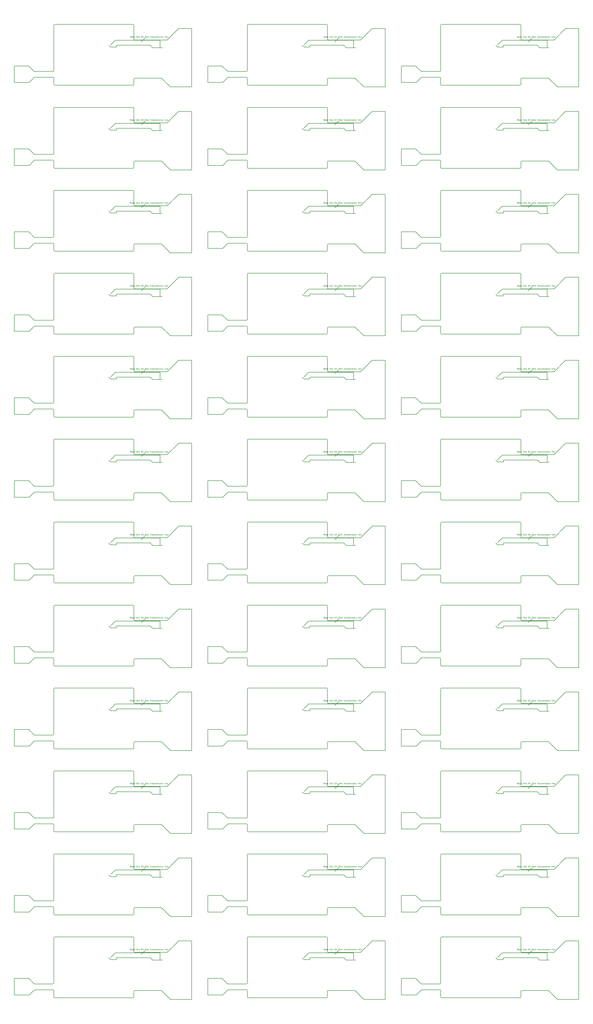
<source format=gbr>
G04 #@! TF.GenerationSoftware,KiCad,Pcbnew,(2017-07-13 revision e01eb2975)-makepkg*
G04 #@! TF.CreationDate,2017-08-29T12:18:45+02:00*
G04 #@! TF.ProjectId,panel,70616E656C2E6B696361645F70636200,rev?*
G04 #@! TF.SameCoordinates,Original
G04 #@! TF.FileFunction,Other,Comment*
%FSLAX46Y46*%
G04 Gerber Fmt 4.6, Leading zero omitted, Abs format (unit mm)*
G04 Created by KiCad (PCBNEW (2017-07-13 revision e01eb2975)-makepkg) date 08/29/17 12:18:45*
%MOMM*%
%LPD*%
G01*
G04 APERTURE LIST*
%ADD10C,0.100000*%
%ADD11C,0.150000*%
G04 APERTURE END LIST*
D10*
X183678571Y-340326190D02*
X183678571Y-339826190D01*
X183845238Y-340183333D01*
X184011904Y-339826190D01*
X184011904Y-340326190D01*
X184464285Y-340326190D02*
X184464285Y-340064285D01*
X184440476Y-340016666D01*
X184392857Y-339992857D01*
X184297619Y-339992857D01*
X184250000Y-340016666D01*
X184464285Y-340302380D02*
X184416666Y-340326190D01*
X184297619Y-340326190D01*
X184250000Y-340302380D01*
X184226190Y-340254761D01*
X184226190Y-340207142D01*
X184250000Y-340159523D01*
X184297619Y-340135714D01*
X184416666Y-340135714D01*
X184464285Y-340111904D01*
X184702380Y-340326190D02*
X184702380Y-339826190D01*
X184750000Y-340135714D02*
X184892857Y-340326190D01*
X184892857Y-339992857D02*
X184702380Y-340183333D01*
X185297619Y-340302380D02*
X185250000Y-340326190D01*
X185154761Y-340326190D01*
X185107142Y-340302380D01*
X185083333Y-340254761D01*
X185083333Y-340064285D01*
X185107142Y-340016666D01*
X185154761Y-339992857D01*
X185250000Y-339992857D01*
X185297619Y-340016666D01*
X185321428Y-340064285D01*
X185321428Y-340111904D01*
X185083333Y-340159523D01*
X185845238Y-339992857D02*
X186035714Y-339992857D01*
X185916666Y-339826190D02*
X185916666Y-340254761D01*
X185940476Y-340302380D01*
X185988095Y-340326190D01*
X186035714Y-340326190D01*
X186202380Y-340326190D02*
X186202380Y-339826190D01*
X186416666Y-340326190D02*
X186416666Y-340064285D01*
X186392857Y-340016666D01*
X186345238Y-339992857D01*
X186273809Y-339992857D01*
X186226190Y-340016666D01*
X186202380Y-340040476D01*
X186654761Y-340326190D02*
X186654761Y-339992857D01*
X186654761Y-339826190D02*
X186630952Y-339850000D01*
X186654761Y-339873809D01*
X186678571Y-339850000D01*
X186654761Y-339826190D01*
X186654761Y-339873809D01*
X186869047Y-340302380D02*
X186916666Y-340326190D01*
X187011904Y-340326190D01*
X187059523Y-340302380D01*
X187083333Y-340254761D01*
X187083333Y-340230952D01*
X187059523Y-340183333D01*
X187011904Y-340159523D01*
X186940476Y-340159523D01*
X186892857Y-340135714D01*
X186869047Y-340088095D01*
X186869047Y-340064285D01*
X186892857Y-340016666D01*
X186940476Y-339992857D01*
X187011904Y-339992857D01*
X187059523Y-340016666D01*
X187916666Y-339826190D02*
X187678571Y-339826190D01*
X187654761Y-340064285D01*
X187678571Y-340040476D01*
X187726190Y-340016666D01*
X187845238Y-340016666D01*
X187892857Y-340040476D01*
X187916666Y-340064285D01*
X187940476Y-340111904D01*
X187940476Y-340230952D01*
X187916666Y-340278571D01*
X187892857Y-340302380D01*
X187845238Y-340326190D01*
X187726190Y-340326190D01*
X187678571Y-340302380D01*
X187654761Y-340278571D01*
X188250000Y-339826190D02*
X188297619Y-339826190D01*
X188345238Y-339850000D01*
X188369047Y-339873809D01*
X188392857Y-339921428D01*
X188416666Y-340016666D01*
X188416666Y-340135714D01*
X188392857Y-340230952D01*
X188369047Y-340278571D01*
X188345238Y-340302380D01*
X188297619Y-340326190D01*
X188250000Y-340326190D01*
X188202380Y-340302380D01*
X188178571Y-340278571D01*
X188154761Y-340230952D01*
X188130952Y-340135714D01*
X188130952Y-340016666D01*
X188154761Y-339921428D01*
X188178571Y-339873809D01*
X188202380Y-339850000D01*
X188250000Y-339826190D01*
X189107142Y-339826190D02*
X189202380Y-339826190D01*
X189250000Y-339850000D01*
X189297619Y-339897619D01*
X189321428Y-339992857D01*
X189321428Y-340159523D01*
X189297619Y-340254761D01*
X189250000Y-340302380D01*
X189202380Y-340326190D01*
X189107142Y-340326190D01*
X189059523Y-340302380D01*
X189011904Y-340254761D01*
X188988095Y-340159523D01*
X188988095Y-339992857D01*
X189011904Y-339897619D01*
X189059523Y-339850000D01*
X189107142Y-339826190D01*
X189535714Y-340326190D02*
X189535714Y-339826190D01*
X189750000Y-340326190D02*
X189750000Y-340064285D01*
X189726190Y-340016666D01*
X189678571Y-339992857D01*
X189607142Y-339992857D01*
X189559523Y-340016666D01*
X189535714Y-340040476D01*
X189988095Y-340326190D02*
X189988095Y-339992857D01*
X189988095Y-340040476D02*
X190011904Y-340016666D01*
X190059523Y-339992857D01*
X190130952Y-339992857D01*
X190178571Y-340016666D01*
X190202380Y-340064285D01*
X190202380Y-340326190D01*
X190202380Y-340064285D02*
X190226190Y-340016666D01*
X190273809Y-339992857D01*
X190345238Y-339992857D01*
X190392857Y-340016666D01*
X190416666Y-340064285D01*
X190416666Y-340326190D01*
X190964285Y-339992857D02*
X191154761Y-339992857D01*
X191035714Y-339826190D02*
X191035714Y-340254761D01*
X191059523Y-340302380D01*
X191107142Y-340326190D01*
X191154761Y-340326190D01*
X191321428Y-340326190D02*
X191321428Y-339992857D01*
X191321428Y-340088095D02*
X191345238Y-340040476D01*
X191369047Y-340016666D01*
X191416666Y-339992857D01*
X191464285Y-339992857D01*
X191845238Y-340326190D02*
X191845238Y-340064285D01*
X191821428Y-340016666D01*
X191773809Y-339992857D01*
X191678571Y-339992857D01*
X191630952Y-340016666D01*
X191845238Y-340302380D02*
X191797619Y-340326190D01*
X191678571Y-340326190D01*
X191630952Y-340302380D01*
X191607142Y-340254761D01*
X191607142Y-340207142D01*
X191630952Y-340159523D01*
X191678571Y-340135714D01*
X191797619Y-340135714D01*
X191845238Y-340111904D01*
X192083333Y-339992857D02*
X192083333Y-340326190D01*
X192083333Y-340040476D02*
X192107142Y-340016666D01*
X192154761Y-339992857D01*
X192226190Y-339992857D01*
X192273809Y-340016666D01*
X192297619Y-340064285D01*
X192297619Y-340326190D01*
X192511904Y-340302380D02*
X192559523Y-340326190D01*
X192654761Y-340326190D01*
X192702380Y-340302380D01*
X192726190Y-340254761D01*
X192726190Y-340230952D01*
X192702380Y-340183333D01*
X192654761Y-340159523D01*
X192583333Y-340159523D01*
X192535714Y-340135714D01*
X192511904Y-340088095D01*
X192511904Y-340064285D01*
X192535714Y-340016666D01*
X192583333Y-339992857D01*
X192654761Y-339992857D01*
X192702380Y-340016666D01*
X192940476Y-340326190D02*
X192940476Y-339992857D01*
X192940476Y-340040476D02*
X192964285Y-340016666D01*
X193011904Y-339992857D01*
X193083333Y-339992857D01*
X193130952Y-340016666D01*
X193154761Y-340064285D01*
X193154761Y-340326190D01*
X193154761Y-340064285D02*
X193178571Y-340016666D01*
X193226190Y-339992857D01*
X193297619Y-339992857D01*
X193345238Y-340016666D01*
X193369047Y-340064285D01*
X193369047Y-340326190D01*
X193607142Y-340326190D02*
X193607142Y-339992857D01*
X193607142Y-339826190D02*
X193583333Y-339850000D01*
X193607142Y-339873809D01*
X193630952Y-339850000D01*
X193607142Y-339826190D01*
X193607142Y-339873809D01*
X193821428Y-340302380D02*
X193869047Y-340326190D01*
X193964285Y-340326190D01*
X194011904Y-340302380D01*
X194035714Y-340254761D01*
X194035714Y-340230952D01*
X194011904Y-340183333D01*
X193964285Y-340159523D01*
X193892857Y-340159523D01*
X193845238Y-340135714D01*
X193821428Y-340088095D01*
X193821428Y-340064285D01*
X193845238Y-340016666D01*
X193892857Y-339992857D01*
X193964285Y-339992857D01*
X194011904Y-340016666D01*
X194226190Y-340302380D02*
X194273809Y-340326190D01*
X194369047Y-340326190D01*
X194416666Y-340302380D01*
X194440476Y-340254761D01*
X194440476Y-340230952D01*
X194416666Y-340183333D01*
X194369047Y-340159523D01*
X194297619Y-340159523D01*
X194250000Y-340135714D01*
X194226190Y-340088095D01*
X194226190Y-340064285D01*
X194250000Y-340016666D01*
X194297619Y-339992857D01*
X194369047Y-339992857D01*
X194416666Y-340016666D01*
X194654761Y-340326190D02*
X194654761Y-339992857D01*
X194654761Y-339826190D02*
X194630952Y-339850000D01*
X194654761Y-339873809D01*
X194678571Y-339850000D01*
X194654761Y-339826190D01*
X194654761Y-339873809D01*
X194964285Y-340326190D02*
X194916666Y-340302380D01*
X194892857Y-340278571D01*
X194869047Y-340230952D01*
X194869047Y-340088095D01*
X194892857Y-340040476D01*
X194916666Y-340016666D01*
X194964285Y-339992857D01*
X195035714Y-339992857D01*
X195083333Y-340016666D01*
X195107142Y-340040476D01*
X195130952Y-340088095D01*
X195130952Y-340230952D01*
X195107142Y-340278571D01*
X195083333Y-340302380D01*
X195035714Y-340326190D01*
X194964285Y-340326190D01*
X195345238Y-339992857D02*
X195345238Y-340326190D01*
X195345238Y-340040476D02*
X195369047Y-340016666D01*
X195416666Y-339992857D01*
X195488095Y-339992857D01*
X195535714Y-340016666D01*
X195559523Y-340064285D01*
X195559523Y-340326190D01*
X196250000Y-340326190D02*
X196202380Y-340302380D01*
X196178571Y-340254761D01*
X196178571Y-339826190D01*
X196440476Y-340326190D02*
X196440476Y-339992857D01*
X196440476Y-339826190D02*
X196416666Y-339850000D01*
X196440476Y-339873809D01*
X196464285Y-339850000D01*
X196440476Y-339826190D01*
X196440476Y-339873809D01*
X196678571Y-339992857D02*
X196678571Y-340326190D01*
X196678571Y-340040476D02*
X196702380Y-340016666D01*
X196750000Y-339992857D01*
X196821428Y-339992857D01*
X196869047Y-340016666D01*
X196892857Y-340064285D01*
X196892857Y-340326190D01*
X197321428Y-340302380D02*
X197273809Y-340326190D01*
X197178571Y-340326190D01*
X197130952Y-340302380D01*
X197107142Y-340254761D01*
X197107142Y-340064285D01*
X197130952Y-340016666D01*
X197178571Y-339992857D01*
X197273809Y-339992857D01*
X197321428Y-340016666D01*
X197345238Y-340064285D01*
X197345238Y-340111904D01*
X197107142Y-340159523D01*
X113678571Y-340326190D02*
X113678571Y-339826190D01*
X113845238Y-340183333D01*
X114011904Y-339826190D01*
X114011904Y-340326190D01*
X114464285Y-340326190D02*
X114464285Y-340064285D01*
X114440476Y-340016666D01*
X114392857Y-339992857D01*
X114297619Y-339992857D01*
X114250000Y-340016666D01*
X114464285Y-340302380D02*
X114416666Y-340326190D01*
X114297619Y-340326190D01*
X114250000Y-340302380D01*
X114226190Y-340254761D01*
X114226190Y-340207142D01*
X114250000Y-340159523D01*
X114297619Y-340135714D01*
X114416666Y-340135714D01*
X114464285Y-340111904D01*
X114702380Y-340326190D02*
X114702380Y-339826190D01*
X114750000Y-340135714D02*
X114892857Y-340326190D01*
X114892857Y-339992857D02*
X114702380Y-340183333D01*
X115297619Y-340302380D02*
X115250000Y-340326190D01*
X115154761Y-340326190D01*
X115107142Y-340302380D01*
X115083333Y-340254761D01*
X115083333Y-340064285D01*
X115107142Y-340016666D01*
X115154761Y-339992857D01*
X115250000Y-339992857D01*
X115297619Y-340016666D01*
X115321428Y-340064285D01*
X115321428Y-340111904D01*
X115083333Y-340159523D01*
X115845238Y-339992857D02*
X116035714Y-339992857D01*
X115916666Y-339826190D02*
X115916666Y-340254761D01*
X115940476Y-340302380D01*
X115988095Y-340326190D01*
X116035714Y-340326190D01*
X116202380Y-340326190D02*
X116202380Y-339826190D01*
X116416666Y-340326190D02*
X116416666Y-340064285D01*
X116392857Y-340016666D01*
X116345238Y-339992857D01*
X116273809Y-339992857D01*
X116226190Y-340016666D01*
X116202380Y-340040476D01*
X116654761Y-340326190D02*
X116654761Y-339992857D01*
X116654761Y-339826190D02*
X116630952Y-339850000D01*
X116654761Y-339873809D01*
X116678571Y-339850000D01*
X116654761Y-339826190D01*
X116654761Y-339873809D01*
X116869047Y-340302380D02*
X116916666Y-340326190D01*
X117011904Y-340326190D01*
X117059523Y-340302380D01*
X117083333Y-340254761D01*
X117083333Y-340230952D01*
X117059523Y-340183333D01*
X117011904Y-340159523D01*
X116940476Y-340159523D01*
X116892857Y-340135714D01*
X116869047Y-340088095D01*
X116869047Y-340064285D01*
X116892857Y-340016666D01*
X116940476Y-339992857D01*
X117011904Y-339992857D01*
X117059523Y-340016666D01*
X117916666Y-339826190D02*
X117678571Y-339826190D01*
X117654761Y-340064285D01*
X117678571Y-340040476D01*
X117726190Y-340016666D01*
X117845238Y-340016666D01*
X117892857Y-340040476D01*
X117916666Y-340064285D01*
X117940476Y-340111904D01*
X117940476Y-340230952D01*
X117916666Y-340278571D01*
X117892857Y-340302380D01*
X117845238Y-340326190D01*
X117726190Y-340326190D01*
X117678571Y-340302380D01*
X117654761Y-340278571D01*
X118250000Y-339826190D02*
X118297619Y-339826190D01*
X118345238Y-339850000D01*
X118369047Y-339873809D01*
X118392857Y-339921428D01*
X118416666Y-340016666D01*
X118416666Y-340135714D01*
X118392857Y-340230952D01*
X118369047Y-340278571D01*
X118345238Y-340302380D01*
X118297619Y-340326190D01*
X118250000Y-340326190D01*
X118202380Y-340302380D01*
X118178571Y-340278571D01*
X118154761Y-340230952D01*
X118130952Y-340135714D01*
X118130952Y-340016666D01*
X118154761Y-339921428D01*
X118178571Y-339873809D01*
X118202380Y-339850000D01*
X118250000Y-339826190D01*
X119107142Y-339826190D02*
X119202380Y-339826190D01*
X119250000Y-339850000D01*
X119297619Y-339897619D01*
X119321428Y-339992857D01*
X119321428Y-340159523D01*
X119297619Y-340254761D01*
X119250000Y-340302380D01*
X119202380Y-340326190D01*
X119107142Y-340326190D01*
X119059523Y-340302380D01*
X119011904Y-340254761D01*
X118988095Y-340159523D01*
X118988095Y-339992857D01*
X119011904Y-339897619D01*
X119059523Y-339850000D01*
X119107142Y-339826190D01*
X119535714Y-340326190D02*
X119535714Y-339826190D01*
X119750000Y-340326190D02*
X119750000Y-340064285D01*
X119726190Y-340016666D01*
X119678571Y-339992857D01*
X119607142Y-339992857D01*
X119559523Y-340016666D01*
X119535714Y-340040476D01*
X119988095Y-340326190D02*
X119988095Y-339992857D01*
X119988095Y-340040476D02*
X120011904Y-340016666D01*
X120059523Y-339992857D01*
X120130952Y-339992857D01*
X120178571Y-340016666D01*
X120202380Y-340064285D01*
X120202380Y-340326190D01*
X120202380Y-340064285D02*
X120226190Y-340016666D01*
X120273809Y-339992857D01*
X120345238Y-339992857D01*
X120392857Y-340016666D01*
X120416666Y-340064285D01*
X120416666Y-340326190D01*
X120964285Y-339992857D02*
X121154761Y-339992857D01*
X121035714Y-339826190D02*
X121035714Y-340254761D01*
X121059523Y-340302380D01*
X121107142Y-340326190D01*
X121154761Y-340326190D01*
X121321428Y-340326190D02*
X121321428Y-339992857D01*
X121321428Y-340088095D02*
X121345238Y-340040476D01*
X121369047Y-340016666D01*
X121416666Y-339992857D01*
X121464285Y-339992857D01*
X121845238Y-340326190D02*
X121845238Y-340064285D01*
X121821428Y-340016666D01*
X121773809Y-339992857D01*
X121678571Y-339992857D01*
X121630952Y-340016666D01*
X121845238Y-340302380D02*
X121797619Y-340326190D01*
X121678571Y-340326190D01*
X121630952Y-340302380D01*
X121607142Y-340254761D01*
X121607142Y-340207142D01*
X121630952Y-340159523D01*
X121678571Y-340135714D01*
X121797619Y-340135714D01*
X121845238Y-340111904D01*
X122083333Y-339992857D02*
X122083333Y-340326190D01*
X122083333Y-340040476D02*
X122107142Y-340016666D01*
X122154761Y-339992857D01*
X122226190Y-339992857D01*
X122273809Y-340016666D01*
X122297619Y-340064285D01*
X122297619Y-340326190D01*
X122511904Y-340302380D02*
X122559523Y-340326190D01*
X122654761Y-340326190D01*
X122702380Y-340302380D01*
X122726190Y-340254761D01*
X122726190Y-340230952D01*
X122702380Y-340183333D01*
X122654761Y-340159523D01*
X122583333Y-340159523D01*
X122535714Y-340135714D01*
X122511904Y-340088095D01*
X122511904Y-340064285D01*
X122535714Y-340016666D01*
X122583333Y-339992857D01*
X122654761Y-339992857D01*
X122702380Y-340016666D01*
X122940476Y-340326190D02*
X122940476Y-339992857D01*
X122940476Y-340040476D02*
X122964285Y-340016666D01*
X123011904Y-339992857D01*
X123083333Y-339992857D01*
X123130952Y-340016666D01*
X123154761Y-340064285D01*
X123154761Y-340326190D01*
X123154761Y-340064285D02*
X123178571Y-340016666D01*
X123226190Y-339992857D01*
X123297619Y-339992857D01*
X123345238Y-340016666D01*
X123369047Y-340064285D01*
X123369047Y-340326190D01*
X123607142Y-340326190D02*
X123607142Y-339992857D01*
X123607142Y-339826190D02*
X123583333Y-339850000D01*
X123607142Y-339873809D01*
X123630952Y-339850000D01*
X123607142Y-339826190D01*
X123607142Y-339873809D01*
X123821428Y-340302380D02*
X123869047Y-340326190D01*
X123964285Y-340326190D01*
X124011904Y-340302380D01*
X124035714Y-340254761D01*
X124035714Y-340230952D01*
X124011904Y-340183333D01*
X123964285Y-340159523D01*
X123892857Y-340159523D01*
X123845238Y-340135714D01*
X123821428Y-340088095D01*
X123821428Y-340064285D01*
X123845238Y-340016666D01*
X123892857Y-339992857D01*
X123964285Y-339992857D01*
X124011904Y-340016666D01*
X124226190Y-340302380D02*
X124273809Y-340326190D01*
X124369047Y-340326190D01*
X124416666Y-340302380D01*
X124440476Y-340254761D01*
X124440476Y-340230952D01*
X124416666Y-340183333D01*
X124369047Y-340159523D01*
X124297619Y-340159523D01*
X124250000Y-340135714D01*
X124226190Y-340088095D01*
X124226190Y-340064285D01*
X124250000Y-340016666D01*
X124297619Y-339992857D01*
X124369047Y-339992857D01*
X124416666Y-340016666D01*
X124654761Y-340326190D02*
X124654761Y-339992857D01*
X124654761Y-339826190D02*
X124630952Y-339850000D01*
X124654761Y-339873809D01*
X124678571Y-339850000D01*
X124654761Y-339826190D01*
X124654761Y-339873809D01*
X124964285Y-340326190D02*
X124916666Y-340302380D01*
X124892857Y-340278571D01*
X124869047Y-340230952D01*
X124869047Y-340088095D01*
X124892857Y-340040476D01*
X124916666Y-340016666D01*
X124964285Y-339992857D01*
X125035714Y-339992857D01*
X125083333Y-340016666D01*
X125107142Y-340040476D01*
X125130952Y-340088095D01*
X125130952Y-340230952D01*
X125107142Y-340278571D01*
X125083333Y-340302380D01*
X125035714Y-340326190D01*
X124964285Y-340326190D01*
X125345238Y-339992857D02*
X125345238Y-340326190D01*
X125345238Y-340040476D02*
X125369047Y-340016666D01*
X125416666Y-339992857D01*
X125488095Y-339992857D01*
X125535714Y-340016666D01*
X125559523Y-340064285D01*
X125559523Y-340326190D01*
X126250000Y-340326190D02*
X126202380Y-340302380D01*
X126178571Y-340254761D01*
X126178571Y-339826190D01*
X126440476Y-340326190D02*
X126440476Y-339992857D01*
X126440476Y-339826190D02*
X126416666Y-339850000D01*
X126440476Y-339873809D01*
X126464285Y-339850000D01*
X126440476Y-339826190D01*
X126440476Y-339873809D01*
X126678571Y-339992857D02*
X126678571Y-340326190D01*
X126678571Y-340040476D02*
X126702380Y-340016666D01*
X126750000Y-339992857D01*
X126821428Y-339992857D01*
X126869047Y-340016666D01*
X126892857Y-340064285D01*
X126892857Y-340326190D01*
X127321428Y-340302380D02*
X127273809Y-340326190D01*
X127178571Y-340326190D01*
X127130952Y-340302380D01*
X127107142Y-340254761D01*
X127107142Y-340064285D01*
X127130952Y-340016666D01*
X127178571Y-339992857D01*
X127273809Y-339992857D01*
X127321428Y-340016666D01*
X127345238Y-340064285D01*
X127345238Y-340111904D01*
X127107142Y-340159523D01*
X43678571Y-340326190D02*
X43678571Y-339826190D01*
X43845238Y-340183333D01*
X44011904Y-339826190D01*
X44011904Y-340326190D01*
X44464285Y-340326190D02*
X44464285Y-340064285D01*
X44440476Y-340016666D01*
X44392857Y-339992857D01*
X44297619Y-339992857D01*
X44250000Y-340016666D01*
X44464285Y-340302380D02*
X44416666Y-340326190D01*
X44297619Y-340326190D01*
X44250000Y-340302380D01*
X44226190Y-340254761D01*
X44226190Y-340207142D01*
X44250000Y-340159523D01*
X44297619Y-340135714D01*
X44416666Y-340135714D01*
X44464285Y-340111904D01*
X44702380Y-340326190D02*
X44702380Y-339826190D01*
X44750000Y-340135714D02*
X44892857Y-340326190D01*
X44892857Y-339992857D02*
X44702380Y-340183333D01*
X45297619Y-340302380D02*
X45250000Y-340326190D01*
X45154761Y-340326190D01*
X45107142Y-340302380D01*
X45083333Y-340254761D01*
X45083333Y-340064285D01*
X45107142Y-340016666D01*
X45154761Y-339992857D01*
X45250000Y-339992857D01*
X45297619Y-340016666D01*
X45321428Y-340064285D01*
X45321428Y-340111904D01*
X45083333Y-340159523D01*
X45845238Y-339992857D02*
X46035714Y-339992857D01*
X45916666Y-339826190D02*
X45916666Y-340254761D01*
X45940476Y-340302380D01*
X45988095Y-340326190D01*
X46035714Y-340326190D01*
X46202380Y-340326190D02*
X46202380Y-339826190D01*
X46416666Y-340326190D02*
X46416666Y-340064285D01*
X46392857Y-340016666D01*
X46345238Y-339992857D01*
X46273809Y-339992857D01*
X46226190Y-340016666D01*
X46202380Y-340040476D01*
X46654761Y-340326190D02*
X46654761Y-339992857D01*
X46654761Y-339826190D02*
X46630952Y-339850000D01*
X46654761Y-339873809D01*
X46678571Y-339850000D01*
X46654761Y-339826190D01*
X46654761Y-339873809D01*
X46869047Y-340302380D02*
X46916666Y-340326190D01*
X47011904Y-340326190D01*
X47059523Y-340302380D01*
X47083333Y-340254761D01*
X47083333Y-340230952D01*
X47059523Y-340183333D01*
X47011904Y-340159523D01*
X46940476Y-340159523D01*
X46892857Y-340135714D01*
X46869047Y-340088095D01*
X46869047Y-340064285D01*
X46892857Y-340016666D01*
X46940476Y-339992857D01*
X47011904Y-339992857D01*
X47059523Y-340016666D01*
X47916666Y-339826190D02*
X47678571Y-339826190D01*
X47654761Y-340064285D01*
X47678571Y-340040476D01*
X47726190Y-340016666D01*
X47845238Y-340016666D01*
X47892857Y-340040476D01*
X47916666Y-340064285D01*
X47940476Y-340111904D01*
X47940476Y-340230952D01*
X47916666Y-340278571D01*
X47892857Y-340302380D01*
X47845238Y-340326190D01*
X47726190Y-340326190D01*
X47678571Y-340302380D01*
X47654761Y-340278571D01*
X48250000Y-339826190D02*
X48297619Y-339826190D01*
X48345238Y-339850000D01*
X48369047Y-339873809D01*
X48392857Y-339921428D01*
X48416666Y-340016666D01*
X48416666Y-340135714D01*
X48392857Y-340230952D01*
X48369047Y-340278571D01*
X48345238Y-340302380D01*
X48297619Y-340326190D01*
X48250000Y-340326190D01*
X48202380Y-340302380D01*
X48178571Y-340278571D01*
X48154761Y-340230952D01*
X48130952Y-340135714D01*
X48130952Y-340016666D01*
X48154761Y-339921428D01*
X48178571Y-339873809D01*
X48202380Y-339850000D01*
X48250000Y-339826190D01*
X49107142Y-339826190D02*
X49202380Y-339826190D01*
X49249999Y-339850000D01*
X49297619Y-339897619D01*
X49321428Y-339992857D01*
X49321428Y-340159523D01*
X49297619Y-340254761D01*
X49249999Y-340302380D01*
X49202380Y-340326190D01*
X49107142Y-340326190D01*
X49059523Y-340302380D01*
X49011904Y-340254761D01*
X48988095Y-340159523D01*
X48988095Y-339992857D01*
X49011904Y-339897619D01*
X49059523Y-339850000D01*
X49107142Y-339826190D01*
X49535714Y-340326190D02*
X49535714Y-339826190D01*
X49749999Y-340326190D02*
X49749999Y-340064285D01*
X49726190Y-340016666D01*
X49678571Y-339992857D01*
X49607142Y-339992857D01*
X49559523Y-340016666D01*
X49535714Y-340040476D01*
X49988095Y-340326190D02*
X49988095Y-339992857D01*
X49988095Y-340040476D02*
X50011904Y-340016666D01*
X50059523Y-339992857D01*
X50130952Y-339992857D01*
X50178571Y-340016666D01*
X50202380Y-340064285D01*
X50202380Y-340326190D01*
X50202380Y-340064285D02*
X50226190Y-340016666D01*
X50273809Y-339992857D01*
X50345238Y-339992857D01*
X50392857Y-340016666D01*
X50416666Y-340064285D01*
X50416666Y-340326190D01*
X50964285Y-339992857D02*
X51154761Y-339992857D01*
X51035714Y-339826190D02*
X51035714Y-340254761D01*
X51059523Y-340302380D01*
X51107142Y-340326190D01*
X51154761Y-340326190D01*
X51321428Y-340326190D02*
X51321428Y-339992857D01*
X51321428Y-340088095D02*
X51345238Y-340040476D01*
X51369047Y-340016666D01*
X51416666Y-339992857D01*
X51464285Y-339992857D01*
X51845238Y-340326190D02*
X51845238Y-340064285D01*
X51821428Y-340016666D01*
X51773809Y-339992857D01*
X51678571Y-339992857D01*
X51630952Y-340016666D01*
X51845238Y-340302380D02*
X51797619Y-340326190D01*
X51678571Y-340326190D01*
X51630952Y-340302380D01*
X51607142Y-340254761D01*
X51607142Y-340207142D01*
X51630952Y-340159523D01*
X51678571Y-340135714D01*
X51797619Y-340135714D01*
X51845238Y-340111904D01*
X52083333Y-339992857D02*
X52083333Y-340326190D01*
X52083333Y-340040476D02*
X52107142Y-340016666D01*
X52154761Y-339992857D01*
X52226190Y-339992857D01*
X52273809Y-340016666D01*
X52297619Y-340064285D01*
X52297619Y-340326190D01*
X52511904Y-340302380D02*
X52559523Y-340326190D01*
X52654761Y-340326190D01*
X52702380Y-340302380D01*
X52726190Y-340254761D01*
X52726190Y-340230952D01*
X52702380Y-340183333D01*
X52654761Y-340159523D01*
X52583333Y-340159523D01*
X52535714Y-340135714D01*
X52511904Y-340088095D01*
X52511904Y-340064285D01*
X52535714Y-340016666D01*
X52583333Y-339992857D01*
X52654761Y-339992857D01*
X52702380Y-340016666D01*
X52940476Y-340326190D02*
X52940476Y-339992857D01*
X52940476Y-340040476D02*
X52964285Y-340016666D01*
X53011904Y-339992857D01*
X53083333Y-339992857D01*
X53130952Y-340016666D01*
X53154761Y-340064285D01*
X53154761Y-340326190D01*
X53154761Y-340064285D02*
X53178571Y-340016666D01*
X53226190Y-339992857D01*
X53297619Y-339992857D01*
X53345238Y-340016666D01*
X53369047Y-340064285D01*
X53369047Y-340326190D01*
X53607142Y-340326190D02*
X53607142Y-339992857D01*
X53607142Y-339826190D02*
X53583333Y-339850000D01*
X53607142Y-339873809D01*
X53630952Y-339850000D01*
X53607142Y-339826190D01*
X53607142Y-339873809D01*
X53821428Y-340302380D02*
X53869047Y-340326190D01*
X53964285Y-340326190D01*
X54011904Y-340302380D01*
X54035714Y-340254761D01*
X54035714Y-340230952D01*
X54011904Y-340183333D01*
X53964285Y-340159523D01*
X53892857Y-340159523D01*
X53845238Y-340135714D01*
X53821428Y-340088095D01*
X53821428Y-340064285D01*
X53845238Y-340016666D01*
X53892857Y-339992857D01*
X53964285Y-339992857D01*
X54011904Y-340016666D01*
X54226190Y-340302380D02*
X54273809Y-340326190D01*
X54369047Y-340326190D01*
X54416666Y-340302380D01*
X54440476Y-340254761D01*
X54440476Y-340230952D01*
X54416666Y-340183333D01*
X54369047Y-340159523D01*
X54297619Y-340159523D01*
X54249999Y-340135714D01*
X54226190Y-340088095D01*
X54226190Y-340064285D01*
X54249999Y-340016666D01*
X54297619Y-339992857D01*
X54369047Y-339992857D01*
X54416666Y-340016666D01*
X54654761Y-340326190D02*
X54654761Y-339992857D01*
X54654761Y-339826190D02*
X54630952Y-339850000D01*
X54654761Y-339873809D01*
X54678571Y-339850000D01*
X54654761Y-339826190D01*
X54654761Y-339873809D01*
X54964285Y-340326190D02*
X54916666Y-340302380D01*
X54892857Y-340278571D01*
X54869047Y-340230952D01*
X54869047Y-340088095D01*
X54892857Y-340040476D01*
X54916666Y-340016666D01*
X54964285Y-339992857D01*
X55035714Y-339992857D01*
X55083333Y-340016666D01*
X55107142Y-340040476D01*
X55130952Y-340088095D01*
X55130952Y-340230952D01*
X55107142Y-340278571D01*
X55083333Y-340302380D01*
X55035714Y-340326190D01*
X54964285Y-340326190D01*
X55345238Y-339992857D02*
X55345238Y-340326190D01*
X55345238Y-340040476D02*
X55369047Y-340016666D01*
X55416666Y-339992857D01*
X55488095Y-339992857D01*
X55535714Y-340016666D01*
X55559523Y-340064285D01*
X55559523Y-340326190D01*
X56249999Y-340326190D02*
X56202380Y-340302380D01*
X56178571Y-340254761D01*
X56178571Y-339826190D01*
X56440476Y-340326190D02*
X56440476Y-339992857D01*
X56440476Y-339826190D02*
X56416666Y-339850000D01*
X56440476Y-339873809D01*
X56464285Y-339850000D01*
X56440476Y-339826190D01*
X56440476Y-339873809D01*
X56678571Y-339992857D02*
X56678571Y-340326190D01*
X56678571Y-340040476D02*
X56702380Y-340016666D01*
X56749999Y-339992857D01*
X56821428Y-339992857D01*
X56869047Y-340016666D01*
X56892857Y-340064285D01*
X56892857Y-340326190D01*
X57321428Y-340302380D02*
X57273809Y-340326190D01*
X57178571Y-340326190D01*
X57130952Y-340302380D01*
X57107142Y-340254761D01*
X57107142Y-340064285D01*
X57130952Y-340016666D01*
X57178571Y-339992857D01*
X57273809Y-339992857D01*
X57321428Y-340016666D01*
X57345238Y-340064285D01*
X57345238Y-340111904D01*
X57107142Y-340159523D01*
X183678571Y-310326190D02*
X183678571Y-309826190D01*
X183845238Y-310183333D01*
X184011904Y-309826190D01*
X184011904Y-310326190D01*
X184464285Y-310326190D02*
X184464285Y-310064285D01*
X184440476Y-310016666D01*
X184392857Y-309992857D01*
X184297619Y-309992857D01*
X184250000Y-310016666D01*
X184464285Y-310302380D02*
X184416666Y-310326190D01*
X184297619Y-310326190D01*
X184250000Y-310302380D01*
X184226190Y-310254761D01*
X184226190Y-310207142D01*
X184250000Y-310159523D01*
X184297619Y-310135714D01*
X184416666Y-310135714D01*
X184464285Y-310111904D01*
X184702380Y-310326190D02*
X184702380Y-309826190D01*
X184750000Y-310135714D02*
X184892857Y-310326190D01*
X184892857Y-309992857D02*
X184702380Y-310183333D01*
X185297619Y-310302380D02*
X185250000Y-310326190D01*
X185154761Y-310326190D01*
X185107142Y-310302380D01*
X185083333Y-310254761D01*
X185083333Y-310064285D01*
X185107142Y-310016666D01*
X185154761Y-309992857D01*
X185250000Y-309992857D01*
X185297619Y-310016666D01*
X185321428Y-310064285D01*
X185321428Y-310111904D01*
X185083333Y-310159523D01*
X185845238Y-309992857D02*
X186035714Y-309992857D01*
X185916666Y-309826190D02*
X185916666Y-310254761D01*
X185940476Y-310302380D01*
X185988095Y-310326190D01*
X186035714Y-310326190D01*
X186202380Y-310326190D02*
X186202380Y-309826190D01*
X186416666Y-310326190D02*
X186416666Y-310064285D01*
X186392857Y-310016666D01*
X186345238Y-309992857D01*
X186273809Y-309992857D01*
X186226190Y-310016666D01*
X186202380Y-310040476D01*
X186654761Y-310326190D02*
X186654761Y-309992857D01*
X186654761Y-309826190D02*
X186630952Y-309850000D01*
X186654761Y-309873809D01*
X186678571Y-309850000D01*
X186654761Y-309826190D01*
X186654761Y-309873809D01*
X186869047Y-310302380D02*
X186916666Y-310326190D01*
X187011904Y-310326190D01*
X187059523Y-310302380D01*
X187083333Y-310254761D01*
X187083333Y-310230952D01*
X187059523Y-310183333D01*
X187011904Y-310159523D01*
X186940476Y-310159523D01*
X186892857Y-310135714D01*
X186869047Y-310088095D01*
X186869047Y-310064285D01*
X186892857Y-310016666D01*
X186940476Y-309992857D01*
X187011904Y-309992857D01*
X187059523Y-310016666D01*
X187916666Y-309826190D02*
X187678571Y-309826190D01*
X187654761Y-310064285D01*
X187678571Y-310040476D01*
X187726190Y-310016666D01*
X187845238Y-310016666D01*
X187892857Y-310040476D01*
X187916666Y-310064285D01*
X187940476Y-310111904D01*
X187940476Y-310230952D01*
X187916666Y-310278571D01*
X187892857Y-310302380D01*
X187845238Y-310326190D01*
X187726190Y-310326190D01*
X187678571Y-310302380D01*
X187654761Y-310278571D01*
X188250000Y-309826190D02*
X188297619Y-309826190D01*
X188345238Y-309850000D01*
X188369047Y-309873809D01*
X188392857Y-309921428D01*
X188416666Y-310016666D01*
X188416666Y-310135714D01*
X188392857Y-310230952D01*
X188369047Y-310278571D01*
X188345238Y-310302380D01*
X188297619Y-310326190D01*
X188250000Y-310326190D01*
X188202380Y-310302380D01*
X188178571Y-310278571D01*
X188154761Y-310230952D01*
X188130952Y-310135714D01*
X188130952Y-310016666D01*
X188154761Y-309921428D01*
X188178571Y-309873809D01*
X188202380Y-309850000D01*
X188250000Y-309826190D01*
X189107142Y-309826190D02*
X189202380Y-309826190D01*
X189250000Y-309850000D01*
X189297619Y-309897619D01*
X189321428Y-309992857D01*
X189321428Y-310159523D01*
X189297619Y-310254761D01*
X189250000Y-310302380D01*
X189202380Y-310326190D01*
X189107142Y-310326190D01*
X189059523Y-310302380D01*
X189011904Y-310254761D01*
X188988095Y-310159523D01*
X188988095Y-309992857D01*
X189011904Y-309897619D01*
X189059523Y-309850000D01*
X189107142Y-309826190D01*
X189535714Y-310326190D02*
X189535714Y-309826190D01*
X189750000Y-310326190D02*
X189750000Y-310064285D01*
X189726190Y-310016666D01*
X189678571Y-309992857D01*
X189607142Y-309992857D01*
X189559523Y-310016666D01*
X189535714Y-310040476D01*
X189988095Y-310326190D02*
X189988095Y-309992857D01*
X189988095Y-310040476D02*
X190011904Y-310016666D01*
X190059523Y-309992857D01*
X190130952Y-309992857D01*
X190178571Y-310016666D01*
X190202380Y-310064285D01*
X190202380Y-310326190D01*
X190202380Y-310064285D02*
X190226190Y-310016666D01*
X190273809Y-309992857D01*
X190345238Y-309992857D01*
X190392857Y-310016666D01*
X190416666Y-310064285D01*
X190416666Y-310326190D01*
X190964285Y-309992857D02*
X191154761Y-309992857D01*
X191035714Y-309826190D02*
X191035714Y-310254761D01*
X191059523Y-310302380D01*
X191107142Y-310326190D01*
X191154761Y-310326190D01*
X191321428Y-310326190D02*
X191321428Y-309992857D01*
X191321428Y-310088095D02*
X191345238Y-310040476D01*
X191369047Y-310016666D01*
X191416666Y-309992857D01*
X191464285Y-309992857D01*
X191845238Y-310326190D02*
X191845238Y-310064285D01*
X191821428Y-310016666D01*
X191773809Y-309992857D01*
X191678571Y-309992857D01*
X191630952Y-310016666D01*
X191845238Y-310302380D02*
X191797619Y-310326190D01*
X191678571Y-310326190D01*
X191630952Y-310302380D01*
X191607142Y-310254761D01*
X191607142Y-310207142D01*
X191630952Y-310159523D01*
X191678571Y-310135714D01*
X191797619Y-310135714D01*
X191845238Y-310111904D01*
X192083333Y-309992857D02*
X192083333Y-310326190D01*
X192083333Y-310040476D02*
X192107142Y-310016666D01*
X192154761Y-309992857D01*
X192226190Y-309992857D01*
X192273809Y-310016666D01*
X192297619Y-310064285D01*
X192297619Y-310326190D01*
X192511904Y-310302380D02*
X192559523Y-310326190D01*
X192654761Y-310326190D01*
X192702380Y-310302380D01*
X192726190Y-310254761D01*
X192726190Y-310230952D01*
X192702380Y-310183333D01*
X192654761Y-310159523D01*
X192583333Y-310159523D01*
X192535714Y-310135714D01*
X192511904Y-310088095D01*
X192511904Y-310064285D01*
X192535714Y-310016666D01*
X192583333Y-309992857D01*
X192654761Y-309992857D01*
X192702380Y-310016666D01*
X192940476Y-310326190D02*
X192940476Y-309992857D01*
X192940476Y-310040476D02*
X192964285Y-310016666D01*
X193011904Y-309992857D01*
X193083333Y-309992857D01*
X193130952Y-310016666D01*
X193154761Y-310064285D01*
X193154761Y-310326190D01*
X193154761Y-310064285D02*
X193178571Y-310016666D01*
X193226190Y-309992857D01*
X193297619Y-309992857D01*
X193345238Y-310016666D01*
X193369047Y-310064285D01*
X193369047Y-310326190D01*
X193607142Y-310326190D02*
X193607142Y-309992857D01*
X193607142Y-309826190D02*
X193583333Y-309850000D01*
X193607142Y-309873809D01*
X193630952Y-309850000D01*
X193607142Y-309826190D01*
X193607142Y-309873809D01*
X193821428Y-310302380D02*
X193869047Y-310326190D01*
X193964285Y-310326190D01*
X194011904Y-310302380D01*
X194035714Y-310254761D01*
X194035714Y-310230952D01*
X194011904Y-310183333D01*
X193964285Y-310159523D01*
X193892857Y-310159523D01*
X193845238Y-310135714D01*
X193821428Y-310088095D01*
X193821428Y-310064285D01*
X193845238Y-310016666D01*
X193892857Y-309992857D01*
X193964285Y-309992857D01*
X194011904Y-310016666D01*
X194226190Y-310302380D02*
X194273809Y-310326190D01*
X194369047Y-310326190D01*
X194416666Y-310302380D01*
X194440476Y-310254761D01*
X194440476Y-310230952D01*
X194416666Y-310183333D01*
X194369047Y-310159523D01*
X194297619Y-310159523D01*
X194250000Y-310135714D01*
X194226190Y-310088095D01*
X194226190Y-310064285D01*
X194250000Y-310016666D01*
X194297619Y-309992857D01*
X194369047Y-309992857D01*
X194416666Y-310016666D01*
X194654761Y-310326190D02*
X194654761Y-309992857D01*
X194654761Y-309826190D02*
X194630952Y-309850000D01*
X194654761Y-309873809D01*
X194678571Y-309850000D01*
X194654761Y-309826190D01*
X194654761Y-309873809D01*
X194964285Y-310326190D02*
X194916666Y-310302380D01*
X194892857Y-310278571D01*
X194869047Y-310230952D01*
X194869047Y-310088095D01*
X194892857Y-310040476D01*
X194916666Y-310016666D01*
X194964285Y-309992857D01*
X195035714Y-309992857D01*
X195083333Y-310016666D01*
X195107142Y-310040476D01*
X195130952Y-310088095D01*
X195130952Y-310230952D01*
X195107142Y-310278571D01*
X195083333Y-310302380D01*
X195035714Y-310326190D01*
X194964285Y-310326190D01*
X195345238Y-309992857D02*
X195345238Y-310326190D01*
X195345238Y-310040476D02*
X195369047Y-310016666D01*
X195416666Y-309992857D01*
X195488095Y-309992857D01*
X195535714Y-310016666D01*
X195559523Y-310064285D01*
X195559523Y-310326190D01*
X196250000Y-310326190D02*
X196202380Y-310302380D01*
X196178571Y-310254761D01*
X196178571Y-309826190D01*
X196440476Y-310326190D02*
X196440476Y-309992857D01*
X196440476Y-309826190D02*
X196416666Y-309850000D01*
X196440476Y-309873809D01*
X196464285Y-309850000D01*
X196440476Y-309826190D01*
X196440476Y-309873809D01*
X196678571Y-309992857D02*
X196678571Y-310326190D01*
X196678571Y-310040476D02*
X196702380Y-310016666D01*
X196750000Y-309992857D01*
X196821428Y-309992857D01*
X196869047Y-310016666D01*
X196892857Y-310064285D01*
X196892857Y-310326190D01*
X197321428Y-310302380D02*
X197273809Y-310326190D01*
X197178571Y-310326190D01*
X197130952Y-310302380D01*
X197107142Y-310254761D01*
X197107142Y-310064285D01*
X197130952Y-310016666D01*
X197178571Y-309992857D01*
X197273809Y-309992857D01*
X197321428Y-310016666D01*
X197345238Y-310064285D01*
X197345238Y-310111904D01*
X197107142Y-310159523D01*
X113678571Y-310326190D02*
X113678571Y-309826190D01*
X113845238Y-310183333D01*
X114011904Y-309826190D01*
X114011904Y-310326190D01*
X114464285Y-310326190D02*
X114464285Y-310064285D01*
X114440476Y-310016666D01*
X114392857Y-309992857D01*
X114297619Y-309992857D01*
X114250000Y-310016666D01*
X114464285Y-310302380D02*
X114416666Y-310326190D01*
X114297619Y-310326190D01*
X114250000Y-310302380D01*
X114226190Y-310254761D01*
X114226190Y-310207142D01*
X114250000Y-310159523D01*
X114297619Y-310135714D01*
X114416666Y-310135714D01*
X114464285Y-310111904D01*
X114702380Y-310326190D02*
X114702380Y-309826190D01*
X114750000Y-310135714D02*
X114892857Y-310326190D01*
X114892857Y-309992857D02*
X114702380Y-310183333D01*
X115297619Y-310302380D02*
X115250000Y-310326190D01*
X115154761Y-310326190D01*
X115107142Y-310302380D01*
X115083333Y-310254761D01*
X115083333Y-310064285D01*
X115107142Y-310016666D01*
X115154761Y-309992857D01*
X115250000Y-309992857D01*
X115297619Y-310016666D01*
X115321428Y-310064285D01*
X115321428Y-310111904D01*
X115083333Y-310159523D01*
X115845238Y-309992857D02*
X116035714Y-309992857D01*
X115916666Y-309826190D02*
X115916666Y-310254761D01*
X115940476Y-310302380D01*
X115988095Y-310326190D01*
X116035714Y-310326190D01*
X116202380Y-310326190D02*
X116202380Y-309826190D01*
X116416666Y-310326190D02*
X116416666Y-310064285D01*
X116392857Y-310016666D01*
X116345238Y-309992857D01*
X116273809Y-309992857D01*
X116226190Y-310016666D01*
X116202380Y-310040476D01*
X116654761Y-310326190D02*
X116654761Y-309992857D01*
X116654761Y-309826190D02*
X116630952Y-309850000D01*
X116654761Y-309873809D01*
X116678571Y-309850000D01*
X116654761Y-309826190D01*
X116654761Y-309873809D01*
X116869047Y-310302380D02*
X116916666Y-310326190D01*
X117011904Y-310326190D01*
X117059523Y-310302380D01*
X117083333Y-310254761D01*
X117083333Y-310230952D01*
X117059523Y-310183333D01*
X117011904Y-310159523D01*
X116940476Y-310159523D01*
X116892857Y-310135714D01*
X116869047Y-310088095D01*
X116869047Y-310064285D01*
X116892857Y-310016666D01*
X116940476Y-309992857D01*
X117011904Y-309992857D01*
X117059523Y-310016666D01*
X117916666Y-309826190D02*
X117678571Y-309826190D01*
X117654761Y-310064285D01*
X117678571Y-310040476D01*
X117726190Y-310016666D01*
X117845238Y-310016666D01*
X117892857Y-310040476D01*
X117916666Y-310064285D01*
X117940476Y-310111904D01*
X117940476Y-310230952D01*
X117916666Y-310278571D01*
X117892857Y-310302380D01*
X117845238Y-310326190D01*
X117726190Y-310326190D01*
X117678571Y-310302380D01*
X117654761Y-310278571D01*
X118250000Y-309826190D02*
X118297619Y-309826190D01*
X118345238Y-309850000D01*
X118369047Y-309873809D01*
X118392857Y-309921428D01*
X118416666Y-310016666D01*
X118416666Y-310135714D01*
X118392857Y-310230952D01*
X118369047Y-310278571D01*
X118345238Y-310302380D01*
X118297619Y-310326190D01*
X118250000Y-310326190D01*
X118202380Y-310302380D01*
X118178571Y-310278571D01*
X118154761Y-310230952D01*
X118130952Y-310135714D01*
X118130952Y-310016666D01*
X118154761Y-309921428D01*
X118178571Y-309873809D01*
X118202380Y-309850000D01*
X118250000Y-309826190D01*
X119107142Y-309826190D02*
X119202380Y-309826190D01*
X119250000Y-309850000D01*
X119297619Y-309897619D01*
X119321428Y-309992857D01*
X119321428Y-310159523D01*
X119297619Y-310254761D01*
X119250000Y-310302380D01*
X119202380Y-310326190D01*
X119107142Y-310326190D01*
X119059523Y-310302380D01*
X119011904Y-310254761D01*
X118988095Y-310159523D01*
X118988095Y-309992857D01*
X119011904Y-309897619D01*
X119059523Y-309850000D01*
X119107142Y-309826190D01*
X119535714Y-310326190D02*
X119535714Y-309826190D01*
X119750000Y-310326190D02*
X119750000Y-310064285D01*
X119726190Y-310016666D01*
X119678571Y-309992857D01*
X119607142Y-309992857D01*
X119559523Y-310016666D01*
X119535714Y-310040476D01*
X119988095Y-310326190D02*
X119988095Y-309992857D01*
X119988095Y-310040476D02*
X120011904Y-310016666D01*
X120059523Y-309992857D01*
X120130952Y-309992857D01*
X120178571Y-310016666D01*
X120202380Y-310064285D01*
X120202380Y-310326190D01*
X120202380Y-310064285D02*
X120226190Y-310016666D01*
X120273809Y-309992857D01*
X120345238Y-309992857D01*
X120392857Y-310016666D01*
X120416666Y-310064285D01*
X120416666Y-310326190D01*
X120964285Y-309992857D02*
X121154761Y-309992857D01*
X121035714Y-309826190D02*
X121035714Y-310254761D01*
X121059523Y-310302380D01*
X121107142Y-310326190D01*
X121154761Y-310326190D01*
X121321428Y-310326190D02*
X121321428Y-309992857D01*
X121321428Y-310088095D02*
X121345238Y-310040476D01*
X121369047Y-310016666D01*
X121416666Y-309992857D01*
X121464285Y-309992857D01*
X121845238Y-310326190D02*
X121845238Y-310064285D01*
X121821428Y-310016666D01*
X121773809Y-309992857D01*
X121678571Y-309992857D01*
X121630952Y-310016666D01*
X121845238Y-310302380D02*
X121797619Y-310326190D01*
X121678571Y-310326190D01*
X121630952Y-310302380D01*
X121607142Y-310254761D01*
X121607142Y-310207142D01*
X121630952Y-310159523D01*
X121678571Y-310135714D01*
X121797619Y-310135714D01*
X121845238Y-310111904D01*
X122083333Y-309992857D02*
X122083333Y-310326190D01*
X122083333Y-310040476D02*
X122107142Y-310016666D01*
X122154761Y-309992857D01*
X122226190Y-309992857D01*
X122273809Y-310016666D01*
X122297619Y-310064285D01*
X122297619Y-310326190D01*
X122511904Y-310302380D02*
X122559523Y-310326190D01*
X122654761Y-310326190D01*
X122702380Y-310302380D01*
X122726190Y-310254761D01*
X122726190Y-310230952D01*
X122702380Y-310183333D01*
X122654761Y-310159523D01*
X122583333Y-310159523D01*
X122535714Y-310135714D01*
X122511904Y-310088095D01*
X122511904Y-310064285D01*
X122535714Y-310016666D01*
X122583333Y-309992857D01*
X122654761Y-309992857D01*
X122702380Y-310016666D01*
X122940476Y-310326190D02*
X122940476Y-309992857D01*
X122940476Y-310040476D02*
X122964285Y-310016666D01*
X123011904Y-309992857D01*
X123083333Y-309992857D01*
X123130952Y-310016666D01*
X123154761Y-310064285D01*
X123154761Y-310326190D01*
X123154761Y-310064285D02*
X123178571Y-310016666D01*
X123226190Y-309992857D01*
X123297619Y-309992857D01*
X123345238Y-310016666D01*
X123369047Y-310064285D01*
X123369047Y-310326190D01*
X123607142Y-310326190D02*
X123607142Y-309992857D01*
X123607142Y-309826190D02*
X123583333Y-309850000D01*
X123607142Y-309873809D01*
X123630952Y-309850000D01*
X123607142Y-309826190D01*
X123607142Y-309873809D01*
X123821428Y-310302380D02*
X123869047Y-310326190D01*
X123964285Y-310326190D01*
X124011904Y-310302380D01*
X124035714Y-310254761D01*
X124035714Y-310230952D01*
X124011904Y-310183333D01*
X123964285Y-310159523D01*
X123892857Y-310159523D01*
X123845238Y-310135714D01*
X123821428Y-310088095D01*
X123821428Y-310064285D01*
X123845238Y-310016666D01*
X123892857Y-309992857D01*
X123964285Y-309992857D01*
X124011904Y-310016666D01*
X124226190Y-310302380D02*
X124273809Y-310326190D01*
X124369047Y-310326190D01*
X124416666Y-310302380D01*
X124440476Y-310254761D01*
X124440476Y-310230952D01*
X124416666Y-310183333D01*
X124369047Y-310159523D01*
X124297619Y-310159523D01*
X124250000Y-310135714D01*
X124226190Y-310088095D01*
X124226190Y-310064285D01*
X124250000Y-310016666D01*
X124297619Y-309992857D01*
X124369047Y-309992857D01*
X124416666Y-310016666D01*
X124654761Y-310326190D02*
X124654761Y-309992857D01*
X124654761Y-309826190D02*
X124630952Y-309850000D01*
X124654761Y-309873809D01*
X124678571Y-309850000D01*
X124654761Y-309826190D01*
X124654761Y-309873809D01*
X124964285Y-310326190D02*
X124916666Y-310302380D01*
X124892857Y-310278571D01*
X124869047Y-310230952D01*
X124869047Y-310088095D01*
X124892857Y-310040476D01*
X124916666Y-310016666D01*
X124964285Y-309992857D01*
X125035714Y-309992857D01*
X125083333Y-310016666D01*
X125107142Y-310040476D01*
X125130952Y-310088095D01*
X125130952Y-310230952D01*
X125107142Y-310278571D01*
X125083333Y-310302380D01*
X125035714Y-310326190D01*
X124964285Y-310326190D01*
X125345238Y-309992857D02*
X125345238Y-310326190D01*
X125345238Y-310040476D02*
X125369047Y-310016666D01*
X125416666Y-309992857D01*
X125488095Y-309992857D01*
X125535714Y-310016666D01*
X125559523Y-310064285D01*
X125559523Y-310326190D01*
X126250000Y-310326190D02*
X126202380Y-310302380D01*
X126178571Y-310254761D01*
X126178571Y-309826190D01*
X126440476Y-310326190D02*
X126440476Y-309992857D01*
X126440476Y-309826190D02*
X126416666Y-309850000D01*
X126440476Y-309873809D01*
X126464285Y-309850000D01*
X126440476Y-309826190D01*
X126440476Y-309873809D01*
X126678571Y-309992857D02*
X126678571Y-310326190D01*
X126678571Y-310040476D02*
X126702380Y-310016666D01*
X126750000Y-309992857D01*
X126821428Y-309992857D01*
X126869047Y-310016666D01*
X126892857Y-310064285D01*
X126892857Y-310326190D01*
X127321428Y-310302380D02*
X127273809Y-310326190D01*
X127178571Y-310326190D01*
X127130952Y-310302380D01*
X127107142Y-310254761D01*
X127107142Y-310064285D01*
X127130952Y-310016666D01*
X127178571Y-309992857D01*
X127273809Y-309992857D01*
X127321428Y-310016666D01*
X127345238Y-310064285D01*
X127345238Y-310111904D01*
X127107142Y-310159523D01*
X43678571Y-310326190D02*
X43678571Y-309826190D01*
X43845238Y-310183333D01*
X44011904Y-309826190D01*
X44011904Y-310326190D01*
X44464285Y-310326190D02*
X44464285Y-310064285D01*
X44440476Y-310016666D01*
X44392857Y-309992857D01*
X44297619Y-309992857D01*
X44250000Y-310016666D01*
X44464285Y-310302380D02*
X44416666Y-310326190D01*
X44297619Y-310326190D01*
X44250000Y-310302380D01*
X44226190Y-310254761D01*
X44226190Y-310207142D01*
X44250000Y-310159523D01*
X44297619Y-310135714D01*
X44416666Y-310135714D01*
X44464285Y-310111904D01*
X44702380Y-310326190D02*
X44702380Y-309826190D01*
X44750000Y-310135714D02*
X44892857Y-310326190D01*
X44892857Y-309992857D02*
X44702380Y-310183333D01*
X45297619Y-310302380D02*
X45250000Y-310326190D01*
X45154761Y-310326190D01*
X45107142Y-310302380D01*
X45083333Y-310254761D01*
X45083333Y-310064285D01*
X45107142Y-310016666D01*
X45154761Y-309992857D01*
X45250000Y-309992857D01*
X45297619Y-310016666D01*
X45321428Y-310064285D01*
X45321428Y-310111904D01*
X45083333Y-310159523D01*
X45845238Y-309992857D02*
X46035714Y-309992857D01*
X45916666Y-309826190D02*
X45916666Y-310254761D01*
X45940476Y-310302380D01*
X45988095Y-310326190D01*
X46035714Y-310326190D01*
X46202380Y-310326190D02*
X46202380Y-309826190D01*
X46416666Y-310326190D02*
X46416666Y-310064285D01*
X46392857Y-310016666D01*
X46345238Y-309992857D01*
X46273809Y-309992857D01*
X46226190Y-310016666D01*
X46202380Y-310040476D01*
X46654761Y-310326190D02*
X46654761Y-309992857D01*
X46654761Y-309826190D02*
X46630952Y-309850000D01*
X46654761Y-309873809D01*
X46678571Y-309850000D01*
X46654761Y-309826190D01*
X46654761Y-309873809D01*
X46869047Y-310302380D02*
X46916666Y-310326190D01*
X47011904Y-310326190D01*
X47059523Y-310302380D01*
X47083333Y-310254761D01*
X47083333Y-310230952D01*
X47059523Y-310183333D01*
X47011904Y-310159523D01*
X46940476Y-310159523D01*
X46892857Y-310135714D01*
X46869047Y-310088095D01*
X46869047Y-310064285D01*
X46892857Y-310016666D01*
X46940476Y-309992857D01*
X47011904Y-309992857D01*
X47059523Y-310016666D01*
X47916666Y-309826190D02*
X47678571Y-309826190D01*
X47654761Y-310064285D01*
X47678571Y-310040476D01*
X47726190Y-310016666D01*
X47845238Y-310016666D01*
X47892857Y-310040476D01*
X47916666Y-310064285D01*
X47940476Y-310111904D01*
X47940476Y-310230952D01*
X47916666Y-310278571D01*
X47892857Y-310302380D01*
X47845238Y-310326190D01*
X47726190Y-310326190D01*
X47678571Y-310302380D01*
X47654761Y-310278571D01*
X48250000Y-309826190D02*
X48297619Y-309826190D01*
X48345238Y-309850000D01*
X48369047Y-309873809D01*
X48392857Y-309921428D01*
X48416666Y-310016666D01*
X48416666Y-310135714D01*
X48392857Y-310230952D01*
X48369047Y-310278571D01*
X48345238Y-310302380D01*
X48297619Y-310326190D01*
X48250000Y-310326190D01*
X48202380Y-310302380D01*
X48178571Y-310278571D01*
X48154761Y-310230952D01*
X48130952Y-310135714D01*
X48130952Y-310016666D01*
X48154761Y-309921428D01*
X48178571Y-309873809D01*
X48202380Y-309850000D01*
X48250000Y-309826190D01*
X49107142Y-309826190D02*
X49202380Y-309826190D01*
X49249999Y-309850000D01*
X49297619Y-309897619D01*
X49321428Y-309992857D01*
X49321428Y-310159523D01*
X49297619Y-310254761D01*
X49249999Y-310302380D01*
X49202380Y-310326190D01*
X49107142Y-310326190D01*
X49059523Y-310302380D01*
X49011904Y-310254761D01*
X48988095Y-310159523D01*
X48988095Y-309992857D01*
X49011904Y-309897619D01*
X49059523Y-309850000D01*
X49107142Y-309826190D01*
X49535714Y-310326190D02*
X49535714Y-309826190D01*
X49749999Y-310326190D02*
X49749999Y-310064285D01*
X49726190Y-310016666D01*
X49678571Y-309992857D01*
X49607142Y-309992857D01*
X49559523Y-310016666D01*
X49535714Y-310040476D01*
X49988095Y-310326190D02*
X49988095Y-309992857D01*
X49988095Y-310040476D02*
X50011904Y-310016666D01*
X50059523Y-309992857D01*
X50130952Y-309992857D01*
X50178571Y-310016666D01*
X50202380Y-310064285D01*
X50202380Y-310326190D01*
X50202380Y-310064285D02*
X50226190Y-310016666D01*
X50273809Y-309992857D01*
X50345238Y-309992857D01*
X50392857Y-310016666D01*
X50416666Y-310064285D01*
X50416666Y-310326190D01*
X50964285Y-309992857D02*
X51154761Y-309992857D01*
X51035714Y-309826190D02*
X51035714Y-310254761D01*
X51059523Y-310302380D01*
X51107142Y-310326190D01*
X51154761Y-310326190D01*
X51321428Y-310326190D02*
X51321428Y-309992857D01*
X51321428Y-310088095D02*
X51345238Y-310040476D01*
X51369047Y-310016666D01*
X51416666Y-309992857D01*
X51464285Y-309992857D01*
X51845238Y-310326190D02*
X51845238Y-310064285D01*
X51821428Y-310016666D01*
X51773809Y-309992857D01*
X51678571Y-309992857D01*
X51630952Y-310016666D01*
X51845238Y-310302380D02*
X51797619Y-310326190D01*
X51678571Y-310326190D01*
X51630952Y-310302380D01*
X51607142Y-310254761D01*
X51607142Y-310207142D01*
X51630952Y-310159523D01*
X51678571Y-310135714D01*
X51797619Y-310135714D01*
X51845238Y-310111904D01*
X52083333Y-309992857D02*
X52083333Y-310326190D01*
X52083333Y-310040476D02*
X52107142Y-310016666D01*
X52154761Y-309992857D01*
X52226190Y-309992857D01*
X52273809Y-310016666D01*
X52297619Y-310064285D01*
X52297619Y-310326190D01*
X52511904Y-310302380D02*
X52559523Y-310326190D01*
X52654761Y-310326190D01*
X52702380Y-310302380D01*
X52726190Y-310254761D01*
X52726190Y-310230952D01*
X52702380Y-310183333D01*
X52654761Y-310159523D01*
X52583333Y-310159523D01*
X52535714Y-310135714D01*
X52511904Y-310088095D01*
X52511904Y-310064285D01*
X52535714Y-310016666D01*
X52583333Y-309992857D01*
X52654761Y-309992857D01*
X52702380Y-310016666D01*
X52940476Y-310326190D02*
X52940476Y-309992857D01*
X52940476Y-310040476D02*
X52964285Y-310016666D01*
X53011904Y-309992857D01*
X53083333Y-309992857D01*
X53130952Y-310016666D01*
X53154761Y-310064285D01*
X53154761Y-310326190D01*
X53154761Y-310064285D02*
X53178571Y-310016666D01*
X53226190Y-309992857D01*
X53297619Y-309992857D01*
X53345238Y-310016666D01*
X53369047Y-310064285D01*
X53369047Y-310326190D01*
X53607142Y-310326190D02*
X53607142Y-309992857D01*
X53607142Y-309826190D02*
X53583333Y-309850000D01*
X53607142Y-309873809D01*
X53630952Y-309850000D01*
X53607142Y-309826190D01*
X53607142Y-309873809D01*
X53821428Y-310302380D02*
X53869047Y-310326190D01*
X53964285Y-310326190D01*
X54011904Y-310302380D01*
X54035714Y-310254761D01*
X54035714Y-310230952D01*
X54011904Y-310183333D01*
X53964285Y-310159523D01*
X53892857Y-310159523D01*
X53845238Y-310135714D01*
X53821428Y-310088095D01*
X53821428Y-310064285D01*
X53845238Y-310016666D01*
X53892857Y-309992857D01*
X53964285Y-309992857D01*
X54011904Y-310016666D01*
X54226190Y-310302380D02*
X54273809Y-310326190D01*
X54369047Y-310326190D01*
X54416666Y-310302380D01*
X54440476Y-310254761D01*
X54440476Y-310230952D01*
X54416666Y-310183333D01*
X54369047Y-310159523D01*
X54297619Y-310159523D01*
X54249999Y-310135714D01*
X54226190Y-310088095D01*
X54226190Y-310064285D01*
X54249999Y-310016666D01*
X54297619Y-309992857D01*
X54369047Y-309992857D01*
X54416666Y-310016666D01*
X54654761Y-310326190D02*
X54654761Y-309992857D01*
X54654761Y-309826190D02*
X54630952Y-309850000D01*
X54654761Y-309873809D01*
X54678571Y-309850000D01*
X54654761Y-309826190D01*
X54654761Y-309873809D01*
X54964285Y-310326190D02*
X54916666Y-310302380D01*
X54892857Y-310278571D01*
X54869047Y-310230952D01*
X54869047Y-310088095D01*
X54892857Y-310040476D01*
X54916666Y-310016666D01*
X54964285Y-309992857D01*
X55035714Y-309992857D01*
X55083333Y-310016666D01*
X55107142Y-310040476D01*
X55130952Y-310088095D01*
X55130952Y-310230952D01*
X55107142Y-310278571D01*
X55083333Y-310302380D01*
X55035714Y-310326190D01*
X54964285Y-310326190D01*
X55345238Y-309992857D02*
X55345238Y-310326190D01*
X55345238Y-310040476D02*
X55369047Y-310016666D01*
X55416666Y-309992857D01*
X55488095Y-309992857D01*
X55535714Y-310016666D01*
X55559523Y-310064285D01*
X55559523Y-310326190D01*
X56249999Y-310326190D02*
X56202380Y-310302380D01*
X56178571Y-310254761D01*
X56178571Y-309826190D01*
X56440476Y-310326190D02*
X56440476Y-309992857D01*
X56440476Y-309826190D02*
X56416666Y-309850000D01*
X56440476Y-309873809D01*
X56464285Y-309850000D01*
X56440476Y-309826190D01*
X56440476Y-309873809D01*
X56678571Y-309992857D02*
X56678571Y-310326190D01*
X56678571Y-310040476D02*
X56702380Y-310016666D01*
X56749999Y-309992857D01*
X56821428Y-309992857D01*
X56869047Y-310016666D01*
X56892857Y-310064285D01*
X56892857Y-310326190D01*
X57321428Y-310302380D02*
X57273809Y-310326190D01*
X57178571Y-310326190D01*
X57130952Y-310302380D01*
X57107142Y-310254761D01*
X57107142Y-310064285D01*
X57130952Y-310016666D01*
X57178571Y-309992857D01*
X57273809Y-309992857D01*
X57321428Y-310016666D01*
X57345238Y-310064285D01*
X57345238Y-310111904D01*
X57107142Y-310159523D01*
X183678571Y-280326190D02*
X183678571Y-279826190D01*
X183845238Y-280183333D01*
X184011904Y-279826190D01*
X184011904Y-280326190D01*
X184464285Y-280326190D02*
X184464285Y-280064285D01*
X184440476Y-280016666D01*
X184392857Y-279992857D01*
X184297619Y-279992857D01*
X184250000Y-280016666D01*
X184464285Y-280302380D02*
X184416666Y-280326190D01*
X184297619Y-280326190D01*
X184250000Y-280302380D01*
X184226190Y-280254761D01*
X184226190Y-280207142D01*
X184250000Y-280159523D01*
X184297619Y-280135714D01*
X184416666Y-280135714D01*
X184464285Y-280111904D01*
X184702380Y-280326190D02*
X184702380Y-279826190D01*
X184750000Y-280135714D02*
X184892857Y-280326190D01*
X184892857Y-279992857D02*
X184702380Y-280183333D01*
X185297619Y-280302380D02*
X185250000Y-280326190D01*
X185154761Y-280326190D01*
X185107142Y-280302380D01*
X185083333Y-280254761D01*
X185083333Y-280064285D01*
X185107142Y-280016666D01*
X185154761Y-279992857D01*
X185250000Y-279992857D01*
X185297619Y-280016666D01*
X185321428Y-280064285D01*
X185321428Y-280111904D01*
X185083333Y-280159523D01*
X185845238Y-279992857D02*
X186035714Y-279992857D01*
X185916666Y-279826190D02*
X185916666Y-280254761D01*
X185940476Y-280302380D01*
X185988095Y-280326190D01*
X186035714Y-280326190D01*
X186202380Y-280326190D02*
X186202380Y-279826190D01*
X186416666Y-280326190D02*
X186416666Y-280064285D01*
X186392857Y-280016666D01*
X186345238Y-279992857D01*
X186273809Y-279992857D01*
X186226190Y-280016666D01*
X186202380Y-280040476D01*
X186654761Y-280326190D02*
X186654761Y-279992857D01*
X186654761Y-279826190D02*
X186630952Y-279850000D01*
X186654761Y-279873809D01*
X186678571Y-279850000D01*
X186654761Y-279826190D01*
X186654761Y-279873809D01*
X186869047Y-280302380D02*
X186916666Y-280326190D01*
X187011904Y-280326190D01*
X187059523Y-280302380D01*
X187083333Y-280254761D01*
X187083333Y-280230952D01*
X187059523Y-280183333D01*
X187011904Y-280159523D01*
X186940476Y-280159523D01*
X186892857Y-280135714D01*
X186869047Y-280088095D01*
X186869047Y-280064285D01*
X186892857Y-280016666D01*
X186940476Y-279992857D01*
X187011904Y-279992857D01*
X187059523Y-280016666D01*
X187916666Y-279826190D02*
X187678571Y-279826190D01*
X187654761Y-280064285D01*
X187678571Y-280040476D01*
X187726190Y-280016666D01*
X187845238Y-280016666D01*
X187892857Y-280040476D01*
X187916666Y-280064285D01*
X187940476Y-280111904D01*
X187940476Y-280230952D01*
X187916666Y-280278571D01*
X187892857Y-280302380D01*
X187845238Y-280326190D01*
X187726190Y-280326190D01*
X187678571Y-280302380D01*
X187654761Y-280278571D01*
X188250000Y-279826190D02*
X188297619Y-279826190D01*
X188345238Y-279850000D01*
X188369047Y-279873809D01*
X188392857Y-279921428D01*
X188416666Y-280016666D01*
X188416666Y-280135714D01*
X188392857Y-280230952D01*
X188369047Y-280278571D01*
X188345238Y-280302380D01*
X188297619Y-280326190D01*
X188250000Y-280326190D01*
X188202380Y-280302380D01*
X188178571Y-280278571D01*
X188154761Y-280230952D01*
X188130952Y-280135714D01*
X188130952Y-280016666D01*
X188154761Y-279921428D01*
X188178571Y-279873809D01*
X188202380Y-279850000D01*
X188250000Y-279826190D01*
X189107142Y-279826190D02*
X189202380Y-279826190D01*
X189250000Y-279850000D01*
X189297619Y-279897619D01*
X189321428Y-279992857D01*
X189321428Y-280159523D01*
X189297619Y-280254761D01*
X189250000Y-280302380D01*
X189202380Y-280326190D01*
X189107142Y-280326190D01*
X189059523Y-280302380D01*
X189011904Y-280254761D01*
X188988095Y-280159523D01*
X188988095Y-279992857D01*
X189011904Y-279897619D01*
X189059523Y-279850000D01*
X189107142Y-279826190D01*
X189535714Y-280326190D02*
X189535714Y-279826190D01*
X189750000Y-280326190D02*
X189750000Y-280064285D01*
X189726190Y-280016666D01*
X189678571Y-279992857D01*
X189607142Y-279992857D01*
X189559523Y-280016666D01*
X189535714Y-280040476D01*
X189988095Y-280326190D02*
X189988095Y-279992857D01*
X189988095Y-280040476D02*
X190011904Y-280016666D01*
X190059523Y-279992857D01*
X190130952Y-279992857D01*
X190178571Y-280016666D01*
X190202380Y-280064285D01*
X190202380Y-280326190D01*
X190202380Y-280064285D02*
X190226190Y-280016666D01*
X190273809Y-279992857D01*
X190345238Y-279992857D01*
X190392857Y-280016666D01*
X190416666Y-280064285D01*
X190416666Y-280326190D01*
X190964285Y-279992857D02*
X191154761Y-279992857D01*
X191035714Y-279826190D02*
X191035714Y-280254761D01*
X191059523Y-280302380D01*
X191107142Y-280326190D01*
X191154761Y-280326190D01*
X191321428Y-280326190D02*
X191321428Y-279992857D01*
X191321428Y-280088095D02*
X191345238Y-280040476D01*
X191369047Y-280016666D01*
X191416666Y-279992857D01*
X191464285Y-279992857D01*
X191845238Y-280326190D02*
X191845238Y-280064285D01*
X191821428Y-280016666D01*
X191773809Y-279992857D01*
X191678571Y-279992857D01*
X191630952Y-280016666D01*
X191845238Y-280302380D02*
X191797619Y-280326190D01*
X191678571Y-280326190D01*
X191630952Y-280302380D01*
X191607142Y-280254761D01*
X191607142Y-280207142D01*
X191630952Y-280159523D01*
X191678571Y-280135714D01*
X191797619Y-280135714D01*
X191845238Y-280111904D01*
X192083333Y-279992857D02*
X192083333Y-280326190D01*
X192083333Y-280040476D02*
X192107142Y-280016666D01*
X192154761Y-279992857D01*
X192226190Y-279992857D01*
X192273809Y-280016666D01*
X192297619Y-280064285D01*
X192297619Y-280326190D01*
X192511904Y-280302380D02*
X192559523Y-280326190D01*
X192654761Y-280326190D01*
X192702380Y-280302380D01*
X192726190Y-280254761D01*
X192726190Y-280230952D01*
X192702380Y-280183333D01*
X192654761Y-280159523D01*
X192583333Y-280159523D01*
X192535714Y-280135714D01*
X192511904Y-280088095D01*
X192511904Y-280064285D01*
X192535714Y-280016666D01*
X192583333Y-279992857D01*
X192654761Y-279992857D01*
X192702380Y-280016666D01*
X192940476Y-280326190D02*
X192940476Y-279992857D01*
X192940476Y-280040476D02*
X192964285Y-280016666D01*
X193011904Y-279992857D01*
X193083333Y-279992857D01*
X193130952Y-280016666D01*
X193154761Y-280064285D01*
X193154761Y-280326190D01*
X193154761Y-280064285D02*
X193178571Y-280016666D01*
X193226190Y-279992857D01*
X193297619Y-279992857D01*
X193345238Y-280016666D01*
X193369047Y-280064285D01*
X193369047Y-280326190D01*
X193607142Y-280326190D02*
X193607142Y-279992857D01*
X193607142Y-279826190D02*
X193583333Y-279850000D01*
X193607142Y-279873809D01*
X193630952Y-279850000D01*
X193607142Y-279826190D01*
X193607142Y-279873809D01*
X193821428Y-280302380D02*
X193869047Y-280326190D01*
X193964285Y-280326190D01*
X194011904Y-280302380D01*
X194035714Y-280254761D01*
X194035714Y-280230952D01*
X194011904Y-280183333D01*
X193964285Y-280159523D01*
X193892857Y-280159523D01*
X193845238Y-280135714D01*
X193821428Y-280088095D01*
X193821428Y-280064285D01*
X193845238Y-280016666D01*
X193892857Y-279992857D01*
X193964285Y-279992857D01*
X194011904Y-280016666D01*
X194226190Y-280302380D02*
X194273809Y-280326190D01*
X194369047Y-280326190D01*
X194416666Y-280302380D01*
X194440476Y-280254761D01*
X194440476Y-280230952D01*
X194416666Y-280183333D01*
X194369047Y-280159523D01*
X194297619Y-280159523D01*
X194250000Y-280135714D01*
X194226190Y-280088095D01*
X194226190Y-280064285D01*
X194250000Y-280016666D01*
X194297619Y-279992857D01*
X194369047Y-279992857D01*
X194416666Y-280016666D01*
X194654761Y-280326190D02*
X194654761Y-279992857D01*
X194654761Y-279826190D02*
X194630952Y-279850000D01*
X194654761Y-279873809D01*
X194678571Y-279850000D01*
X194654761Y-279826190D01*
X194654761Y-279873809D01*
X194964285Y-280326190D02*
X194916666Y-280302380D01*
X194892857Y-280278571D01*
X194869047Y-280230952D01*
X194869047Y-280088095D01*
X194892857Y-280040476D01*
X194916666Y-280016666D01*
X194964285Y-279992857D01*
X195035714Y-279992857D01*
X195083333Y-280016666D01*
X195107142Y-280040476D01*
X195130952Y-280088095D01*
X195130952Y-280230952D01*
X195107142Y-280278571D01*
X195083333Y-280302380D01*
X195035714Y-280326190D01*
X194964285Y-280326190D01*
X195345238Y-279992857D02*
X195345238Y-280326190D01*
X195345238Y-280040476D02*
X195369047Y-280016666D01*
X195416666Y-279992857D01*
X195488095Y-279992857D01*
X195535714Y-280016666D01*
X195559523Y-280064285D01*
X195559523Y-280326190D01*
X196250000Y-280326190D02*
X196202380Y-280302380D01*
X196178571Y-280254761D01*
X196178571Y-279826190D01*
X196440476Y-280326190D02*
X196440476Y-279992857D01*
X196440476Y-279826190D02*
X196416666Y-279850000D01*
X196440476Y-279873809D01*
X196464285Y-279850000D01*
X196440476Y-279826190D01*
X196440476Y-279873809D01*
X196678571Y-279992857D02*
X196678571Y-280326190D01*
X196678571Y-280040476D02*
X196702380Y-280016666D01*
X196750000Y-279992857D01*
X196821428Y-279992857D01*
X196869047Y-280016666D01*
X196892857Y-280064285D01*
X196892857Y-280326190D01*
X197321428Y-280302380D02*
X197273809Y-280326190D01*
X197178571Y-280326190D01*
X197130952Y-280302380D01*
X197107142Y-280254761D01*
X197107142Y-280064285D01*
X197130952Y-280016666D01*
X197178571Y-279992857D01*
X197273809Y-279992857D01*
X197321428Y-280016666D01*
X197345238Y-280064285D01*
X197345238Y-280111904D01*
X197107142Y-280159523D01*
X113678571Y-280326190D02*
X113678571Y-279826190D01*
X113845238Y-280183333D01*
X114011904Y-279826190D01*
X114011904Y-280326190D01*
X114464285Y-280326190D02*
X114464285Y-280064285D01*
X114440476Y-280016666D01*
X114392857Y-279992857D01*
X114297619Y-279992857D01*
X114250000Y-280016666D01*
X114464285Y-280302380D02*
X114416666Y-280326190D01*
X114297619Y-280326190D01*
X114250000Y-280302380D01*
X114226190Y-280254761D01*
X114226190Y-280207142D01*
X114250000Y-280159523D01*
X114297619Y-280135714D01*
X114416666Y-280135714D01*
X114464285Y-280111904D01*
X114702380Y-280326190D02*
X114702380Y-279826190D01*
X114750000Y-280135714D02*
X114892857Y-280326190D01*
X114892857Y-279992857D02*
X114702380Y-280183333D01*
X115297619Y-280302380D02*
X115250000Y-280326190D01*
X115154761Y-280326190D01*
X115107142Y-280302380D01*
X115083333Y-280254761D01*
X115083333Y-280064285D01*
X115107142Y-280016666D01*
X115154761Y-279992857D01*
X115250000Y-279992857D01*
X115297619Y-280016666D01*
X115321428Y-280064285D01*
X115321428Y-280111904D01*
X115083333Y-280159523D01*
X115845238Y-279992857D02*
X116035714Y-279992857D01*
X115916666Y-279826190D02*
X115916666Y-280254761D01*
X115940476Y-280302380D01*
X115988095Y-280326190D01*
X116035714Y-280326190D01*
X116202380Y-280326190D02*
X116202380Y-279826190D01*
X116416666Y-280326190D02*
X116416666Y-280064285D01*
X116392857Y-280016666D01*
X116345238Y-279992857D01*
X116273809Y-279992857D01*
X116226190Y-280016666D01*
X116202380Y-280040476D01*
X116654761Y-280326190D02*
X116654761Y-279992857D01*
X116654761Y-279826190D02*
X116630952Y-279850000D01*
X116654761Y-279873809D01*
X116678571Y-279850000D01*
X116654761Y-279826190D01*
X116654761Y-279873809D01*
X116869047Y-280302380D02*
X116916666Y-280326190D01*
X117011904Y-280326190D01*
X117059523Y-280302380D01*
X117083333Y-280254761D01*
X117083333Y-280230952D01*
X117059523Y-280183333D01*
X117011904Y-280159523D01*
X116940476Y-280159523D01*
X116892857Y-280135714D01*
X116869047Y-280088095D01*
X116869047Y-280064285D01*
X116892857Y-280016666D01*
X116940476Y-279992857D01*
X117011904Y-279992857D01*
X117059523Y-280016666D01*
X117916666Y-279826190D02*
X117678571Y-279826190D01*
X117654761Y-280064285D01*
X117678571Y-280040476D01*
X117726190Y-280016666D01*
X117845238Y-280016666D01*
X117892857Y-280040476D01*
X117916666Y-280064285D01*
X117940476Y-280111904D01*
X117940476Y-280230952D01*
X117916666Y-280278571D01*
X117892857Y-280302380D01*
X117845238Y-280326190D01*
X117726190Y-280326190D01*
X117678571Y-280302380D01*
X117654761Y-280278571D01*
X118250000Y-279826190D02*
X118297619Y-279826190D01*
X118345238Y-279850000D01*
X118369047Y-279873809D01*
X118392857Y-279921428D01*
X118416666Y-280016666D01*
X118416666Y-280135714D01*
X118392857Y-280230952D01*
X118369047Y-280278571D01*
X118345238Y-280302380D01*
X118297619Y-280326190D01*
X118250000Y-280326190D01*
X118202380Y-280302380D01*
X118178571Y-280278571D01*
X118154761Y-280230952D01*
X118130952Y-280135714D01*
X118130952Y-280016666D01*
X118154761Y-279921428D01*
X118178571Y-279873809D01*
X118202380Y-279850000D01*
X118250000Y-279826190D01*
X119107142Y-279826190D02*
X119202380Y-279826190D01*
X119250000Y-279850000D01*
X119297619Y-279897619D01*
X119321428Y-279992857D01*
X119321428Y-280159523D01*
X119297619Y-280254761D01*
X119250000Y-280302380D01*
X119202380Y-280326190D01*
X119107142Y-280326190D01*
X119059523Y-280302380D01*
X119011904Y-280254761D01*
X118988095Y-280159523D01*
X118988095Y-279992857D01*
X119011904Y-279897619D01*
X119059523Y-279850000D01*
X119107142Y-279826190D01*
X119535714Y-280326190D02*
X119535714Y-279826190D01*
X119750000Y-280326190D02*
X119750000Y-280064285D01*
X119726190Y-280016666D01*
X119678571Y-279992857D01*
X119607142Y-279992857D01*
X119559523Y-280016666D01*
X119535714Y-280040476D01*
X119988095Y-280326190D02*
X119988095Y-279992857D01*
X119988095Y-280040476D02*
X120011904Y-280016666D01*
X120059523Y-279992857D01*
X120130952Y-279992857D01*
X120178571Y-280016666D01*
X120202380Y-280064285D01*
X120202380Y-280326190D01*
X120202380Y-280064285D02*
X120226190Y-280016666D01*
X120273809Y-279992857D01*
X120345238Y-279992857D01*
X120392857Y-280016666D01*
X120416666Y-280064285D01*
X120416666Y-280326190D01*
X120964285Y-279992857D02*
X121154761Y-279992857D01*
X121035714Y-279826190D02*
X121035714Y-280254761D01*
X121059523Y-280302380D01*
X121107142Y-280326190D01*
X121154761Y-280326190D01*
X121321428Y-280326190D02*
X121321428Y-279992857D01*
X121321428Y-280088095D02*
X121345238Y-280040476D01*
X121369047Y-280016666D01*
X121416666Y-279992857D01*
X121464285Y-279992857D01*
X121845238Y-280326190D02*
X121845238Y-280064285D01*
X121821428Y-280016666D01*
X121773809Y-279992857D01*
X121678571Y-279992857D01*
X121630952Y-280016666D01*
X121845238Y-280302380D02*
X121797619Y-280326190D01*
X121678571Y-280326190D01*
X121630952Y-280302380D01*
X121607142Y-280254761D01*
X121607142Y-280207142D01*
X121630952Y-280159523D01*
X121678571Y-280135714D01*
X121797619Y-280135714D01*
X121845238Y-280111904D01*
X122083333Y-279992857D02*
X122083333Y-280326190D01*
X122083333Y-280040476D02*
X122107142Y-280016666D01*
X122154761Y-279992857D01*
X122226190Y-279992857D01*
X122273809Y-280016666D01*
X122297619Y-280064285D01*
X122297619Y-280326190D01*
X122511904Y-280302380D02*
X122559523Y-280326190D01*
X122654761Y-280326190D01*
X122702380Y-280302380D01*
X122726190Y-280254761D01*
X122726190Y-280230952D01*
X122702380Y-280183333D01*
X122654761Y-280159523D01*
X122583333Y-280159523D01*
X122535714Y-280135714D01*
X122511904Y-280088095D01*
X122511904Y-280064285D01*
X122535714Y-280016666D01*
X122583333Y-279992857D01*
X122654761Y-279992857D01*
X122702380Y-280016666D01*
X122940476Y-280326190D02*
X122940476Y-279992857D01*
X122940476Y-280040476D02*
X122964285Y-280016666D01*
X123011904Y-279992857D01*
X123083333Y-279992857D01*
X123130952Y-280016666D01*
X123154761Y-280064285D01*
X123154761Y-280326190D01*
X123154761Y-280064285D02*
X123178571Y-280016666D01*
X123226190Y-279992857D01*
X123297619Y-279992857D01*
X123345238Y-280016666D01*
X123369047Y-280064285D01*
X123369047Y-280326190D01*
X123607142Y-280326190D02*
X123607142Y-279992857D01*
X123607142Y-279826190D02*
X123583333Y-279850000D01*
X123607142Y-279873809D01*
X123630952Y-279850000D01*
X123607142Y-279826190D01*
X123607142Y-279873809D01*
X123821428Y-280302380D02*
X123869047Y-280326190D01*
X123964285Y-280326190D01*
X124011904Y-280302380D01*
X124035714Y-280254761D01*
X124035714Y-280230952D01*
X124011904Y-280183333D01*
X123964285Y-280159523D01*
X123892857Y-280159523D01*
X123845238Y-280135714D01*
X123821428Y-280088095D01*
X123821428Y-280064285D01*
X123845238Y-280016666D01*
X123892857Y-279992857D01*
X123964285Y-279992857D01*
X124011904Y-280016666D01*
X124226190Y-280302380D02*
X124273809Y-280326190D01*
X124369047Y-280326190D01*
X124416666Y-280302380D01*
X124440476Y-280254761D01*
X124440476Y-280230952D01*
X124416666Y-280183333D01*
X124369047Y-280159523D01*
X124297619Y-280159523D01*
X124250000Y-280135714D01*
X124226190Y-280088095D01*
X124226190Y-280064285D01*
X124250000Y-280016666D01*
X124297619Y-279992857D01*
X124369047Y-279992857D01*
X124416666Y-280016666D01*
X124654761Y-280326190D02*
X124654761Y-279992857D01*
X124654761Y-279826190D02*
X124630952Y-279850000D01*
X124654761Y-279873809D01*
X124678571Y-279850000D01*
X124654761Y-279826190D01*
X124654761Y-279873809D01*
X124964285Y-280326190D02*
X124916666Y-280302380D01*
X124892857Y-280278571D01*
X124869047Y-280230952D01*
X124869047Y-280088095D01*
X124892857Y-280040476D01*
X124916666Y-280016666D01*
X124964285Y-279992857D01*
X125035714Y-279992857D01*
X125083333Y-280016666D01*
X125107142Y-280040476D01*
X125130952Y-280088095D01*
X125130952Y-280230952D01*
X125107142Y-280278571D01*
X125083333Y-280302380D01*
X125035714Y-280326190D01*
X124964285Y-280326190D01*
X125345238Y-279992857D02*
X125345238Y-280326190D01*
X125345238Y-280040476D02*
X125369047Y-280016666D01*
X125416666Y-279992857D01*
X125488095Y-279992857D01*
X125535714Y-280016666D01*
X125559523Y-280064285D01*
X125559523Y-280326190D01*
X126250000Y-280326190D02*
X126202380Y-280302380D01*
X126178571Y-280254761D01*
X126178571Y-279826190D01*
X126440476Y-280326190D02*
X126440476Y-279992857D01*
X126440476Y-279826190D02*
X126416666Y-279850000D01*
X126440476Y-279873809D01*
X126464285Y-279850000D01*
X126440476Y-279826190D01*
X126440476Y-279873809D01*
X126678571Y-279992857D02*
X126678571Y-280326190D01*
X126678571Y-280040476D02*
X126702380Y-280016666D01*
X126750000Y-279992857D01*
X126821428Y-279992857D01*
X126869047Y-280016666D01*
X126892857Y-280064285D01*
X126892857Y-280326190D01*
X127321428Y-280302380D02*
X127273809Y-280326190D01*
X127178571Y-280326190D01*
X127130952Y-280302380D01*
X127107142Y-280254761D01*
X127107142Y-280064285D01*
X127130952Y-280016666D01*
X127178571Y-279992857D01*
X127273809Y-279992857D01*
X127321428Y-280016666D01*
X127345238Y-280064285D01*
X127345238Y-280111904D01*
X127107142Y-280159523D01*
X43678571Y-280326190D02*
X43678571Y-279826190D01*
X43845238Y-280183333D01*
X44011904Y-279826190D01*
X44011904Y-280326190D01*
X44464285Y-280326190D02*
X44464285Y-280064285D01*
X44440476Y-280016666D01*
X44392857Y-279992857D01*
X44297619Y-279992857D01*
X44250000Y-280016666D01*
X44464285Y-280302380D02*
X44416666Y-280326190D01*
X44297619Y-280326190D01*
X44250000Y-280302380D01*
X44226190Y-280254761D01*
X44226190Y-280207142D01*
X44250000Y-280159523D01*
X44297619Y-280135714D01*
X44416666Y-280135714D01*
X44464285Y-280111904D01*
X44702380Y-280326190D02*
X44702380Y-279826190D01*
X44750000Y-280135714D02*
X44892857Y-280326190D01*
X44892857Y-279992857D02*
X44702380Y-280183333D01*
X45297619Y-280302380D02*
X45250000Y-280326190D01*
X45154761Y-280326190D01*
X45107142Y-280302380D01*
X45083333Y-280254761D01*
X45083333Y-280064285D01*
X45107142Y-280016666D01*
X45154761Y-279992857D01*
X45250000Y-279992857D01*
X45297619Y-280016666D01*
X45321428Y-280064285D01*
X45321428Y-280111904D01*
X45083333Y-280159523D01*
X45845238Y-279992857D02*
X46035714Y-279992857D01*
X45916666Y-279826190D02*
X45916666Y-280254761D01*
X45940476Y-280302380D01*
X45988095Y-280326190D01*
X46035714Y-280326190D01*
X46202380Y-280326190D02*
X46202380Y-279826190D01*
X46416666Y-280326190D02*
X46416666Y-280064285D01*
X46392857Y-280016666D01*
X46345238Y-279992857D01*
X46273809Y-279992857D01*
X46226190Y-280016666D01*
X46202380Y-280040476D01*
X46654761Y-280326190D02*
X46654761Y-279992857D01*
X46654761Y-279826190D02*
X46630952Y-279850000D01*
X46654761Y-279873809D01*
X46678571Y-279850000D01*
X46654761Y-279826190D01*
X46654761Y-279873809D01*
X46869047Y-280302380D02*
X46916666Y-280326190D01*
X47011904Y-280326190D01*
X47059523Y-280302380D01*
X47083333Y-280254761D01*
X47083333Y-280230952D01*
X47059523Y-280183333D01*
X47011904Y-280159523D01*
X46940476Y-280159523D01*
X46892857Y-280135714D01*
X46869047Y-280088095D01*
X46869047Y-280064285D01*
X46892857Y-280016666D01*
X46940476Y-279992857D01*
X47011904Y-279992857D01*
X47059523Y-280016666D01*
X47916666Y-279826190D02*
X47678571Y-279826190D01*
X47654761Y-280064285D01*
X47678571Y-280040476D01*
X47726190Y-280016666D01*
X47845238Y-280016666D01*
X47892857Y-280040476D01*
X47916666Y-280064285D01*
X47940476Y-280111904D01*
X47940476Y-280230952D01*
X47916666Y-280278571D01*
X47892857Y-280302380D01*
X47845238Y-280326190D01*
X47726190Y-280326190D01*
X47678571Y-280302380D01*
X47654761Y-280278571D01*
X48250000Y-279826190D02*
X48297619Y-279826190D01*
X48345238Y-279850000D01*
X48369047Y-279873809D01*
X48392857Y-279921428D01*
X48416666Y-280016666D01*
X48416666Y-280135714D01*
X48392857Y-280230952D01*
X48369047Y-280278571D01*
X48345238Y-280302380D01*
X48297619Y-280326190D01*
X48250000Y-280326190D01*
X48202380Y-280302380D01*
X48178571Y-280278571D01*
X48154761Y-280230952D01*
X48130952Y-280135714D01*
X48130952Y-280016666D01*
X48154761Y-279921428D01*
X48178571Y-279873809D01*
X48202380Y-279850000D01*
X48250000Y-279826190D01*
X49107142Y-279826190D02*
X49202380Y-279826190D01*
X49249999Y-279850000D01*
X49297619Y-279897619D01*
X49321428Y-279992857D01*
X49321428Y-280159523D01*
X49297619Y-280254761D01*
X49249999Y-280302380D01*
X49202380Y-280326190D01*
X49107142Y-280326190D01*
X49059523Y-280302380D01*
X49011904Y-280254761D01*
X48988095Y-280159523D01*
X48988095Y-279992857D01*
X49011904Y-279897619D01*
X49059523Y-279850000D01*
X49107142Y-279826190D01*
X49535714Y-280326190D02*
X49535714Y-279826190D01*
X49749999Y-280326190D02*
X49749999Y-280064285D01*
X49726190Y-280016666D01*
X49678571Y-279992857D01*
X49607142Y-279992857D01*
X49559523Y-280016666D01*
X49535714Y-280040476D01*
X49988095Y-280326190D02*
X49988095Y-279992857D01*
X49988095Y-280040476D02*
X50011904Y-280016666D01*
X50059523Y-279992857D01*
X50130952Y-279992857D01*
X50178571Y-280016666D01*
X50202380Y-280064285D01*
X50202380Y-280326190D01*
X50202380Y-280064285D02*
X50226190Y-280016666D01*
X50273809Y-279992857D01*
X50345238Y-279992857D01*
X50392857Y-280016666D01*
X50416666Y-280064285D01*
X50416666Y-280326190D01*
X50964285Y-279992857D02*
X51154761Y-279992857D01*
X51035714Y-279826190D02*
X51035714Y-280254761D01*
X51059523Y-280302380D01*
X51107142Y-280326190D01*
X51154761Y-280326190D01*
X51321428Y-280326190D02*
X51321428Y-279992857D01*
X51321428Y-280088095D02*
X51345238Y-280040476D01*
X51369047Y-280016666D01*
X51416666Y-279992857D01*
X51464285Y-279992857D01*
X51845238Y-280326190D02*
X51845238Y-280064285D01*
X51821428Y-280016666D01*
X51773809Y-279992857D01*
X51678571Y-279992857D01*
X51630952Y-280016666D01*
X51845238Y-280302380D02*
X51797619Y-280326190D01*
X51678571Y-280326190D01*
X51630952Y-280302380D01*
X51607142Y-280254761D01*
X51607142Y-280207142D01*
X51630952Y-280159523D01*
X51678571Y-280135714D01*
X51797619Y-280135714D01*
X51845238Y-280111904D01*
X52083333Y-279992857D02*
X52083333Y-280326190D01*
X52083333Y-280040476D02*
X52107142Y-280016666D01*
X52154761Y-279992857D01*
X52226190Y-279992857D01*
X52273809Y-280016666D01*
X52297619Y-280064285D01*
X52297619Y-280326190D01*
X52511904Y-280302380D02*
X52559523Y-280326190D01*
X52654761Y-280326190D01*
X52702380Y-280302380D01*
X52726190Y-280254761D01*
X52726190Y-280230952D01*
X52702380Y-280183333D01*
X52654761Y-280159523D01*
X52583333Y-280159523D01*
X52535714Y-280135714D01*
X52511904Y-280088095D01*
X52511904Y-280064285D01*
X52535714Y-280016666D01*
X52583333Y-279992857D01*
X52654761Y-279992857D01*
X52702380Y-280016666D01*
X52940476Y-280326190D02*
X52940476Y-279992857D01*
X52940476Y-280040476D02*
X52964285Y-280016666D01*
X53011904Y-279992857D01*
X53083333Y-279992857D01*
X53130952Y-280016666D01*
X53154761Y-280064285D01*
X53154761Y-280326190D01*
X53154761Y-280064285D02*
X53178571Y-280016666D01*
X53226190Y-279992857D01*
X53297619Y-279992857D01*
X53345238Y-280016666D01*
X53369047Y-280064285D01*
X53369047Y-280326190D01*
X53607142Y-280326190D02*
X53607142Y-279992857D01*
X53607142Y-279826190D02*
X53583333Y-279850000D01*
X53607142Y-279873809D01*
X53630952Y-279850000D01*
X53607142Y-279826190D01*
X53607142Y-279873809D01*
X53821428Y-280302380D02*
X53869047Y-280326190D01*
X53964285Y-280326190D01*
X54011904Y-280302380D01*
X54035714Y-280254761D01*
X54035714Y-280230952D01*
X54011904Y-280183333D01*
X53964285Y-280159523D01*
X53892857Y-280159523D01*
X53845238Y-280135714D01*
X53821428Y-280088095D01*
X53821428Y-280064285D01*
X53845238Y-280016666D01*
X53892857Y-279992857D01*
X53964285Y-279992857D01*
X54011904Y-280016666D01*
X54226190Y-280302380D02*
X54273809Y-280326190D01*
X54369047Y-280326190D01*
X54416666Y-280302380D01*
X54440476Y-280254761D01*
X54440476Y-280230952D01*
X54416666Y-280183333D01*
X54369047Y-280159523D01*
X54297619Y-280159523D01*
X54249999Y-280135714D01*
X54226190Y-280088095D01*
X54226190Y-280064285D01*
X54249999Y-280016666D01*
X54297619Y-279992857D01*
X54369047Y-279992857D01*
X54416666Y-280016666D01*
X54654761Y-280326190D02*
X54654761Y-279992857D01*
X54654761Y-279826190D02*
X54630952Y-279850000D01*
X54654761Y-279873809D01*
X54678571Y-279850000D01*
X54654761Y-279826190D01*
X54654761Y-279873809D01*
X54964285Y-280326190D02*
X54916666Y-280302380D01*
X54892857Y-280278571D01*
X54869047Y-280230952D01*
X54869047Y-280088095D01*
X54892857Y-280040476D01*
X54916666Y-280016666D01*
X54964285Y-279992857D01*
X55035714Y-279992857D01*
X55083333Y-280016666D01*
X55107142Y-280040476D01*
X55130952Y-280088095D01*
X55130952Y-280230952D01*
X55107142Y-280278571D01*
X55083333Y-280302380D01*
X55035714Y-280326190D01*
X54964285Y-280326190D01*
X55345238Y-279992857D02*
X55345238Y-280326190D01*
X55345238Y-280040476D02*
X55369047Y-280016666D01*
X55416666Y-279992857D01*
X55488095Y-279992857D01*
X55535714Y-280016666D01*
X55559523Y-280064285D01*
X55559523Y-280326190D01*
X56249999Y-280326190D02*
X56202380Y-280302380D01*
X56178571Y-280254761D01*
X56178571Y-279826190D01*
X56440476Y-280326190D02*
X56440476Y-279992857D01*
X56440476Y-279826190D02*
X56416666Y-279850000D01*
X56440476Y-279873809D01*
X56464285Y-279850000D01*
X56440476Y-279826190D01*
X56440476Y-279873809D01*
X56678571Y-279992857D02*
X56678571Y-280326190D01*
X56678571Y-280040476D02*
X56702380Y-280016666D01*
X56749999Y-279992857D01*
X56821428Y-279992857D01*
X56869047Y-280016666D01*
X56892857Y-280064285D01*
X56892857Y-280326190D01*
X57321428Y-280302380D02*
X57273809Y-280326190D01*
X57178571Y-280326190D01*
X57130952Y-280302380D01*
X57107142Y-280254761D01*
X57107142Y-280064285D01*
X57130952Y-280016666D01*
X57178571Y-279992857D01*
X57273809Y-279992857D01*
X57321428Y-280016666D01*
X57345238Y-280064285D01*
X57345238Y-280111904D01*
X57107142Y-280159523D01*
X183678571Y-250326190D02*
X183678571Y-249826190D01*
X183845238Y-250183333D01*
X184011904Y-249826190D01*
X184011904Y-250326190D01*
X184464285Y-250326190D02*
X184464285Y-250064285D01*
X184440476Y-250016666D01*
X184392857Y-249992857D01*
X184297619Y-249992857D01*
X184250000Y-250016666D01*
X184464285Y-250302380D02*
X184416666Y-250326190D01*
X184297619Y-250326190D01*
X184250000Y-250302380D01*
X184226190Y-250254761D01*
X184226190Y-250207142D01*
X184250000Y-250159523D01*
X184297619Y-250135714D01*
X184416666Y-250135714D01*
X184464285Y-250111904D01*
X184702380Y-250326190D02*
X184702380Y-249826190D01*
X184750000Y-250135714D02*
X184892857Y-250326190D01*
X184892857Y-249992857D02*
X184702380Y-250183333D01*
X185297619Y-250302380D02*
X185250000Y-250326190D01*
X185154761Y-250326190D01*
X185107142Y-250302380D01*
X185083333Y-250254761D01*
X185083333Y-250064285D01*
X185107142Y-250016666D01*
X185154761Y-249992857D01*
X185250000Y-249992857D01*
X185297619Y-250016666D01*
X185321428Y-250064285D01*
X185321428Y-250111904D01*
X185083333Y-250159523D01*
X185845238Y-249992857D02*
X186035714Y-249992857D01*
X185916666Y-249826190D02*
X185916666Y-250254761D01*
X185940476Y-250302380D01*
X185988095Y-250326190D01*
X186035714Y-250326190D01*
X186202380Y-250326190D02*
X186202380Y-249826190D01*
X186416666Y-250326190D02*
X186416666Y-250064285D01*
X186392857Y-250016666D01*
X186345238Y-249992857D01*
X186273809Y-249992857D01*
X186226190Y-250016666D01*
X186202380Y-250040476D01*
X186654761Y-250326190D02*
X186654761Y-249992857D01*
X186654761Y-249826190D02*
X186630952Y-249850000D01*
X186654761Y-249873809D01*
X186678571Y-249850000D01*
X186654761Y-249826190D01*
X186654761Y-249873809D01*
X186869047Y-250302380D02*
X186916666Y-250326190D01*
X187011904Y-250326190D01*
X187059523Y-250302380D01*
X187083333Y-250254761D01*
X187083333Y-250230952D01*
X187059523Y-250183333D01*
X187011904Y-250159523D01*
X186940476Y-250159523D01*
X186892857Y-250135714D01*
X186869047Y-250088095D01*
X186869047Y-250064285D01*
X186892857Y-250016666D01*
X186940476Y-249992857D01*
X187011904Y-249992857D01*
X187059523Y-250016666D01*
X187916666Y-249826190D02*
X187678571Y-249826190D01*
X187654761Y-250064285D01*
X187678571Y-250040476D01*
X187726190Y-250016666D01*
X187845238Y-250016666D01*
X187892857Y-250040476D01*
X187916666Y-250064285D01*
X187940476Y-250111904D01*
X187940476Y-250230952D01*
X187916666Y-250278571D01*
X187892857Y-250302380D01*
X187845238Y-250326190D01*
X187726190Y-250326190D01*
X187678571Y-250302380D01*
X187654761Y-250278571D01*
X188250000Y-249826190D02*
X188297619Y-249826190D01*
X188345238Y-249850000D01*
X188369047Y-249873809D01*
X188392857Y-249921428D01*
X188416666Y-250016666D01*
X188416666Y-250135714D01*
X188392857Y-250230952D01*
X188369047Y-250278571D01*
X188345238Y-250302380D01*
X188297619Y-250326190D01*
X188250000Y-250326190D01*
X188202380Y-250302380D01*
X188178571Y-250278571D01*
X188154761Y-250230952D01*
X188130952Y-250135714D01*
X188130952Y-250016666D01*
X188154761Y-249921428D01*
X188178571Y-249873809D01*
X188202380Y-249850000D01*
X188250000Y-249826190D01*
X189107142Y-249826190D02*
X189202380Y-249826190D01*
X189250000Y-249850000D01*
X189297619Y-249897619D01*
X189321428Y-249992857D01*
X189321428Y-250159523D01*
X189297619Y-250254761D01*
X189250000Y-250302380D01*
X189202380Y-250326190D01*
X189107142Y-250326190D01*
X189059523Y-250302380D01*
X189011904Y-250254761D01*
X188988095Y-250159523D01*
X188988095Y-249992857D01*
X189011904Y-249897619D01*
X189059523Y-249850000D01*
X189107142Y-249826190D01*
X189535714Y-250326190D02*
X189535714Y-249826190D01*
X189750000Y-250326190D02*
X189750000Y-250064285D01*
X189726190Y-250016666D01*
X189678571Y-249992857D01*
X189607142Y-249992857D01*
X189559523Y-250016666D01*
X189535714Y-250040476D01*
X189988095Y-250326190D02*
X189988095Y-249992857D01*
X189988095Y-250040476D02*
X190011904Y-250016666D01*
X190059523Y-249992857D01*
X190130952Y-249992857D01*
X190178571Y-250016666D01*
X190202380Y-250064285D01*
X190202380Y-250326190D01*
X190202380Y-250064285D02*
X190226190Y-250016666D01*
X190273809Y-249992857D01*
X190345238Y-249992857D01*
X190392857Y-250016666D01*
X190416666Y-250064285D01*
X190416666Y-250326190D01*
X190964285Y-249992857D02*
X191154761Y-249992857D01*
X191035714Y-249826190D02*
X191035714Y-250254761D01*
X191059523Y-250302380D01*
X191107142Y-250326190D01*
X191154761Y-250326190D01*
X191321428Y-250326190D02*
X191321428Y-249992857D01*
X191321428Y-250088095D02*
X191345238Y-250040476D01*
X191369047Y-250016666D01*
X191416666Y-249992857D01*
X191464285Y-249992857D01*
X191845238Y-250326190D02*
X191845238Y-250064285D01*
X191821428Y-250016666D01*
X191773809Y-249992857D01*
X191678571Y-249992857D01*
X191630952Y-250016666D01*
X191845238Y-250302380D02*
X191797619Y-250326190D01*
X191678571Y-250326190D01*
X191630952Y-250302380D01*
X191607142Y-250254761D01*
X191607142Y-250207142D01*
X191630952Y-250159523D01*
X191678571Y-250135714D01*
X191797619Y-250135714D01*
X191845238Y-250111904D01*
X192083333Y-249992857D02*
X192083333Y-250326190D01*
X192083333Y-250040476D02*
X192107142Y-250016666D01*
X192154761Y-249992857D01*
X192226190Y-249992857D01*
X192273809Y-250016666D01*
X192297619Y-250064285D01*
X192297619Y-250326190D01*
X192511904Y-250302380D02*
X192559523Y-250326190D01*
X192654761Y-250326190D01*
X192702380Y-250302380D01*
X192726190Y-250254761D01*
X192726190Y-250230952D01*
X192702380Y-250183333D01*
X192654761Y-250159523D01*
X192583333Y-250159523D01*
X192535714Y-250135714D01*
X192511904Y-250088095D01*
X192511904Y-250064285D01*
X192535714Y-250016666D01*
X192583333Y-249992857D01*
X192654761Y-249992857D01*
X192702380Y-250016666D01*
X192940476Y-250326190D02*
X192940476Y-249992857D01*
X192940476Y-250040476D02*
X192964285Y-250016666D01*
X193011904Y-249992857D01*
X193083333Y-249992857D01*
X193130952Y-250016666D01*
X193154761Y-250064285D01*
X193154761Y-250326190D01*
X193154761Y-250064285D02*
X193178571Y-250016666D01*
X193226190Y-249992857D01*
X193297619Y-249992857D01*
X193345238Y-250016666D01*
X193369047Y-250064285D01*
X193369047Y-250326190D01*
X193607142Y-250326190D02*
X193607142Y-249992857D01*
X193607142Y-249826190D02*
X193583333Y-249850000D01*
X193607142Y-249873809D01*
X193630952Y-249850000D01*
X193607142Y-249826190D01*
X193607142Y-249873809D01*
X193821428Y-250302380D02*
X193869047Y-250326190D01*
X193964285Y-250326190D01*
X194011904Y-250302380D01*
X194035714Y-250254761D01*
X194035714Y-250230952D01*
X194011904Y-250183333D01*
X193964285Y-250159523D01*
X193892857Y-250159523D01*
X193845238Y-250135714D01*
X193821428Y-250088095D01*
X193821428Y-250064285D01*
X193845238Y-250016666D01*
X193892857Y-249992857D01*
X193964285Y-249992857D01*
X194011904Y-250016666D01*
X194226190Y-250302380D02*
X194273809Y-250326190D01*
X194369047Y-250326190D01*
X194416666Y-250302380D01*
X194440476Y-250254761D01*
X194440476Y-250230952D01*
X194416666Y-250183333D01*
X194369047Y-250159523D01*
X194297619Y-250159523D01*
X194250000Y-250135714D01*
X194226190Y-250088095D01*
X194226190Y-250064285D01*
X194250000Y-250016666D01*
X194297619Y-249992857D01*
X194369047Y-249992857D01*
X194416666Y-250016666D01*
X194654761Y-250326190D02*
X194654761Y-249992857D01*
X194654761Y-249826190D02*
X194630952Y-249850000D01*
X194654761Y-249873809D01*
X194678571Y-249850000D01*
X194654761Y-249826190D01*
X194654761Y-249873809D01*
X194964285Y-250326190D02*
X194916666Y-250302380D01*
X194892857Y-250278571D01*
X194869047Y-250230952D01*
X194869047Y-250088095D01*
X194892857Y-250040476D01*
X194916666Y-250016666D01*
X194964285Y-249992857D01*
X195035714Y-249992857D01*
X195083333Y-250016666D01*
X195107142Y-250040476D01*
X195130952Y-250088095D01*
X195130952Y-250230952D01*
X195107142Y-250278571D01*
X195083333Y-250302380D01*
X195035714Y-250326190D01*
X194964285Y-250326190D01*
X195345238Y-249992857D02*
X195345238Y-250326190D01*
X195345238Y-250040476D02*
X195369047Y-250016666D01*
X195416666Y-249992857D01*
X195488095Y-249992857D01*
X195535714Y-250016666D01*
X195559523Y-250064285D01*
X195559523Y-250326190D01*
X196250000Y-250326190D02*
X196202380Y-250302380D01*
X196178571Y-250254761D01*
X196178571Y-249826190D01*
X196440476Y-250326190D02*
X196440476Y-249992857D01*
X196440476Y-249826190D02*
X196416666Y-249850000D01*
X196440476Y-249873809D01*
X196464285Y-249850000D01*
X196440476Y-249826190D01*
X196440476Y-249873809D01*
X196678571Y-249992857D02*
X196678571Y-250326190D01*
X196678571Y-250040476D02*
X196702380Y-250016666D01*
X196750000Y-249992857D01*
X196821428Y-249992857D01*
X196869047Y-250016666D01*
X196892857Y-250064285D01*
X196892857Y-250326190D01*
X197321428Y-250302380D02*
X197273809Y-250326190D01*
X197178571Y-250326190D01*
X197130952Y-250302380D01*
X197107142Y-250254761D01*
X197107142Y-250064285D01*
X197130952Y-250016666D01*
X197178571Y-249992857D01*
X197273809Y-249992857D01*
X197321428Y-250016666D01*
X197345238Y-250064285D01*
X197345238Y-250111904D01*
X197107142Y-250159523D01*
X113678571Y-250326190D02*
X113678571Y-249826190D01*
X113845238Y-250183333D01*
X114011904Y-249826190D01*
X114011904Y-250326190D01*
X114464285Y-250326190D02*
X114464285Y-250064285D01*
X114440476Y-250016666D01*
X114392857Y-249992857D01*
X114297619Y-249992857D01*
X114250000Y-250016666D01*
X114464285Y-250302380D02*
X114416666Y-250326190D01*
X114297619Y-250326190D01*
X114250000Y-250302380D01*
X114226190Y-250254761D01*
X114226190Y-250207142D01*
X114250000Y-250159523D01*
X114297619Y-250135714D01*
X114416666Y-250135714D01*
X114464285Y-250111904D01*
X114702380Y-250326190D02*
X114702380Y-249826190D01*
X114750000Y-250135714D02*
X114892857Y-250326190D01*
X114892857Y-249992857D02*
X114702380Y-250183333D01*
X115297619Y-250302380D02*
X115250000Y-250326190D01*
X115154761Y-250326190D01*
X115107142Y-250302380D01*
X115083333Y-250254761D01*
X115083333Y-250064285D01*
X115107142Y-250016666D01*
X115154761Y-249992857D01*
X115250000Y-249992857D01*
X115297619Y-250016666D01*
X115321428Y-250064285D01*
X115321428Y-250111904D01*
X115083333Y-250159523D01*
X115845238Y-249992857D02*
X116035714Y-249992857D01*
X115916666Y-249826190D02*
X115916666Y-250254761D01*
X115940476Y-250302380D01*
X115988095Y-250326190D01*
X116035714Y-250326190D01*
X116202380Y-250326190D02*
X116202380Y-249826190D01*
X116416666Y-250326190D02*
X116416666Y-250064285D01*
X116392857Y-250016666D01*
X116345238Y-249992857D01*
X116273809Y-249992857D01*
X116226190Y-250016666D01*
X116202380Y-250040476D01*
X116654761Y-250326190D02*
X116654761Y-249992857D01*
X116654761Y-249826190D02*
X116630952Y-249850000D01*
X116654761Y-249873809D01*
X116678571Y-249850000D01*
X116654761Y-249826190D01*
X116654761Y-249873809D01*
X116869047Y-250302380D02*
X116916666Y-250326190D01*
X117011904Y-250326190D01*
X117059523Y-250302380D01*
X117083333Y-250254761D01*
X117083333Y-250230952D01*
X117059523Y-250183333D01*
X117011904Y-250159523D01*
X116940476Y-250159523D01*
X116892857Y-250135714D01*
X116869047Y-250088095D01*
X116869047Y-250064285D01*
X116892857Y-250016666D01*
X116940476Y-249992857D01*
X117011904Y-249992857D01*
X117059523Y-250016666D01*
X117916666Y-249826190D02*
X117678571Y-249826190D01*
X117654761Y-250064285D01*
X117678571Y-250040476D01*
X117726190Y-250016666D01*
X117845238Y-250016666D01*
X117892857Y-250040476D01*
X117916666Y-250064285D01*
X117940476Y-250111904D01*
X117940476Y-250230952D01*
X117916666Y-250278571D01*
X117892857Y-250302380D01*
X117845238Y-250326190D01*
X117726190Y-250326190D01*
X117678571Y-250302380D01*
X117654761Y-250278571D01*
X118250000Y-249826190D02*
X118297619Y-249826190D01*
X118345238Y-249850000D01*
X118369047Y-249873809D01*
X118392857Y-249921428D01*
X118416666Y-250016666D01*
X118416666Y-250135714D01*
X118392857Y-250230952D01*
X118369047Y-250278571D01*
X118345238Y-250302380D01*
X118297619Y-250326190D01*
X118250000Y-250326190D01*
X118202380Y-250302380D01*
X118178571Y-250278571D01*
X118154761Y-250230952D01*
X118130952Y-250135714D01*
X118130952Y-250016666D01*
X118154761Y-249921428D01*
X118178571Y-249873809D01*
X118202380Y-249850000D01*
X118250000Y-249826190D01*
X119107142Y-249826190D02*
X119202380Y-249826190D01*
X119250000Y-249850000D01*
X119297619Y-249897619D01*
X119321428Y-249992857D01*
X119321428Y-250159523D01*
X119297619Y-250254761D01*
X119250000Y-250302380D01*
X119202380Y-250326190D01*
X119107142Y-250326190D01*
X119059523Y-250302380D01*
X119011904Y-250254761D01*
X118988095Y-250159523D01*
X118988095Y-249992857D01*
X119011904Y-249897619D01*
X119059523Y-249850000D01*
X119107142Y-249826190D01*
X119535714Y-250326190D02*
X119535714Y-249826190D01*
X119750000Y-250326190D02*
X119750000Y-250064285D01*
X119726190Y-250016666D01*
X119678571Y-249992857D01*
X119607142Y-249992857D01*
X119559523Y-250016666D01*
X119535714Y-250040476D01*
X119988095Y-250326190D02*
X119988095Y-249992857D01*
X119988095Y-250040476D02*
X120011904Y-250016666D01*
X120059523Y-249992857D01*
X120130952Y-249992857D01*
X120178571Y-250016666D01*
X120202380Y-250064285D01*
X120202380Y-250326190D01*
X120202380Y-250064285D02*
X120226190Y-250016666D01*
X120273809Y-249992857D01*
X120345238Y-249992857D01*
X120392857Y-250016666D01*
X120416666Y-250064285D01*
X120416666Y-250326190D01*
X120964285Y-249992857D02*
X121154761Y-249992857D01*
X121035714Y-249826190D02*
X121035714Y-250254761D01*
X121059523Y-250302380D01*
X121107142Y-250326190D01*
X121154761Y-250326190D01*
X121321428Y-250326190D02*
X121321428Y-249992857D01*
X121321428Y-250088095D02*
X121345238Y-250040476D01*
X121369047Y-250016666D01*
X121416666Y-249992857D01*
X121464285Y-249992857D01*
X121845238Y-250326190D02*
X121845238Y-250064285D01*
X121821428Y-250016666D01*
X121773809Y-249992857D01*
X121678571Y-249992857D01*
X121630952Y-250016666D01*
X121845238Y-250302380D02*
X121797619Y-250326190D01*
X121678571Y-250326190D01*
X121630952Y-250302380D01*
X121607142Y-250254761D01*
X121607142Y-250207142D01*
X121630952Y-250159523D01*
X121678571Y-250135714D01*
X121797619Y-250135714D01*
X121845238Y-250111904D01*
X122083333Y-249992857D02*
X122083333Y-250326190D01*
X122083333Y-250040476D02*
X122107142Y-250016666D01*
X122154761Y-249992857D01*
X122226190Y-249992857D01*
X122273809Y-250016666D01*
X122297619Y-250064285D01*
X122297619Y-250326190D01*
X122511904Y-250302380D02*
X122559523Y-250326190D01*
X122654761Y-250326190D01*
X122702380Y-250302380D01*
X122726190Y-250254761D01*
X122726190Y-250230952D01*
X122702380Y-250183333D01*
X122654761Y-250159523D01*
X122583333Y-250159523D01*
X122535714Y-250135714D01*
X122511904Y-250088095D01*
X122511904Y-250064285D01*
X122535714Y-250016666D01*
X122583333Y-249992857D01*
X122654761Y-249992857D01*
X122702380Y-250016666D01*
X122940476Y-250326190D02*
X122940476Y-249992857D01*
X122940476Y-250040476D02*
X122964285Y-250016666D01*
X123011904Y-249992857D01*
X123083333Y-249992857D01*
X123130952Y-250016666D01*
X123154761Y-250064285D01*
X123154761Y-250326190D01*
X123154761Y-250064285D02*
X123178571Y-250016666D01*
X123226190Y-249992857D01*
X123297619Y-249992857D01*
X123345238Y-250016666D01*
X123369047Y-250064285D01*
X123369047Y-250326190D01*
X123607142Y-250326190D02*
X123607142Y-249992857D01*
X123607142Y-249826190D02*
X123583333Y-249850000D01*
X123607142Y-249873809D01*
X123630952Y-249850000D01*
X123607142Y-249826190D01*
X123607142Y-249873809D01*
X123821428Y-250302380D02*
X123869047Y-250326190D01*
X123964285Y-250326190D01*
X124011904Y-250302380D01*
X124035714Y-250254761D01*
X124035714Y-250230952D01*
X124011904Y-250183333D01*
X123964285Y-250159523D01*
X123892857Y-250159523D01*
X123845238Y-250135714D01*
X123821428Y-250088095D01*
X123821428Y-250064285D01*
X123845238Y-250016666D01*
X123892857Y-249992857D01*
X123964285Y-249992857D01*
X124011904Y-250016666D01*
X124226190Y-250302380D02*
X124273809Y-250326190D01*
X124369047Y-250326190D01*
X124416666Y-250302380D01*
X124440476Y-250254761D01*
X124440476Y-250230952D01*
X124416666Y-250183333D01*
X124369047Y-250159523D01*
X124297619Y-250159523D01*
X124250000Y-250135714D01*
X124226190Y-250088095D01*
X124226190Y-250064285D01*
X124250000Y-250016666D01*
X124297619Y-249992857D01*
X124369047Y-249992857D01*
X124416666Y-250016666D01*
X124654761Y-250326190D02*
X124654761Y-249992857D01*
X124654761Y-249826190D02*
X124630952Y-249850000D01*
X124654761Y-249873809D01*
X124678571Y-249850000D01*
X124654761Y-249826190D01*
X124654761Y-249873809D01*
X124964285Y-250326190D02*
X124916666Y-250302380D01*
X124892857Y-250278571D01*
X124869047Y-250230952D01*
X124869047Y-250088095D01*
X124892857Y-250040476D01*
X124916666Y-250016666D01*
X124964285Y-249992857D01*
X125035714Y-249992857D01*
X125083333Y-250016666D01*
X125107142Y-250040476D01*
X125130952Y-250088095D01*
X125130952Y-250230952D01*
X125107142Y-250278571D01*
X125083333Y-250302380D01*
X125035714Y-250326190D01*
X124964285Y-250326190D01*
X125345238Y-249992857D02*
X125345238Y-250326190D01*
X125345238Y-250040476D02*
X125369047Y-250016666D01*
X125416666Y-249992857D01*
X125488095Y-249992857D01*
X125535714Y-250016666D01*
X125559523Y-250064285D01*
X125559523Y-250326190D01*
X126250000Y-250326190D02*
X126202380Y-250302380D01*
X126178571Y-250254761D01*
X126178571Y-249826190D01*
X126440476Y-250326190D02*
X126440476Y-249992857D01*
X126440476Y-249826190D02*
X126416666Y-249850000D01*
X126440476Y-249873809D01*
X126464285Y-249850000D01*
X126440476Y-249826190D01*
X126440476Y-249873809D01*
X126678571Y-249992857D02*
X126678571Y-250326190D01*
X126678571Y-250040476D02*
X126702380Y-250016666D01*
X126750000Y-249992857D01*
X126821428Y-249992857D01*
X126869047Y-250016666D01*
X126892857Y-250064285D01*
X126892857Y-250326190D01*
X127321428Y-250302380D02*
X127273809Y-250326190D01*
X127178571Y-250326190D01*
X127130952Y-250302380D01*
X127107142Y-250254761D01*
X127107142Y-250064285D01*
X127130952Y-250016666D01*
X127178571Y-249992857D01*
X127273809Y-249992857D01*
X127321428Y-250016666D01*
X127345238Y-250064285D01*
X127345238Y-250111904D01*
X127107142Y-250159523D01*
X43678571Y-250326190D02*
X43678571Y-249826190D01*
X43845238Y-250183333D01*
X44011904Y-249826190D01*
X44011904Y-250326190D01*
X44464285Y-250326190D02*
X44464285Y-250064285D01*
X44440476Y-250016666D01*
X44392857Y-249992857D01*
X44297619Y-249992857D01*
X44250000Y-250016666D01*
X44464285Y-250302380D02*
X44416666Y-250326190D01*
X44297619Y-250326190D01*
X44250000Y-250302380D01*
X44226190Y-250254761D01*
X44226190Y-250207142D01*
X44250000Y-250159523D01*
X44297619Y-250135714D01*
X44416666Y-250135714D01*
X44464285Y-250111904D01*
X44702380Y-250326190D02*
X44702380Y-249826190D01*
X44750000Y-250135714D02*
X44892857Y-250326190D01*
X44892857Y-249992857D02*
X44702380Y-250183333D01*
X45297619Y-250302380D02*
X45250000Y-250326190D01*
X45154761Y-250326190D01*
X45107142Y-250302380D01*
X45083333Y-250254761D01*
X45083333Y-250064285D01*
X45107142Y-250016666D01*
X45154761Y-249992857D01*
X45250000Y-249992857D01*
X45297619Y-250016666D01*
X45321428Y-250064285D01*
X45321428Y-250111904D01*
X45083333Y-250159523D01*
X45845238Y-249992857D02*
X46035714Y-249992857D01*
X45916666Y-249826190D02*
X45916666Y-250254761D01*
X45940476Y-250302380D01*
X45988095Y-250326190D01*
X46035714Y-250326190D01*
X46202380Y-250326190D02*
X46202380Y-249826190D01*
X46416666Y-250326190D02*
X46416666Y-250064285D01*
X46392857Y-250016666D01*
X46345238Y-249992857D01*
X46273809Y-249992857D01*
X46226190Y-250016666D01*
X46202380Y-250040476D01*
X46654761Y-250326190D02*
X46654761Y-249992857D01*
X46654761Y-249826190D02*
X46630952Y-249850000D01*
X46654761Y-249873809D01*
X46678571Y-249850000D01*
X46654761Y-249826190D01*
X46654761Y-249873809D01*
X46869047Y-250302380D02*
X46916666Y-250326190D01*
X47011904Y-250326190D01*
X47059523Y-250302380D01*
X47083333Y-250254761D01*
X47083333Y-250230952D01*
X47059523Y-250183333D01*
X47011904Y-250159523D01*
X46940476Y-250159523D01*
X46892857Y-250135714D01*
X46869047Y-250088095D01*
X46869047Y-250064285D01*
X46892857Y-250016666D01*
X46940476Y-249992857D01*
X47011904Y-249992857D01*
X47059523Y-250016666D01*
X47916666Y-249826190D02*
X47678571Y-249826190D01*
X47654761Y-250064285D01*
X47678571Y-250040476D01*
X47726190Y-250016666D01*
X47845238Y-250016666D01*
X47892857Y-250040476D01*
X47916666Y-250064285D01*
X47940476Y-250111904D01*
X47940476Y-250230952D01*
X47916666Y-250278571D01*
X47892857Y-250302380D01*
X47845238Y-250326190D01*
X47726190Y-250326190D01*
X47678571Y-250302380D01*
X47654761Y-250278571D01*
X48250000Y-249826190D02*
X48297619Y-249826190D01*
X48345238Y-249850000D01*
X48369047Y-249873809D01*
X48392857Y-249921428D01*
X48416666Y-250016666D01*
X48416666Y-250135714D01*
X48392857Y-250230952D01*
X48369047Y-250278571D01*
X48345238Y-250302380D01*
X48297619Y-250326190D01*
X48250000Y-250326190D01*
X48202380Y-250302380D01*
X48178571Y-250278571D01*
X48154761Y-250230952D01*
X48130952Y-250135714D01*
X48130952Y-250016666D01*
X48154761Y-249921428D01*
X48178571Y-249873809D01*
X48202380Y-249850000D01*
X48250000Y-249826190D01*
X49107142Y-249826190D02*
X49202380Y-249826190D01*
X49249999Y-249850000D01*
X49297619Y-249897619D01*
X49321428Y-249992857D01*
X49321428Y-250159523D01*
X49297619Y-250254761D01*
X49249999Y-250302380D01*
X49202380Y-250326190D01*
X49107142Y-250326190D01*
X49059523Y-250302380D01*
X49011904Y-250254761D01*
X48988095Y-250159523D01*
X48988095Y-249992857D01*
X49011904Y-249897619D01*
X49059523Y-249850000D01*
X49107142Y-249826190D01*
X49535714Y-250326190D02*
X49535714Y-249826190D01*
X49749999Y-250326190D02*
X49749999Y-250064285D01*
X49726190Y-250016666D01*
X49678571Y-249992857D01*
X49607142Y-249992857D01*
X49559523Y-250016666D01*
X49535714Y-250040476D01*
X49988095Y-250326190D02*
X49988095Y-249992857D01*
X49988095Y-250040476D02*
X50011904Y-250016666D01*
X50059523Y-249992857D01*
X50130952Y-249992857D01*
X50178571Y-250016666D01*
X50202380Y-250064285D01*
X50202380Y-250326190D01*
X50202380Y-250064285D02*
X50226190Y-250016666D01*
X50273809Y-249992857D01*
X50345238Y-249992857D01*
X50392857Y-250016666D01*
X50416666Y-250064285D01*
X50416666Y-250326190D01*
X50964285Y-249992857D02*
X51154761Y-249992857D01*
X51035714Y-249826190D02*
X51035714Y-250254761D01*
X51059523Y-250302380D01*
X51107142Y-250326190D01*
X51154761Y-250326190D01*
X51321428Y-250326190D02*
X51321428Y-249992857D01*
X51321428Y-250088095D02*
X51345238Y-250040476D01*
X51369047Y-250016666D01*
X51416666Y-249992857D01*
X51464285Y-249992857D01*
X51845238Y-250326190D02*
X51845238Y-250064285D01*
X51821428Y-250016666D01*
X51773809Y-249992857D01*
X51678571Y-249992857D01*
X51630952Y-250016666D01*
X51845238Y-250302380D02*
X51797619Y-250326190D01*
X51678571Y-250326190D01*
X51630952Y-250302380D01*
X51607142Y-250254761D01*
X51607142Y-250207142D01*
X51630952Y-250159523D01*
X51678571Y-250135714D01*
X51797619Y-250135714D01*
X51845238Y-250111904D01*
X52083333Y-249992857D02*
X52083333Y-250326190D01*
X52083333Y-250040476D02*
X52107142Y-250016666D01*
X52154761Y-249992857D01*
X52226190Y-249992857D01*
X52273809Y-250016666D01*
X52297619Y-250064285D01*
X52297619Y-250326190D01*
X52511904Y-250302380D02*
X52559523Y-250326190D01*
X52654761Y-250326190D01*
X52702380Y-250302380D01*
X52726190Y-250254761D01*
X52726190Y-250230952D01*
X52702380Y-250183333D01*
X52654761Y-250159523D01*
X52583333Y-250159523D01*
X52535714Y-250135714D01*
X52511904Y-250088095D01*
X52511904Y-250064285D01*
X52535714Y-250016666D01*
X52583333Y-249992857D01*
X52654761Y-249992857D01*
X52702380Y-250016666D01*
X52940476Y-250326190D02*
X52940476Y-249992857D01*
X52940476Y-250040476D02*
X52964285Y-250016666D01*
X53011904Y-249992857D01*
X53083333Y-249992857D01*
X53130952Y-250016666D01*
X53154761Y-250064285D01*
X53154761Y-250326190D01*
X53154761Y-250064285D02*
X53178571Y-250016666D01*
X53226190Y-249992857D01*
X53297619Y-249992857D01*
X53345238Y-250016666D01*
X53369047Y-250064285D01*
X53369047Y-250326190D01*
X53607142Y-250326190D02*
X53607142Y-249992857D01*
X53607142Y-249826190D02*
X53583333Y-249850000D01*
X53607142Y-249873809D01*
X53630952Y-249850000D01*
X53607142Y-249826190D01*
X53607142Y-249873809D01*
X53821428Y-250302380D02*
X53869047Y-250326190D01*
X53964285Y-250326190D01*
X54011904Y-250302380D01*
X54035714Y-250254761D01*
X54035714Y-250230952D01*
X54011904Y-250183333D01*
X53964285Y-250159523D01*
X53892857Y-250159523D01*
X53845238Y-250135714D01*
X53821428Y-250088095D01*
X53821428Y-250064285D01*
X53845238Y-250016666D01*
X53892857Y-249992857D01*
X53964285Y-249992857D01*
X54011904Y-250016666D01*
X54226190Y-250302380D02*
X54273809Y-250326190D01*
X54369047Y-250326190D01*
X54416666Y-250302380D01*
X54440476Y-250254761D01*
X54440476Y-250230952D01*
X54416666Y-250183333D01*
X54369047Y-250159523D01*
X54297619Y-250159523D01*
X54249999Y-250135714D01*
X54226190Y-250088095D01*
X54226190Y-250064285D01*
X54249999Y-250016666D01*
X54297619Y-249992857D01*
X54369047Y-249992857D01*
X54416666Y-250016666D01*
X54654761Y-250326190D02*
X54654761Y-249992857D01*
X54654761Y-249826190D02*
X54630952Y-249850000D01*
X54654761Y-249873809D01*
X54678571Y-249850000D01*
X54654761Y-249826190D01*
X54654761Y-249873809D01*
X54964285Y-250326190D02*
X54916666Y-250302380D01*
X54892857Y-250278571D01*
X54869047Y-250230952D01*
X54869047Y-250088095D01*
X54892857Y-250040476D01*
X54916666Y-250016666D01*
X54964285Y-249992857D01*
X55035714Y-249992857D01*
X55083333Y-250016666D01*
X55107142Y-250040476D01*
X55130952Y-250088095D01*
X55130952Y-250230952D01*
X55107142Y-250278571D01*
X55083333Y-250302380D01*
X55035714Y-250326190D01*
X54964285Y-250326190D01*
X55345238Y-249992857D02*
X55345238Y-250326190D01*
X55345238Y-250040476D02*
X55369047Y-250016666D01*
X55416666Y-249992857D01*
X55488095Y-249992857D01*
X55535714Y-250016666D01*
X55559523Y-250064285D01*
X55559523Y-250326190D01*
X56249999Y-250326190D02*
X56202380Y-250302380D01*
X56178571Y-250254761D01*
X56178571Y-249826190D01*
X56440476Y-250326190D02*
X56440476Y-249992857D01*
X56440476Y-249826190D02*
X56416666Y-249850000D01*
X56440476Y-249873809D01*
X56464285Y-249850000D01*
X56440476Y-249826190D01*
X56440476Y-249873809D01*
X56678571Y-249992857D02*
X56678571Y-250326190D01*
X56678571Y-250040476D02*
X56702380Y-250016666D01*
X56749999Y-249992857D01*
X56821428Y-249992857D01*
X56869047Y-250016666D01*
X56892857Y-250064285D01*
X56892857Y-250326190D01*
X57321428Y-250302380D02*
X57273809Y-250326190D01*
X57178571Y-250326190D01*
X57130952Y-250302380D01*
X57107142Y-250254761D01*
X57107142Y-250064285D01*
X57130952Y-250016666D01*
X57178571Y-249992857D01*
X57273809Y-249992857D01*
X57321428Y-250016666D01*
X57345238Y-250064285D01*
X57345238Y-250111904D01*
X57107142Y-250159523D01*
X183678571Y-220326190D02*
X183678571Y-219826190D01*
X183845238Y-220183333D01*
X184011904Y-219826190D01*
X184011904Y-220326190D01*
X184464285Y-220326190D02*
X184464285Y-220064285D01*
X184440476Y-220016666D01*
X184392857Y-219992857D01*
X184297619Y-219992857D01*
X184250000Y-220016666D01*
X184464285Y-220302380D02*
X184416666Y-220326190D01*
X184297619Y-220326190D01*
X184250000Y-220302380D01*
X184226190Y-220254761D01*
X184226190Y-220207142D01*
X184250000Y-220159523D01*
X184297619Y-220135714D01*
X184416666Y-220135714D01*
X184464285Y-220111904D01*
X184702380Y-220326190D02*
X184702380Y-219826190D01*
X184750000Y-220135714D02*
X184892857Y-220326190D01*
X184892857Y-219992857D02*
X184702380Y-220183333D01*
X185297619Y-220302380D02*
X185250000Y-220326190D01*
X185154761Y-220326190D01*
X185107142Y-220302380D01*
X185083333Y-220254761D01*
X185083333Y-220064285D01*
X185107142Y-220016666D01*
X185154761Y-219992857D01*
X185250000Y-219992857D01*
X185297619Y-220016666D01*
X185321428Y-220064285D01*
X185321428Y-220111904D01*
X185083333Y-220159523D01*
X185845238Y-219992857D02*
X186035714Y-219992857D01*
X185916666Y-219826190D02*
X185916666Y-220254761D01*
X185940476Y-220302380D01*
X185988095Y-220326190D01*
X186035714Y-220326190D01*
X186202380Y-220326190D02*
X186202380Y-219826190D01*
X186416666Y-220326190D02*
X186416666Y-220064285D01*
X186392857Y-220016666D01*
X186345238Y-219992857D01*
X186273809Y-219992857D01*
X186226190Y-220016666D01*
X186202380Y-220040476D01*
X186654761Y-220326190D02*
X186654761Y-219992857D01*
X186654761Y-219826190D02*
X186630952Y-219850000D01*
X186654761Y-219873809D01*
X186678571Y-219850000D01*
X186654761Y-219826190D01*
X186654761Y-219873809D01*
X186869047Y-220302380D02*
X186916666Y-220326190D01*
X187011904Y-220326190D01*
X187059523Y-220302380D01*
X187083333Y-220254761D01*
X187083333Y-220230952D01*
X187059523Y-220183333D01*
X187011904Y-220159523D01*
X186940476Y-220159523D01*
X186892857Y-220135714D01*
X186869047Y-220088095D01*
X186869047Y-220064285D01*
X186892857Y-220016666D01*
X186940476Y-219992857D01*
X187011904Y-219992857D01*
X187059523Y-220016666D01*
X187916666Y-219826190D02*
X187678571Y-219826190D01*
X187654761Y-220064285D01*
X187678571Y-220040476D01*
X187726190Y-220016666D01*
X187845238Y-220016666D01*
X187892857Y-220040476D01*
X187916666Y-220064285D01*
X187940476Y-220111904D01*
X187940476Y-220230952D01*
X187916666Y-220278571D01*
X187892857Y-220302380D01*
X187845238Y-220326190D01*
X187726190Y-220326190D01*
X187678571Y-220302380D01*
X187654761Y-220278571D01*
X188250000Y-219826190D02*
X188297619Y-219826190D01*
X188345238Y-219850000D01*
X188369047Y-219873809D01*
X188392857Y-219921428D01*
X188416666Y-220016666D01*
X188416666Y-220135714D01*
X188392857Y-220230952D01*
X188369047Y-220278571D01*
X188345238Y-220302380D01*
X188297619Y-220326190D01*
X188250000Y-220326190D01*
X188202380Y-220302380D01*
X188178571Y-220278571D01*
X188154761Y-220230952D01*
X188130952Y-220135714D01*
X188130952Y-220016666D01*
X188154761Y-219921428D01*
X188178571Y-219873809D01*
X188202380Y-219850000D01*
X188250000Y-219826190D01*
X189107142Y-219826190D02*
X189202380Y-219826190D01*
X189250000Y-219850000D01*
X189297619Y-219897619D01*
X189321428Y-219992857D01*
X189321428Y-220159523D01*
X189297619Y-220254761D01*
X189250000Y-220302380D01*
X189202380Y-220326190D01*
X189107142Y-220326190D01*
X189059523Y-220302380D01*
X189011904Y-220254761D01*
X188988095Y-220159523D01*
X188988095Y-219992857D01*
X189011904Y-219897619D01*
X189059523Y-219850000D01*
X189107142Y-219826190D01*
X189535714Y-220326190D02*
X189535714Y-219826190D01*
X189750000Y-220326190D02*
X189750000Y-220064285D01*
X189726190Y-220016666D01*
X189678571Y-219992857D01*
X189607142Y-219992857D01*
X189559523Y-220016666D01*
X189535714Y-220040476D01*
X189988095Y-220326190D02*
X189988095Y-219992857D01*
X189988095Y-220040476D02*
X190011904Y-220016666D01*
X190059523Y-219992857D01*
X190130952Y-219992857D01*
X190178571Y-220016666D01*
X190202380Y-220064285D01*
X190202380Y-220326190D01*
X190202380Y-220064285D02*
X190226190Y-220016666D01*
X190273809Y-219992857D01*
X190345238Y-219992857D01*
X190392857Y-220016666D01*
X190416666Y-220064285D01*
X190416666Y-220326190D01*
X190964285Y-219992857D02*
X191154761Y-219992857D01*
X191035714Y-219826190D02*
X191035714Y-220254761D01*
X191059523Y-220302380D01*
X191107142Y-220326190D01*
X191154761Y-220326190D01*
X191321428Y-220326190D02*
X191321428Y-219992857D01*
X191321428Y-220088095D02*
X191345238Y-220040476D01*
X191369047Y-220016666D01*
X191416666Y-219992857D01*
X191464285Y-219992857D01*
X191845238Y-220326190D02*
X191845238Y-220064285D01*
X191821428Y-220016666D01*
X191773809Y-219992857D01*
X191678571Y-219992857D01*
X191630952Y-220016666D01*
X191845238Y-220302380D02*
X191797619Y-220326190D01*
X191678571Y-220326190D01*
X191630952Y-220302380D01*
X191607142Y-220254761D01*
X191607142Y-220207142D01*
X191630952Y-220159523D01*
X191678571Y-220135714D01*
X191797619Y-220135714D01*
X191845238Y-220111904D01*
X192083333Y-219992857D02*
X192083333Y-220326190D01*
X192083333Y-220040476D02*
X192107142Y-220016666D01*
X192154761Y-219992857D01*
X192226190Y-219992857D01*
X192273809Y-220016666D01*
X192297619Y-220064285D01*
X192297619Y-220326190D01*
X192511904Y-220302380D02*
X192559523Y-220326190D01*
X192654761Y-220326190D01*
X192702380Y-220302380D01*
X192726190Y-220254761D01*
X192726190Y-220230952D01*
X192702380Y-220183333D01*
X192654761Y-220159523D01*
X192583333Y-220159523D01*
X192535714Y-220135714D01*
X192511904Y-220088095D01*
X192511904Y-220064285D01*
X192535714Y-220016666D01*
X192583333Y-219992857D01*
X192654761Y-219992857D01*
X192702380Y-220016666D01*
X192940476Y-220326190D02*
X192940476Y-219992857D01*
X192940476Y-220040476D02*
X192964285Y-220016666D01*
X193011904Y-219992857D01*
X193083333Y-219992857D01*
X193130952Y-220016666D01*
X193154761Y-220064285D01*
X193154761Y-220326190D01*
X193154761Y-220064285D02*
X193178571Y-220016666D01*
X193226190Y-219992857D01*
X193297619Y-219992857D01*
X193345238Y-220016666D01*
X193369047Y-220064285D01*
X193369047Y-220326190D01*
X193607142Y-220326190D02*
X193607142Y-219992857D01*
X193607142Y-219826190D02*
X193583333Y-219850000D01*
X193607142Y-219873809D01*
X193630952Y-219850000D01*
X193607142Y-219826190D01*
X193607142Y-219873809D01*
X193821428Y-220302380D02*
X193869047Y-220326190D01*
X193964285Y-220326190D01*
X194011904Y-220302380D01*
X194035714Y-220254761D01*
X194035714Y-220230952D01*
X194011904Y-220183333D01*
X193964285Y-220159523D01*
X193892857Y-220159523D01*
X193845238Y-220135714D01*
X193821428Y-220088095D01*
X193821428Y-220064285D01*
X193845238Y-220016666D01*
X193892857Y-219992857D01*
X193964285Y-219992857D01*
X194011904Y-220016666D01*
X194226190Y-220302380D02*
X194273809Y-220326190D01*
X194369047Y-220326190D01*
X194416666Y-220302380D01*
X194440476Y-220254761D01*
X194440476Y-220230952D01*
X194416666Y-220183333D01*
X194369047Y-220159523D01*
X194297619Y-220159523D01*
X194250000Y-220135714D01*
X194226190Y-220088095D01*
X194226190Y-220064285D01*
X194250000Y-220016666D01*
X194297619Y-219992857D01*
X194369047Y-219992857D01*
X194416666Y-220016666D01*
X194654761Y-220326190D02*
X194654761Y-219992857D01*
X194654761Y-219826190D02*
X194630952Y-219850000D01*
X194654761Y-219873809D01*
X194678571Y-219850000D01*
X194654761Y-219826190D01*
X194654761Y-219873809D01*
X194964285Y-220326190D02*
X194916666Y-220302380D01*
X194892857Y-220278571D01*
X194869047Y-220230952D01*
X194869047Y-220088095D01*
X194892857Y-220040476D01*
X194916666Y-220016666D01*
X194964285Y-219992857D01*
X195035714Y-219992857D01*
X195083333Y-220016666D01*
X195107142Y-220040476D01*
X195130952Y-220088095D01*
X195130952Y-220230952D01*
X195107142Y-220278571D01*
X195083333Y-220302380D01*
X195035714Y-220326190D01*
X194964285Y-220326190D01*
X195345238Y-219992857D02*
X195345238Y-220326190D01*
X195345238Y-220040476D02*
X195369047Y-220016666D01*
X195416666Y-219992857D01*
X195488095Y-219992857D01*
X195535714Y-220016666D01*
X195559523Y-220064285D01*
X195559523Y-220326190D01*
X196250000Y-220326190D02*
X196202380Y-220302380D01*
X196178571Y-220254761D01*
X196178571Y-219826190D01*
X196440476Y-220326190D02*
X196440476Y-219992857D01*
X196440476Y-219826190D02*
X196416666Y-219850000D01*
X196440476Y-219873809D01*
X196464285Y-219850000D01*
X196440476Y-219826190D01*
X196440476Y-219873809D01*
X196678571Y-219992857D02*
X196678571Y-220326190D01*
X196678571Y-220040476D02*
X196702380Y-220016666D01*
X196750000Y-219992857D01*
X196821428Y-219992857D01*
X196869047Y-220016666D01*
X196892857Y-220064285D01*
X196892857Y-220326190D01*
X197321428Y-220302380D02*
X197273809Y-220326190D01*
X197178571Y-220326190D01*
X197130952Y-220302380D01*
X197107142Y-220254761D01*
X197107142Y-220064285D01*
X197130952Y-220016666D01*
X197178571Y-219992857D01*
X197273809Y-219992857D01*
X197321428Y-220016666D01*
X197345238Y-220064285D01*
X197345238Y-220111904D01*
X197107142Y-220159523D01*
X113678571Y-220326190D02*
X113678571Y-219826190D01*
X113845238Y-220183333D01*
X114011904Y-219826190D01*
X114011904Y-220326190D01*
X114464285Y-220326190D02*
X114464285Y-220064285D01*
X114440476Y-220016666D01*
X114392857Y-219992857D01*
X114297619Y-219992857D01*
X114250000Y-220016666D01*
X114464285Y-220302380D02*
X114416666Y-220326190D01*
X114297619Y-220326190D01*
X114250000Y-220302380D01*
X114226190Y-220254761D01*
X114226190Y-220207142D01*
X114250000Y-220159523D01*
X114297619Y-220135714D01*
X114416666Y-220135714D01*
X114464285Y-220111904D01*
X114702380Y-220326190D02*
X114702380Y-219826190D01*
X114750000Y-220135714D02*
X114892857Y-220326190D01*
X114892857Y-219992857D02*
X114702380Y-220183333D01*
X115297619Y-220302380D02*
X115250000Y-220326190D01*
X115154761Y-220326190D01*
X115107142Y-220302380D01*
X115083333Y-220254761D01*
X115083333Y-220064285D01*
X115107142Y-220016666D01*
X115154761Y-219992857D01*
X115250000Y-219992857D01*
X115297619Y-220016666D01*
X115321428Y-220064285D01*
X115321428Y-220111904D01*
X115083333Y-220159523D01*
X115845238Y-219992857D02*
X116035714Y-219992857D01*
X115916666Y-219826190D02*
X115916666Y-220254761D01*
X115940476Y-220302380D01*
X115988095Y-220326190D01*
X116035714Y-220326190D01*
X116202380Y-220326190D02*
X116202380Y-219826190D01*
X116416666Y-220326190D02*
X116416666Y-220064285D01*
X116392857Y-220016666D01*
X116345238Y-219992857D01*
X116273809Y-219992857D01*
X116226190Y-220016666D01*
X116202380Y-220040476D01*
X116654761Y-220326190D02*
X116654761Y-219992857D01*
X116654761Y-219826190D02*
X116630952Y-219850000D01*
X116654761Y-219873809D01*
X116678571Y-219850000D01*
X116654761Y-219826190D01*
X116654761Y-219873809D01*
X116869047Y-220302380D02*
X116916666Y-220326190D01*
X117011904Y-220326190D01*
X117059523Y-220302380D01*
X117083333Y-220254761D01*
X117083333Y-220230952D01*
X117059523Y-220183333D01*
X117011904Y-220159523D01*
X116940476Y-220159523D01*
X116892857Y-220135714D01*
X116869047Y-220088095D01*
X116869047Y-220064285D01*
X116892857Y-220016666D01*
X116940476Y-219992857D01*
X117011904Y-219992857D01*
X117059523Y-220016666D01*
X117916666Y-219826190D02*
X117678571Y-219826190D01*
X117654761Y-220064285D01*
X117678571Y-220040476D01*
X117726190Y-220016666D01*
X117845238Y-220016666D01*
X117892857Y-220040476D01*
X117916666Y-220064285D01*
X117940476Y-220111904D01*
X117940476Y-220230952D01*
X117916666Y-220278571D01*
X117892857Y-220302380D01*
X117845238Y-220326190D01*
X117726190Y-220326190D01*
X117678571Y-220302380D01*
X117654761Y-220278571D01*
X118250000Y-219826190D02*
X118297619Y-219826190D01*
X118345238Y-219850000D01*
X118369047Y-219873809D01*
X118392857Y-219921428D01*
X118416666Y-220016666D01*
X118416666Y-220135714D01*
X118392857Y-220230952D01*
X118369047Y-220278571D01*
X118345238Y-220302380D01*
X118297619Y-220326190D01*
X118250000Y-220326190D01*
X118202380Y-220302380D01*
X118178571Y-220278571D01*
X118154761Y-220230952D01*
X118130952Y-220135714D01*
X118130952Y-220016666D01*
X118154761Y-219921428D01*
X118178571Y-219873809D01*
X118202380Y-219850000D01*
X118250000Y-219826190D01*
X119107142Y-219826190D02*
X119202380Y-219826190D01*
X119250000Y-219850000D01*
X119297619Y-219897619D01*
X119321428Y-219992857D01*
X119321428Y-220159523D01*
X119297619Y-220254761D01*
X119250000Y-220302380D01*
X119202380Y-220326190D01*
X119107142Y-220326190D01*
X119059523Y-220302380D01*
X119011904Y-220254761D01*
X118988095Y-220159523D01*
X118988095Y-219992857D01*
X119011904Y-219897619D01*
X119059523Y-219850000D01*
X119107142Y-219826190D01*
X119535714Y-220326190D02*
X119535714Y-219826190D01*
X119750000Y-220326190D02*
X119750000Y-220064285D01*
X119726190Y-220016666D01*
X119678571Y-219992857D01*
X119607142Y-219992857D01*
X119559523Y-220016666D01*
X119535714Y-220040476D01*
X119988095Y-220326190D02*
X119988095Y-219992857D01*
X119988095Y-220040476D02*
X120011904Y-220016666D01*
X120059523Y-219992857D01*
X120130952Y-219992857D01*
X120178571Y-220016666D01*
X120202380Y-220064285D01*
X120202380Y-220326190D01*
X120202380Y-220064285D02*
X120226190Y-220016666D01*
X120273809Y-219992857D01*
X120345238Y-219992857D01*
X120392857Y-220016666D01*
X120416666Y-220064285D01*
X120416666Y-220326190D01*
X120964285Y-219992857D02*
X121154761Y-219992857D01*
X121035714Y-219826190D02*
X121035714Y-220254761D01*
X121059523Y-220302380D01*
X121107142Y-220326190D01*
X121154761Y-220326190D01*
X121321428Y-220326190D02*
X121321428Y-219992857D01*
X121321428Y-220088095D02*
X121345238Y-220040476D01*
X121369047Y-220016666D01*
X121416666Y-219992857D01*
X121464285Y-219992857D01*
X121845238Y-220326190D02*
X121845238Y-220064285D01*
X121821428Y-220016666D01*
X121773809Y-219992857D01*
X121678571Y-219992857D01*
X121630952Y-220016666D01*
X121845238Y-220302380D02*
X121797619Y-220326190D01*
X121678571Y-220326190D01*
X121630952Y-220302380D01*
X121607142Y-220254761D01*
X121607142Y-220207142D01*
X121630952Y-220159523D01*
X121678571Y-220135714D01*
X121797619Y-220135714D01*
X121845238Y-220111904D01*
X122083333Y-219992857D02*
X122083333Y-220326190D01*
X122083333Y-220040476D02*
X122107142Y-220016666D01*
X122154761Y-219992857D01*
X122226190Y-219992857D01*
X122273809Y-220016666D01*
X122297619Y-220064285D01*
X122297619Y-220326190D01*
X122511904Y-220302380D02*
X122559523Y-220326190D01*
X122654761Y-220326190D01*
X122702380Y-220302380D01*
X122726190Y-220254761D01*
X122726190Y-220230952D01*
X122702380Y-220183333D01*
X122654761Y-220159523D01*
X122583333Y-220159523D01*
X122535714Y-220135714D01*
X122511904Y-220088095D01*
X122511904Y-220064285D01*
X122535714Y-220016666D01*
X122583333Y-219992857D01*
X122654761Y-219992857D01*
X122702380Y-220016666D01*
X122940476Y-220326190D02*
X122940476Y-219992857D01*
X122940476Y-220040476D02*
X122964285Y-220016666D01*
X123011904Y-219992857D01*
X123083333Y-219992857D01*
X123130952Y-220016666D01*
X123154761Y-220064285D01*
X123154761Y-220326190D01*
X123154761Y-220064285D02*
X123178571Y-220016666D01*
X123226190Y-219992857D01*
X123297619Y-219992857D01*
X123345238Y-220016666D01*
X123369047Y-220064285D01*
X123369047Y-220326190D01*
X123607142Y-220326190D02*
X123607142Y-219992857D01*
X123607142Y-219826190D02*
X123583333Y-219850000D01*
X123607142Y-219873809D01*
X123630952Y-219850000D01*
X123607142Y-219826190D01*
X123607142Y-219873809D01*
X123821428Y-220302380D02*
X123869047Y-220326190D01*
X123964285Y-220326190D01*
X124011904Y-220302380D01*
X124035714Y-220254761D01*
X124035714Y-220230952D01*
X124011904Y-220183333D01*
X123964285Y-220159523D01*
X123892857Y-220159523D01*
X123845238Y-220135714D01*
X123821428Y-220088095D01*
X123821428Y-220064285D01*
X123845238Y-220016666D01*
X123892857Y-219992857D01*
X123964285Y-219992857D01*
X124011904Y-220016666D01*
X124226190Y-220302380D02*
X124273809Y-220326190D01*
X124369047Y-220326190D01*
X124416666Y-220302380D01*
X124440476Y-220254761D01*
X124440476Y-220230952D01*
X124416666Y-220183333D01*
X124369047Y-220159523D01*
X124297619Y-220159523D01*
X124250000Y-220135714D01*
X124226190Y-220088095D01*
X124226190Y-220064285D01*
X124250000Y-220016666D01*
X124297619Y-219992857D01*
X124369047Y-219992857D01*
X124416666Y-220016666D01*
X124654761Y-220326190D02*
X124654761Y-219992857D01*
X124654761Y-219826190D02*
X124630952Y-219850000D01*
X124654761Y-219873809D01*
X124678571Y-219850000D01*
X124654761Y-219826190D01*
X124654761Y-219873809D01*
X124964285Y-220326190D02*
X124916666Y-220302380D01*
X124892857Y-220278571D01*
X124869047Y-220230952D01*
X124869047Y-220088095D01*
X124892857Y-220040476D01*
X124916666Y-220016666D01*
X124964285Y-219992857D01*
X125035714Y-219992857D01*
X125083333Y-220016666D01*
X125107142Y-220040476D01*
X125130952Y-220088095D01*
X125130952Y-220230952D01*
X125107142Y-220278571D01*
X125083333Y-220302380D01*
X125035714Y-220326190D01*
X124964285Y-220326190D01*
X125345238Y-219992857D02*
X125345238Y-220326190D01*
X125345238Y-220040476D02*
X125369047Y-220016666D01*
X125416666Y-219992857D01*
X125488095Y-219992857D01*
X125535714Y-220016666D01*
X125559523Y-220064285D01*
X125559523Y-220326190D01*
X126250000Y-220326190D02*
X126202380Y-220302380D01*
X126178571Y-220254761D01*
X126178571Y-219826190D01*
X126440476Y-220326190D02*
X126440476Y-219992857D01*
X126440476Y-219826190D02*
X126416666Y-219850000D01*
X126440476Y-219873809D01*
X126464285Y-219850000D01*
X126440476Y-219826190D01*
X126440476Y-219873809D01*
X126678571Y-219992857D02*
X126678571Y-220326190D01*
X126678571Y-220040476D02*
X126702380Y-220016666D01*
X126750000Y-219992857D01*
X126821428Y-219992857D01*
X126869047Y-220016666D01*
X126892857Y-220064285D01*
X126892857Y-220326190D01*
X127321428Y-220302380D02*
X127273809Y-220326190D01*
X127178571Y-220326190D01*
X127130952Y-220302380D01*
X127107142Y-220254761D01*
X127107142Y-220064285D01*
X127130952Y-220016666D01*
X127178571Y-219992857D01*
X127273809Y-219992857D01*
X127321428Y-220016666D01*
X127345238Y-220064285D01*
X127345238Y-220111904D01*
X127107142Y-220159523D01*
X43678571Y-220326190D02*
X43678571Y-219826190D01*
X43845238Y-220183333D01*
X44011904Y-219826190D01*
X44011904Y-220326190D01*
X44464285Y-220326190D02*
X44464285Y-220064285D01*
X44440476Y-220016666D01*
X44392857Y-219992857D01*
X44297619Y-219992857D01*
X44250000Y-220016666D01*
X44464285Y-220302380D02*
X44416666Y-220326190D01*
X44297619Y-220326190D01*
X44250000Y-220302380D01*
X44226190Y-220254761D01*
X44226190Y-220207142D01*
X44250000Y-220159523D01*
X44297619Y-220135714D01*
X44416666Y-220135714D01*
X44464285Y-220111904D01*
X44702380Y-220326190D02*
X44702380Y-219826190D01*
X44750000Y-220135714D02*
X44892857Y-220326190D01*
X44892857Y-219992857D02*
X44702380Y-220183333D01*
X45297619Y-220302380D02*
X45250000Y-220326190D01*
X45154761Y-220326190D01*
X45107142Y-220302380D01*
X45083333Y-220254761D01*
X45083333Y-220064285D01*
X45107142Y-220016666D01*
X45154761Y-219992857D01*
X45250000Y-219992857D01*
X45297619Y-220016666D01*
X45321428Y-220064285D01*
X45321428Y-220111904D01*
X45083333Y-220159523D01*
X45845238Y-219992857D02*
X46035714Y-219992857D01*
X45916666Y-219826190D02*
X45916666Y-220254761D01*
X45940476Y-220302380D01*
X45988095Y-220326190D01*
X46035714Y-220326190D01*
X46202380Y-220326190D02*
X46202380Y-219826190D01*
X46416666Y-220326190D02*
X46416666Y-220064285D01*
X46392857Y-220016666D01*
X46345238Y-219992857D01*
X46273809Y-219992857D01*
X46226190Y-220016666D01*
X46202380Y-220040476D01*
X46654761Y-220326190D02*
X46654761Y-219992857D01*
X46654761Y-219826190D02*
X46630952Y-219850000D01*
X46654761Y-219873809D01*
X46678571Y-219850000D01*
X46654761Y-219826190D01*
X46654761Y-219873809D01*
X46869047Y-220302380D02*
X46916666Y-220326190D01*
X47011904Y-220326190D01*
X47059523Y-220302380D01*
X47083333Y-220254761D01*
X47083333Y-220230952D01*
X47059523Y-220183333D01*
X47011904Y-220159523D01*
X46940476Y-220159523D01*
X46892857Y-220135714D01*
X46869047Y-220088095D01*
X46869047Y-220064285D01*
X46892857Y-220016666D01*
X46940476Y-219992857D01*
X47011904Y-219992857D01*
X47059523Y-220016666D01*
X47916666Y-219826190D02*
X47678571Y-219826190D01*
X47654761Y-220064285D01*
X47678571Y-220040476D01*
X47726190Y-220016666D01*
X47845238Y-220016666D01*
X47892857Y-220040476D01*
X47916666Y-220064285D01*
X47940476Y-220111904D01*
X47940476Y-220230952D01*
X47916666Y-220278571D01*
X47892857Y-220302380D01*
X47845238Y-220326190D01*
X47726190Y-220326190D01*
X47678571Y-220302380D01*
X47654761Y-220278571D01*
X48250000Y-219826190D02*
X48297619Y-219826190D01*
X48345238Y-219850000D01*
X48369047Y-219873809D01*
X48392857Y-219921428D01*
X48416666Y-220016666D01*
X48416666Y-220135714D01*
X48392857Y-220230952D01*
X48369047Y-220278571D01*
X48345238Y-220302380D01*
X48297619Y-220326190D01*
X48250000Y-220326190D01*
X48202380Y-220302380D01*
X48178571Y-220278571D01*
X48154761Y-220230952D01*
X48130952Y-220135714D01*
X48130952Y-220016666D01*
X48154761Y-219921428D01*
X48178571Y-219873809D01*
X48202380Y-219850000D01*
X48250000Y-219826190D01*
X49107142Y-219826190D02*
X49202380Y-219826190D01*
X49249999Y-219850000D01*
X49297619Y-219897619D01*
X49321428Y-219992857D01*
X49321428Y-220159523D01*
X49297619Y-220254761D01*
X49249999Y-220302380D01*
X49202380Y-220326190D01*
X49107142Y-220326190D01*
X49059523Y-220302380D01*
X49011904Y-220254761D01*
X48988095Y-220159523D01*
X48988095Y-219992857D01*
X49011904Y-219897619D01*
X49059523Y-219850000D01*
X49107142Y-219826190D01*
X49535714Y-220326190D02*
X49535714Y-219826190D01*
X49749999Y-220326190D02*
X49749999Y-220064285D01*
X49726190Y-220016666D01*
X49678571Y-219992857D01*
X49607142Y-219992857D01*
X49559523Y-220016666D01*
X49535714Y-220040476D01*
X49988095Y-220326190D02*
X49988095Y-219992857D01*
X49988095Y-220040476D02*
X50011904Y-220016666D01*
X50059523Y-219992857D01*
X50130952Y-219992857D01*
X50178571Y-220016666D01*
X50202380Y-220064285D01*
X50202380Y-220326190D01*
X50202380Y-220064285D02*
X50226190Y-220016666D01*
X50273809Y-219992857D01*
X50345238Y-219992857D01*
X50392857Y-220016666D01*
X50416666Y-220064285D01*
X50416666Y-220326190D01*
X50964285Y-219992857D02*
X51154761Y-219992857D01*
X51035714Y-219826190D02*
X51035714Y-220254761D01*
X51059523Y-220302380D01*
X51107142Y-220326190D01*
X51154761Y-220326190D01*
X51321428Y-220326190D02*
X51321428Y-219992857D01*
X51321428Y-220088095D02*
X51345238Y-220040476D01*
X51369047Y-220016666D01*
X51416666Y-219992857D01*
X51464285Y-219992857D01*
X51845238Y-220326190D02*
X51845238Y-220064285D01*
X51821428Y-220016666D01*
X51773809Y-219992857D01*
X51678571Y-219992857D01*
X51630952Y-220016666D01*
X51845238Y-220302380D02*
X51797619Y-220326190D01*
X51678571Y-220326190D01*
X51630952Y-220302380D01*
X51607142Y-220254761D01*
X51607142Y-220207142D01*
X51630952Y-220159523D01*
X51678571Y-220135714D01*
X51797619Y-220135714D01*
X51845238Y-220111904D01*
X52083333Y-219992857D02*
X52083333Y-220326190D01*
X52083333Y-220040476D02*
X52107142Y-220016666D01*
X52154761Y-219992857D01*
X52226190Y-219992857D01*
X52273809Y-220016666D01*
X52297619Y-220064285D01*
X52297619Y-220326190D01*
X52511904Y-220302380D02*
X52559523Y-220326190D01*
X52654761Y-220326190D01*
X52702380Y-220302380D01*
X52726190Y-220254761D01*
X52726190Y-220230952D01*
X52702380Y-220183333D01*
X52654761Y-220159523D01*
X52583333Y-220159523D01*
X52535714Y-220135714D01*
X52511904Y-220088095D01*
X52511904Y-220064285D01*
X52535714Y-220016666D01*
X52583333Y-219992857D01*
X52654761Y-219992857D01*
X52702380Y-220016666D01*
X52940476Y-220326190D02*
X52940476Y-219992857D01*
X52940476Y-220040476D02*
X52964285Y-220016666D01*
X53011904Y-219992857D01*
X53083333Y-219992857D01*
X53130952Y-220016666D01*
X53154761Y-220064285D01*
X53154761Y-220326190D01*
X53154761Y-220064285D02*
X53178571Y-220016666D01*
X53226190Y-219992857D01*
X53297619Y-219992857D01*
X53345238Y-220016666D01*
X53369047Y-220064285D01*
X53369047Y-220326190D01*
X53607142Y-220326190D02*
X53607142Y-219992857D01*
X53607142Y-219826190D02*
X53583333Y-219850000D01*
X53607142Y-219873809D01*
X53630952Y-219850000D01*
X53607142Y-219826190D01*
X53607142Y-219873809D01*
X53821428Y-220302380D02*
X53869047Y-220326190D01*
X53964285Y-220326190D01*
X54011904Y-220302380D01*
X54035714Y-220254761D01*
X54035714Y-220230952D01*
X54011904Y-220183333D01*
X53964285Y-220159523D01*
X53892857Y-220159523D01*
X53845238Y-220135714D01*
X53821428Y-220088095D01*
X53821428Y-220064285D01*
X53845238Y-220016666D01*
X53892857Y-219992857D01*
X53964285Y-219992857D01*
X54011904Y-220016666D01*
X54226190Y-220302380D02*
X54273809Y-220326190D01*
X54369047Y-220326190D01*
X54416666Y-220302380D01*
X54440476Y-220254761D01*
X54440476Y-220230952D01*
X54416666Y-220183333D01*
X54369047Y-220159523D01*
X54297619Y-220159523D01*
X54249999Y-220135714D01*
X54226190Y-220088095D01*
X54226190Y-220064285D01*
X54249999Y-220016666D01*
X54297619Y-219992857D01*
X54369047Y-219992857D01*
X54416666Y-220016666D01*
X54654761Y-220326190D02*
X54654761Y-219992857D01*
X54654761Y-219826190D02*
X54630952Y-219850000D01*
X54654761Y-219873809D01*
X54678571Y-219850000D01*
X54654761Y-219826190D01*
X54654761Y-219873809D01*
X54964285Y-220326190D02*
X54916666Y-220302380D01*
X54892857Y-220278571D01*
X54869047Y-220230952D01*
X54869047Y-220088095D01*
X54892857Y-220040476D01*
X54916666Y-220016666D01*
X54964285Y-219992857D01*
X55035714Y-219992857D01*
X55083333Y-220016666D01*
X55107142Y-220040476D01*
X55130952Y-220088095D01*
X55130952Y-220230952D01*
X55107142Y-220278571D01*
X55083333Y-220302380D01*
X55035714Y-220326190D01*
X54964285Y-220326190D01*
X55345238Y-219992857D02*
X55345238Y-220326190D01*
X55345238Y-220040476D02*
X55369047Y-220016666D01*
X55416666Y-219992857D01*
X55488095Y-219992857D01*
X55535714Y-220016666D01*
X55559523Y-220064285D01*
X55559523Y-220326190D01*
X56249999Y-220326190D02*
X56202380Y-220302380D01*
X56178571Y-220254761D01*
X56178571Y-219826190D01*
X56440476Y-220326190D02*
X56440476Y-219992857D01*
X56440476Y-219826190D02*
X56416666Y-219850000D01*
X56440476Y-219873809D01*
X56464285Y-219850000D01*
X56440476Y-219826190D01*
X56440476Y-219873809D01*
X56678571Y-219992857D02*
X56678571Y-220326190D01*
X56678571Y-220040476D02*
X56702380Y-220016666D01*
X56749999Y-219992857D01*
X56821428Y-219992857D01*
X56869047Y-220016666D01*
X56892857Y-220064285D01*
X56892857Y-220326190D01*
X57321428Y-220302380D02*
X57273809Y-220326190D01*
X57178571Y-220326190D01*
X57130952Y-220302380D01*
X57107142Y-220254761D01*
X57107142Y-220064285D01*
X57130952Y-220016666D01*
X57178571Y-219992857D01*
X57273809Y-219992857D01*
X57321428Y-220016666D01*
X57345238Y-220064285D01*
X57345238Y-220111904D01*
X57107142Y-220159523D01*
X183678571Y-190326190D02*
X183678571Y-189826190D01*
X183845238Y-190183333D01*
X184011904Y-189826190D01*
X184011904Y-190326190D01*
X184464285Y-190326190D02*
X184464285Y-190064285D01*
X184440476Y-190016666D01*
X184392857Y-189992857D01*
X184297619Y-189992857D01*
X184250000Y-190016666D01*
X184464285Y-190302380D02*
X184416666Y-190326190D01*
X184297619Y-190326190D01*
X184250000Y-190302380D01*
X184226190Y-190254761D01*
X184226190Y-190207142D01*
X184250000Y-190159523D01*
X184297619Y-190135714D01*
X184416666Y-190135714D01*
X184464285Y-190111904D01*
X184702380Y-190326190D02*
X184702380Y-189826190D01*
X184750000Y-190135714D02*
X184892857Y-190326190D01*
X184892857Y-189992857D02*
X184702380Y-190183333D01*
X185297619Y-190302380D02*
X185250000Y-190326190D01*
X185154761Y-190326190D01*
X185107142Y-190302380D01*
X185083333Y-190254761D01*
X185083333Y-190064285D01*
X185107142Y-190016666D01*
X185154761Y-189992857D01*
X185250000Y-189992857D01*
X185297619Y-190016666D01*
X185321428Y-190064285D01*
X185321428Y-190111904D01*
X185083333Y-190159523D01*
X185845238Y-189992857D02*
X186035714Y-189992857D01*
X185916666Y-189826190D02*
X185916666Y-190254761D01*
X185940476Y-190302380D01*
X185988095Y-190326190D01*
X186035714Y-190326190D01*
X186202380Y-190326190D02*
X186202380Y-189826190D01*
X186416666Y-190326190D02*
X186416666Y-190064285D01*
X186392857Y-190016666D01*
X186345238Y-189992857D01*
X186273809Y-189992857D01*
X186226190Y-190016666D01*
X186202380Y-190040476D01*
X186654761Y-190326190D02*
X186654761Y-189992857D01*
X186654761Y-189826190D02*
X186630952Y-189850000D01*
X186654761Y-189873809D01*
X186678571Y-189850000D01*
X186654761Y-189826190D01*
X186654761Y-189873809D01*
X186869047Y-190302380D02*
X186916666Y-190326190D01*
X187011904Y-190326190D01*
X187059523Y-190302380D01*
X187083333Y-190254761D01*
X187083333Y-190230952D01*
X187059523Y-190183333D01*
X187011904Y-190159523D01*
X186940476Y-190159523D01*
X186892857Y-190135714D01*
X186869047Y-190088095D01*
X186869047Y-190064285D01*
X186892857Y-190016666D01*
X186940476Y-189992857D01*
X187011904Y-189992857D01*
X187059523Y-190016666D01*
X187916666Y-189826190D02*
X187678571Y-189826190D01*
X187654761Y-190064285D01*
X187678571Y-190040476D01*
X187726190Y-190016666D01*
X187845238Y-190016666D01*
X187892857Y-190040476D01*
X187916666Y-190064285D01*
X187940476Y-190111904D01*
X187940476Y-190230952D01*
X187916666Y-190278571D01*
X187892857Y-190302380D01*
X187845238Y-190326190D01*
X187726190Y-190326190D01*
X187678571Y-190302380D01*
X187654761Y-190278571D01*
X188250000Y-189826190D02*
X188297619Y-189826190D01*
X188345238Y-189850000D01*
X188369047Y-189873809D01*
X188392857Y-189921428D01*
X188416666Y-190016666D01*
X188416666Y-190135714D01*
X188392857Y-190230952D01*
X188369047Y-190278571D01*
X188345238Y-190302380D01*
X188297619Y-190326190D01*
X188250000Y-190326190D01*
X188202380Y-190302380D01*
X188178571Y-190278571D01*
X188154761Y-190230952D01*
X188130952Y-190135714D01*
X188130952Y-190016666D01*
X188154761Y-189921428D01*
X188178571Y-189873809D01*
X188202380Y-189850000D01*
X188250000Y-189826190D01*
X189107142Y-189826190D02*
X189202380Y-189826190D01*
X189250000Y-189850000D01*
X189297619Y-189897619D01*
X189321428Y-189992857D01*
X189321428Y-190159523D01*
X189297619Y-190254761D01*
X189250000Y-190302380D01*
X189202380Y-190326190D01*
X189107142Y-190326190D01*
X189059523Y-190302380D01*
X189011904Y-190254761D01*
X188988095Y-190159523D01*
X188988095Y-189992857D01*
X189011904Y-189897619D01*
X189059523Y-189850000D01*
X189107142Y-189826190D01*
X189535714Y-190326190D02*
X189535714Y-189826190D01*
X189750000Y-190326190D02*
X189750000Y-190064285D01*
X189726190Y-190016666D01*
X189678571Y-189992857D01*
X189607142Y-189992857D01*
X189559523Y-190016666D01*
X189535714Y-190040476D01*
X189988095Y-190326190D02*
X189988095Y-189992857D01*
X189988095Y-190040476D02*
X190011904Y-190016666D01*
X190059523Y-189992857D01*
X190130952Y-189992857D01*
X190178571Y-190016666D01*
X190202380Y-190064285D01*
X190202380Y-190326190D01*
X190202380Y-190064285D02*
X190226190Y-190016666D01*
X190273809Y-189992857D01*
X190345238Y-189992857D01*
X190392857Y-190016666D01*
X190416666Y-190064285D01*
X190416666Y-190326190D01*
X190964285Y-189992857D02*
X191154761Y-189992857D01*
X191035714Y-189826190D02*
X191035714Y-190254761D01*
X191059523Y-190302380D01*
X191107142Y-190326190D01*
X191154761Y-190326190D01*
X191321428Y-190326190D02*
X191321428Y-189992857D01*
X191321428Y-190088095D02*
X191345238Y-190040476D01*
X191369047Y-190016666D01*
X191416666Y-189992857D01*
X191464285Y-189992857D01*
X191845238Y-190326190D02*
X191845238Y-190064285D01*
X191821428Y-190016666D01*
X191773809Y-189992857D01*
X191678571Y-189992857D01*
X191630952Y-190016666D01*
X191845238Y-190302380D02*
X191797619Y-190326190D01*
X191678571Y-190326190D01*
X191630952Y-190302380D01*
X191607142Y-190254761D01*
X191607142Y-190207142D01*
X191630952Y-190159523D01*
X191678571Y-190135714D01*
X191797619Y-190135714D01*
X191845238Y-190111904D01*
X192083333Y-189992857D02*
X192083333Y-190326190D01*
X192083333Y-190040476D02*
X192107142Y-190016666D01*
X192154761Y-189992857D01*
X192226190Y-189992857D01*
X192273809Y-190016666D01*
X192297619Y-190064285D01*
X192297619Y-190326190D01*
X192511904Y-190302380D02*
X192559523Y-190326190D01*
X192654761Y-190326190D01*
X192702380Y-190302380D01*
X192726190Y-190254761D01*
X192726190Y-190230952D01*
X192702380Y-190183333D01*
X192654761Y-190159523D01*
X192583333Y-190159523D01*
X192535714Y-190135714D01*
X192511904Y-190088095D01*
X192511904Y-190064285D01*
X192535714Y-190016666D01*
X192583333Y-189992857D01*
X192654761Y-189992857D01*
X192702380Y-190016666D01*
X192940476Y-190326190D02*
X192940476Y-189992857D01*
X192940476Y-190040476D02*
X192964285Y-190016666D01*
X193011904Y-189992857D01*
X193083333Y-189992857D01*
X193130952Y-190016666D01*
X193154761Y-190064285D01*
X193154761Y-190326190D01*
X193154761Y-190064285D02*
X193178571Y-190016666D01*
X193226190Y-189992857D01*
X193297619Y-189992857D01*
X193345238Y-190016666D01*
X193369047Y-190064285D01*
X193369047Y-190326190D01*
X193607142Y-190326190D02*
X193607142Y-189992857D01*
X193607142Y-189826190D02*
X193583333Y-189850000D01*
X193607142Y-189873809D01*
X193630952Y-189850000D01*
X193607142Y-189826190D01*
X193607142Y-189873809D01*
X193821428Y-190302380D02*
X193869047Y-190326190D01*
X193964285Y-190326190D01*
X194011904Y-190302380D01*
X194035714Y-190254761D01*
X194035714Y-190230952D01*
X194011904Y-190183333D01*
X193964285Y-190159523D01*
X193892857Y-190159523D01*
X193845238Y-190135714D01*
X193821428Y-190088095D01*
X193821428Y-190064285D01*
X193845238Y-190016666D01*
X193892857Y-189992857D01*
X193964285Y-189992857D01*
X194011904Y-190016666D01*
X194226190Y-190302380D02*
X194273809Y-190326190D01*
X194369047Y-190326190D01*
X194416666Y-190302380D01*
X194440476Y-190254761D01*
X194440476Y-190230952D01*
X194416666Y-190183333D01*
X194369047Y-190159523D01*
X194297619Y-190159523D01*
X194250000Y-190135714D01*
X194226190Y-190088095D01*
X194226190Y-190064285D01*
X194250000Y-190016666D01*
X194297619Y-189992857D01*
X194369047Y-189992857D01*
X194416666Y-190016666D01*
X194654761Y-190326190D02*
X194654761Y-189992857D01*
X194654761Y-189826190D02*
X194630952Y-189850000D01*
X194654761Y-189873809D01*
X194678571Y-189850000D01*
X194654761Y-189826190D01*
X194654761Y-189873809D01*
X194964285Y-190326190D02*
X194916666Y-190302380D01*
X194892857Y-190278571D01*
X194869047Y-190230952D01*
X194869047Y-190088095D01*
X194892857Y-190040476D01*
X194916666Y-190016666D01*
X194964285Y-189992857D01*
X195035714Y-189992857D01*
X195083333Y-190016666D01*
X195107142Y-190040476D01*
X195130952Y-190088095D01*
X195130952Y-190230952D01*
X195107142Y-190278571D01*
X195083333Y-190302380D01*
X195035714Y-190326190D01*
X194964285Y-190326190D01*
X195345238Y-189992857D02*
X195345238Y-190326190D01*
X195345238Y-190040476D02*
X195369047Y-190016666D01*
X195416666Y-189992857D01*
X195488095Y-189992857D01*
X195535714Y-190016666D01*
X195559523Y-190064285D01*
X195559523Y-190326190D01*
X196250000Y-190326190D02*
X196202380Y-190302380D01*
X196178571Y-190254761D01*
X196178571Y-189826190D01*
X196440476Y-190326190D02*
X196440476Y-189992857D01*
X196440476Y-189826190D02*
X196416666Y-189850000D01*
X196440476Y-189873809D01*
X196464285Y-189850000D01*
X196440476Y-189826190D01*
X196440476Y-189873809D01*
X196678571Y-189992857D02*
X196678571Y-190326190D01*
X196678571Y-190040476D02*
X196702380Y-190016666D01*
X196750000Y-189992857D01*
X196821428Y-189992857D01*
X196869047Y-190016666D01*
X196892857Y-190064285D01*
X196892857Y-190326190D01*
X197321428Y-190302380D02*
X197273809Y-190326190D01*
X197178571Y-190326190D01*
X197130952Y-190302380D01*
X197107142Y-190254761D01*
X197107142Y-190064285D01*
X197130952Y-190016666D01*
X197178571Y-189992857D01*
X197273809Y-189992857D01*
X197321428Y-190016666D01*
X197345238Y-190064285D01*
X197345238Y-190111904D01*
X197107142Y-190159523D01*
X113678571Y-190326190D02*
X113678571Y-189826190D01*
X113845238Y-190183333D01*
X114011904Y-189826190D01*
X114011904Y-190326190D01*
X114464285Y-190326190D02*
X114464285Y-190064285D01*
X114440476Y-190016666D01*
X114392857Y-189992857D01*
X114297619Y-189992857D01*
X114250000Y-190016666D01*
X114464285Y-190302380D02*
X114416666Y-190326190D01*
X114297619Y-190326190D01*
X114250000Y-190302380D01*
X114226190Y-190254761D01*
X114226190Y-190207142D01*
X114250000Y-190159523D01*
X114297619Y-190135714D01*
X114416666Y-190135714D01*
X114464285Y-190111904D01*
X114702380Y-190326190D02*
X114702380Y-189826190D01*
X114750000Y-190135714D02*
X114892857Y-190326190D01*
X114892857Y-189992857D02*
X114702380Y-190183333D01*
X115297619Y-190302380D02*
X115250000Y-190326190D01*
X115154761Y-190326190D01*
X115107142Y-190302380D01*
X115083333Y-190254761D01*
X115083333Y-190064285D01*
X115107142Y-190016666D01*
X115154761Y-189992857D01*
X115250000Y-189992857D01*
X115297619Y-190016666D01*
X115321428Y-190064285D01*
X115321428Y-190111904D01*
X115083333Y-190159523D01*
X115845238Y-189992857D02*
X116035714Y-189992857D01*
X115916666Y-189826190D02*
X115916666Y-190254761D01*
X115940476Y-190302380D01*
X115988095Y-190326190D01*
X116035714Y-190326190D01*
X116202380Y-190326190D02*
X116202380Y-189826190D01*
X116416666Y-190326190D02*
X116416666Y-190064285D01*
X116392857Y-190016666D01*
X116345238Y-189992857D01*
X116273809Y-189992857D01*
X116226190Y-190016666D01*
X116202380Y-190040476D01*
X116654761Y-190326190D02*
X116654761Y-189992857D01*
X116654761Y-189826190D02*
X116630952Y-189850000D01*
X116654761Y-189873809D01*
X116678571Y-189850000D01*
X116654761Y-189826190D01*
X116654761Y-189873809D01*
X116869047Y-190302380D02*
X116916666Y-190326190D01*
X117011904Y-190326190D01*
X117059523Y-190302380D01*
X117083333Y-190254761D01*
X117083333Y-190230952D01*
X117059523Y-190183333D01*
X117011904Y-190159523D01*
X116940476Y-190159523D01*
X116892857Y-190135714D01*
X116869047Y-190088095D01*
X116869047Y-190064285D01*
X116892857Y-190016666D01*
X116940476Y-189992857D01*
X117011904Y-189992857D01*
X117059523Y-190016666D01*
X117916666Y-189826190D02*
X117678571Y-189826190D01*
X117654761Y-190064285D01*
X117678571Y-190040476D01*
X117726190Y-190016666D01*
X117845238Y-190016666D01*
X117892857Y-190040476D01*
X117916666Y-190064285D01*
X117940476Y-190111904D01*
X117940476Y-190230952D01*
X117916666Y-190278571D01*
X117892857Y-190302380D01*
X117845238Y-190326190D01*
X117726190Y-190326190D01*
X117678571Y-190302380D01*
X117654761Y-190278571D01*
X118250000Y-189826190D02*
X118297619Y-189826190D01*
X118345238Y-189850000D01*
X118369047Y-189873809D01*
X118392857Y-189921428D01*
X118416666Y-190016666D01*
X118416666Y-190135714D01*
X118392857Y-190230952D01*
X118369047Y-190278571D01*
X118345238Y-190302380D01*
X118297619Y-190326190D01*
X118250000Y-190326190D01*
X118202380Y-190302380D01*
X118178571Y-190278571D01*
X118154761Y-190230952D01*
X118130952Y-190135714D01*
X118130952Y-190016666D01*
X118154761Y-189921428D01*
X118178571Y-189873809D01*
X118202380Y-189850000D01*
X118250000Y-189826190D01*
X119107142Y-189826190D02*
X119202380Y-189826190D01*
X119250000Y-189850000D01*
X119297619Y-189897619D01*
X119321428Y-189992857D01*
X119321428Y-190159523D01*
X119297619Y-190254761D01*
X119250000Y-190302380D01*
X119202380Y-190326190D01*
X119107142Y-190326190D01*
X119059523Y-190302380D01*
X119011904Y-190254761D01*
X118988095Y-190159523D01*
X118988095Y-189992857D01*
X119011904Y-189897619D01*
X119059523Y-189850000D01*
X119107142Y-189826190D01*
X119535714Y-190326190D02*
X119535714Y-189826190D01*
X119750000Y-190326190D02*
X119750000Y-190064285D01*
X119726190Y-190016666D01*
X119678571Y-189992857D01*
X119607142Y-189992857D01*
X119559523Y-190016666D01*
X119535714Y-190040476D01*
X119988095Y-190326190D02*
X119988095Y-189992857D01*
X119988095Y-190040476D02*
X120011904Y-190016666D01*
X120059523Y-189992857D01*
X120130952Y-189992857D01*
X120178571Y-190016666D01*
X120202380Y-190064285D01*
X120202380Y-190326190D01*
X120202380Y-190064285D02*
X120226190Y-190016666D01*
X120273809Y-189992857D01*
X120345238Y-189992857D01*
X120392857Y-190016666D01*
X120416666Y-190064285D01*
X120416666Y-190326190D01*
X120964285Y-189992857D02*
X121154761Y-189992857D01*
X121035714Y-189826190D02*
X121035714Y-190254761D01*
X121059523Y-190302380D01*
X121107142Y-190326190D01*
X121154761Y-190326190D01*
X121321428Y-190326190D02*
X121321428Y-189992857D01*
X121321428Y-190088095D02*
X121345238Y-190040476D01*
X121369047Y-190016666D01*
X121416666Y-189992857D01*
X121464285Y-189992857D01*
X121845238Y-190326190D02*
X121845238Y-190064285D01*
X121821428Y-190016666D01*
X121773809Y-189992857D01*
X121678571Y-189992857D01*
X121630952Y-190016666D01*
X121845238Y-190302380D02*
X121797619Y-190326190D01*
X121678571Y-190326190D01*
X121630952Y-190302380D01*
X121607142Y-190254761D01*
X121607142Y-190207142D01*
X121630952Y-190159523D01*
X121678571Y-190135714D01*
X121797619Y-190135714D01*
X121845238Y-190111904D01*
X122083333Y-189992857D02*
X122083333Y-190326190D01*
X122083333Y-190040476D02*
X122107142Y-190016666D01*
X122154761Y-189992857D01*
X122226190Y-189992857D01*
X122273809Y-190016666D01*
X122297619Y-190064285D01*
X122297619Y-190326190D01*
X122511904Y-190302380D02*
X122559523Y-190326190D01*
X122654761Y-190326190D01*
X122702380Y-190302380D01*
X122726190Y-190254761D01*
X122726190Y-190230952D01*
X122702380Y-190183333D01*
X122654761Y-190159523D01*
X122583333Y-190159523D01*
X122535714Y-190135714D01*
X122511904Y-190088095D01*
X122511904Y-190064285D01*
X122535714Y-190016666D01*
X122583333Y-189992857D01*
X122654761Y-189992857D01*
X122702380Y-190016666D01*
X122940476Y-190326190D02*
X122940476Y-189992857D01*
X122940476Y-190040476D02*
X122964285Y-190016666D01*
X123011904Y-189992857D01*
X123083333Y-189992857D01*
X123130952Y-190016666D01*
X123154761Y-190064285D01*
X123154761Y-190326190D01*
X123154761Y-190064285D02*
X123178571Y-190016666D01*
X123226190Y-189992857D01*
X123297619Y-189992857D01*
X123345238Y-190016666D01*
X123369047Y-190064285D01*
X123369047Y-190326190D01*
X123607142Y-190326190D02*
X123607142Y-189992857D01*
X123607142Y-189826190D02*
X123583333Y-189850000D01*
X123607142Y-189873809D01*
X123630952Y-189850000D01*
X123607142Y-189826190D01*
X123607142Y-189873809D01*
X123821428Y-190302380D02*
X123869047Y-190326190D01*
X123964285Y-190326190D01*
X124011904Y-190302380D01*
X124035714Y-190254761D01*
X124035714Y-190230952D01*
X124011904Y-190183333D01*
X123964285Y-190159523D01*
X123892857Y-190159523D01*
X123845238Y-190135714D01*
X123821428Y-190088095D01*
X123821428Y-190064285D01*
X123845238Y-190016666D01*
X123892857Y-189992857D01*
X123964285Y-189992857D01*
X124011904Y-190016666D01*
X124226190Y-190302380D02*
X124273809Y-190326190D01*
X124369047Y-190326190D01*
X124416666Y-190302380D01*
X124440476Y-190254761D01*
X124440476Y-190230952D01*
X124416666Y-190183333D01*
X124369047Y-190159523D01*
X124297619Y-190159523D01*
X124250000Y-190135714D01*
X124226190Y-190088095D01*
X124226190Y-190064285D01*
X124250000Y-190016666D01*
X124297619Y-189992857D01*
X124369047Y-189992857D01*
X124416666Y-190016666D01*
X124654761Y-190326190D02*
X124654761Y-189992857D01*
X124654761Y-189826190D02*
X124630952Y-189850000D01*
X124654761Y-189873809D01*
X124678571Y-189850000D01*
X124654761Y-189826190D01*
X124654761Y-189873809D01*
X124964285Y-190326190D02*
X124916666Y-190302380D01*
X124892857Y-190278571D01*
X124869047Y-190230952D01*
X124869047Y-190088095D01*
X124892857Y-190040476D01*
X124916666Y-190016666D01*
X124964285Y-189992857D01*
X125035714Y-189992857D01*
X125083333Y-190016666D01*
X125107142Y-190040476D01*
X125130952Y-190088095D01*
X125130952Y-190230952D01*
X125107142Y-190278571D01*
X125083333Y-190302380D01*
X125035714Y-190326190D01*
X124964285Y-190326190D01*
X125345238Y-189992857D02*
X125345238Y-190326190D01*
X125345238Y-190040476D02*
X125369047Y-190016666D01*
X125416666Y-189992857D01*
X125488095Y-189992857D01*
X125535714Y-190016666D01*
X125559523Y-190064285D01*
X125559523Y-190326190D01*
X126250000Y-190326190D02*
X126202380Y-190302380D01*
X126178571Y-190254761D01*
X126178571Y-189826190D01*
X126440476Y-190326190D02*
X126440476Y-189992857D01*
X126440476Y-189826190D02*
X126416666Y-189850000D01*
X126440476Y-189873809D01*
X126464285Y-189850000D01*
X126440476Y-189826190D01*
X126440476Y-189873809D01*
X126678571Y-189992857D02*
X126678571Y-190326190D01*
X126678571Y-190040476D02*
X126702380Y-190016666D01*
X126750000Y-189992857D01*
X126821428Y-189992857D01*
X126869047Y-190016666D01*
X126892857Y-190064285D01*
X126892857Y-190326190D01*
X127321428Y-190302380D02*
X127273809Y-190326190D01*
X127178571Y-190326190D01*
X127130952Y-190302380D01*
X127107142Y-190254761D01*
X127107142Y-190064285D01*
X127130952Y-190016666D01*
X127178571Y-189992857D01*
X127273809Y-189992857D01*
X127321428Y-190016666D01*
X127345238Y-190064285D01*
X127345238Y-190111904D01*
X127107142Y-190159523D01*
X43678571Y-190326190D02*
X43678571Y-189826190D01*
X43845238Y-190183333D01*
X44011904Y-189826190D01*
X44011904Y-190326190D01*
X44464285Y-190326190D02*
X44464285Y-190064285D01*
X44440476Y-190016666D01*
X44392857Y-189992857D01*
X44297619Y-189992857D01*
X44250000Y-190016666D01*
X44464285Y-190302380D02*
X44416666Y-190326190D01*
X44297619Y-190326190D01*
X44250000Y-190302380D01*
X44226190Y-190254761D01*
X44226190Y-190207142D01*
X44250000Y-190159523D01*
X44297619Y-190135714D01*
X44416666Y-190135714D01*
X44464285Y-190111904D01*
X44702380Y-190326190D02*
X44702380Y-189826190D01*
X44750000Y-190135714D02*
X44892857Y-190326190D01*
X44892857Y-189992857D02*
X44702380Y-190183333D01*
X45297619Y-190302380D02*
X45250000Y-190326190D01*
X45154761Y-190326190D01*
X45107142Y-190302380D01*
X45083333Y-190254761D01*
X45083333Y-190064285D01*
X45107142Y-190016666D01*
X45154761Y-189992857D01*
X45250000Y-189992857D01*
X45297619Y-190016666D01*
X45321428Y-190064285D01*
X45321428Y-190111904D01*
X45083333Y-190159523D01*
X45845238Y-189992857D02*
X46035714Y-189992857D01*
X45916666Y-189826190D02*
X45916666Y-190254761D01*
X45940476Y-190302380D01*
X45988095Y-190326190D01*
X46035714Y-190326190D01*
X46202380Y-190326190D02*
X46202380Y-189826190D01*
X46416666Y-190326190D02*
X46416666Y-190064285D01*
X46392857Y-190016666D01*
X46345238Y-189992857D01*
X46273809Y-189992857D01*
X46226190Y-190016666D01*
X46202380Y-190040476D01*
X46654761Y-190326190D02*
X46654761Y-189992857D01*
X46654761Y-189826190D02*
X46630952Y-189850000D01*
X46654761Y-189873809D01*
X46678571Y-189850000D01*
X46654761Y-189826190D01*
X46654761Y-189873809D01*
X46869047Y-190302380D02*
X46916666Y-190326190D01*
X47011904Y-190326190D01*
X47059523Y-190302380D01*
X47083333Y-190254761D01*
X47083333Y-190230952D01*
X47059523Y-190183333D01*
X47011904Y-190159523D01*
X46940476Y-190159523D01*
X46892857Y-190135714D01*
X46869047Y-190088095D01*
X46869047Y-190064285D01*
X46892857Y-190016666D01*
X46940476Y-189992857D01*
X47011904Y-189992857D01*
X47059523Y-190016666D01*
X47916666Y-189826190D02*
X47678571Y-189826190D01*
X47654761Y-190064285D01*
X47678571Y-190040476D01*
X47726190Y-190016666D01*
X47845238Y-190016666D01*
X47892857Y-190040476D01*
X47916666Y-190064285D01*
X47940476Y-190111904D01*
X47940476Y-190230952D01*
X47916666Y-190278571D01*
X47892857Y-190302380D01*
X47845238Y-190326190D01*
X47726190Y-190326190D01*
X47678571Y-190302380D01*
X47654761Y-190278571D01*
X48250000Y-189826190D02*
X48297619Y-189826190D01*
X48345238Y-189850000D01*
X48369047Y-189873809D01*
X48392857Y-189921428D01*
X48416666Y-190016666D01*
X48416666Y-190135714D01*
X48392857Y-190230952D01*
X48369047Y-190278571D01*
X48345238Y-190302380D01*
X48297619Y-190326190D01*
X48250000Y-190326190D01*
X48202380Y-190302380D01*
X48178571Y-190278571D01*
X48154761Y-190230952D01*
X48130952Y-190135714D01*
X48130952Y-190016666D01*
X48154761Y-189921428D01*
X48178571Y-189873809D01*
X48202380Y-189850000D01*
X48250000Y-189826190D01*
X49107142Y-189826190D02*
X49202380Y-189826190D01*
X49249999Y-189850000D01*
X49297619Y-189897619D01*
X49321428Y-189992857D01*
X49321428Y-190159523D01*
X49297619Y-190254761D01*
X49249999Y-190302380D01*
X49202380Y-190326190D01*
X49107142Y-190326190D01*
X49059523Y-190302380D01*
X49011904Y-190254761D01*
X48988095Y-190159523D01*
X48988095Y-189992857D01*
X49011904Y-189897619D01*
X49059523Y-189850000D01*
X49107142Y-189826190D01*
X49535714Y-190326190D02*
X49535714Y-189826190D01*
X49749999Y-190326190D02*
X49749999Y-190064285D01*
X49726190Y-190016666D01*
X49678571Y-189992857D01*
X49607142Y-189992857D01*
X49559523Y-190016666D01*
X49535714Y-190040476D01*
X49988095Y-190326190D02*
X49988095Y-189992857D01*
X49988095Y-190040476D02*
X50011904Y-190016666D01*
X50059523Y-189992857D01*
X50130952Y-189992857D01*
X50178571Y-190016666D01*
X50202380Y-190064285D01*
X50202380Y-190326190D01*
X50202380Y-190064285D02*
X50226190Y-190016666D01*
X50273809Y-189992857D01*
X50345238Y-189992857D01*
X50392857Y-190016666D01*
X50416666Y-190064285D01*
X50416666Y-190326190D01*
X50964285Y-189992857D02*
X51154761Y-189992857D01*
X51035714Y-189826190D02*
X51035714Y-190254761D01*
X51059523Y-190302380D01*
X51107142Y-190326190D01*
X51154761Y-190326190D01*
X51321428Y-190326190D02*
X51321428Y-189992857D01*
X51321428Y-190088095D02*
X51345238Y-190040476D01*
X51369047Y-190016666D01*
X51416666Y-189992857D01*
X51464285Y-189992857D01*
X51845238Y-190326190D02*
X51845238Y-190064285D01*
X51821428Y-190016666D01*
X51773809Y-189992857D01*
X51678571Y-189992857D01*
X51630952Y-190016666D01*
X51845238Y-190302380D02*
X51797619Y-190326190D01*
X51678571Y-190326190D01*
X51630952Y-190302380D01*
X51607142Y-190254761D01*
X51607142Y-190207142D01*
X51630952Y-190159523D01*
X51678571Y-190135714D01*
X51797619Y-190135714D01*
X51845238Y-190111904D01*
X52083333Y-189992857D02*
X52083333Y-190326190D01*
X52083333Y-190040476D02*
X52107142Y-190016666D01*
X52154761Y-189992857D01*
X52226190Y-189992857D01*
X52273809Y-190016666D01*
X52297619Y-190064285D01*
X52297619Y-190326190D01*
X52511904Y-190302380D02*
X52559523Y-190326190D01*
X52654761Y-190326190D01*
X52702380Y-190302380D01*
X52726190Y-190254761D01*
X52726190Y-190230952D01*
X52702380Y-190183333D01*
X52654761Y-190159523D01*
X52583333Y-190159523D01*
X52535714Y-190135714D01*
X52511904Y-190088095D01*
X52511904Y-190064285D01*
X52535714Y-190016666D01*
X52583333Y-189992857D01*
X52654761Y-189992857D01*
X52702380Y-190016666D01*
X52940476Y-190326190D02*
X52940476Y-189992857D01*
X52940476Y-190040476D02*
X52964285Y-190016666D01*
X53011904Y-189992857D01*
X53083333Y-189992857D01*
X53130952Y-190016666D01*
X53154761Y-190064285D01*
X53154761Y-190326190D01*
X53154761Y-190064285D02*
X53178571Y-190016666D01*
X53226190Y-189992857D01*
X53297619Y-189992857D01*
X53345238Y-190016666D01*
X53369047Y-190064285D01*
X53369047Y-190326190D01*
X53607142Y-190326190D02*
X53607142Y-189992857D01*
X53607142Y-189826190D02*
X53583333Y-189850000D01*
X53607142Y-189873809D01*
X53630952Y-189850000D01*
X53607142Y-189826190D01*
X53607142Y-189873809D01*
X53821428Y-190302380D02*
X53869047Y-190326190D01*
X53964285Y-190326190D01*
X54011904Y-190302380D01*
X54035714Y-190254761D01*
X54035714Y-190230952D01*
X54011904Y-190183333D01*
X53964285Y-190159523D01*
X53892857Y-190159523D01*
X53845238Y-190135714D01*
X53821428Y-190088095D01*
X53821428Y-190064285D01*
X53845238Y-190016666D01*
X53892857Y-189992857D01*
X53964285Y-189992857D01*
X54011904Y-190016666D01*
X54226190Y-190302380D02*
X54273809Y-190326190D01*
X54369047Y-190326190D01*
X54416666Y-190302380D01*
X54440476Y-190254761D01*
X54440476Y-190230952D01*
X54416666Y-190183333D01*
X54369047Y-190159523D01*
X54297619Y-190159523D01*
X54249999Y-190135714D01*
X54226190Y-190088095D01*
X54226190Y-190064285D01*
X54249999Y-190016666D01*
X54297619Y-189992857D01*
X54369047Y-189992857D01*
X54416666Y-190016666D01*
X54654761Y-190326190D02*
X54654761Y-189992857D01*
X54654761Y-189826190D02*
X54630952Y-189850000D01*
X54654761Y-189873809D01*
X54678571Y-189850000D01*
X54654761Y-189826190D01*
X54654761Y-189873809D01*
X54964285Y-190326190D02*
X54916666Y-190302380D01*
X54892857Y-190278571D01*
X54869047Y-190230952D01*
X54869047Y-190088095D01*
X54892857Y-190040476D01*
X54916666Y-190016666D01*
X54964285Y-189992857D01*
X55035714Y-189992857D01*
X55083333Y-190016666D01*
X55107142Y-190040476D01*
X55130952Y-190088095D01*
X55130952Y-190230952D01*
X55107142Y-190278571D01*
X55083333Y-190302380D01*
X55035714Y-190326190D01*
X54964285Y-190326190D01*
X55345238Y-189992857D02*
X55345238Y-190326190D01*
X55345238Y-190040476D02*
X55369047Y-190016666D01*
X55416666Y-189992857D01*
X55488095Y-189992857D01*
X55535714Y-190016666D01*
X55559523Y-190064285D01*
X55559523Y-190326190D01*
X56249999Y-190326190D02*
X56202380Y-190302380D01*
X56178571Y-190254761D01*
X56178571Y-189826190D01*
X56440476Y-190326190D02*
X56440476Y-189992857D01*
X56440476Y-189826190D02*
X56416666Y-189850000D01*
X56440476Y-189873809D01*
X56464285Y-189850000D01*
X56440476Y-189826190D01*
X56440476Y-189873809D01*
X56678571Y-189992857D02*
X56678571Y-190326190D01*
X56678571Y-190040476D02*
X56702380Y-190016666D01*
X56749999Y-189992857D01*
X56821428Y-189992857D01*
X56869047Y-190016666D01*
X56892857Y-190064285D01*
X56892857Y-190326190D01*
X57321428Y-190302380D02*
X57273809Y-190326190D01*
X57178571Y-190326190D01*
X57130952Y-190302380D01*
X57107142Y-190254761D01*
X57107142Y-190064285D01*
X57130952Y-190016666D01*
X57178571Y-189992857D01*
X57273809Y-189992857D01*
X57321428Y-190016666D01*
X57345238Y-190064285D01*
X57345238Y-190111904D01*
X57107142Y-190159523D01*
X183678571Y-160326190D02*
X183678571Y-159826190D01*
X183845238Y-160183333D01*
X184011904Y-159826190D01*
X184011904Y-160326190D01*
X184464285Y-160326190D02*
X184464285Y-160064285D01*
X184440476Y-160016666D01*
X184392857Y-159992857D01*
X184297619Y-159992857D01*
X184250000Y-160016666D01*
X184464285Y-160302380D02*
X184416666Y-160326190D01*
X184297619Y-160326190D01*
X184250000Y-160302380D01*
X184226190Y-160254761D01*
X184226190Y-160207142D01*
X184250000Y-160159523D01*
X184297619Y-160135714D01*
X184416666Y-160135714D01*
X184464285Y-160111904D01*
X184702380Y-160326190D02*
X184702380Y-159826190D01*
X184750000Y-160135714D02*
X184892857Y-160326190D01*
X184892857Y-159992857D02*
X184702380Y-160183333D01*
X185297619Y-160302380D02*
X185250000Y-160326190D01*
X185154761Y-160326190D01*
X185107142Y-160302380D01*
X185083333Y-160254761D01*
X185083333Y-160064285D01*
X185107142Y-160016666D01*
X185154761Y-159992857D01*
X185250000Y-159992857D01*
X185297619Y-160016666D01*
X185321428Y-160064285D01*
X185321428Y-160111904D01*
X185083333Y-160159523D01*
X185845238Y-159992857D02*
X186035714Y-159992857D01*
X185916666Y-159826190D02*
X185916666Y-160254761D01*
X185940476Y-160302380D01*
X185988095Y-160326190D01*
X186035714Y-160326190D01*
X186202380Y-160326190D02*
X186202380Y-159826190D01*
X186416666Y-160326190D02*
X186416666Y-160064285D01*
X186392857Y-160016666D01*
X186345238Y-159992857D01*
X186273809Y-159992857D01*
X186226190Y-160016666D01*
X186202380Y-160040476D01*
X186654761Y-160326190D02*
X186654761Y-159992857D01*
X186654761Y-159826190D02*
X186630952Y-159850000D01*
X186654761Y-159873809D01*
X186678571Y-159850000D01*
X186654761Y-159826190D01*
X186654761Y-159873809D01*
X186869047Y-160302380D02*
X186916666Y-160326190D01*
X187011904Y-160326190D01*
X187059523Y-160302380D01*
X187083333Y-160254761D01*
X187083333Y-160230952D01*
X187059523Y-160183333D01*
X187011904Y-160159523D01*
X186940476Y-160159523D01*
X186892857Y-160135714D01*
X186869047Y-160088095D01*
X186869047Y-160064285D01*
X186892857Y-160016666D01*
X186940476Y-159992857D01*
X187011904Y-159992857D01*
X187059523Y-160016666D01*
X187916666Y-159826190D02*
X187678571Y-159826190D01*
X187654761Y-160064285D01*
X187678571Y-160040476D01*
X187726190Y-160016666D01*
X187845238Y-160016666D01*
X187892857Y-160040476D01*
X187916666Y-160064285D01*
X187940476Y-160111904D01*
X187940476Y-160230952D01*
X187916666Y-160278571D01*
X187892857Y-160302380D01*
X187845238Y-160326190D01*
X187726190Y-160326190D01*
X187678571Y-160302380D01*
X187654761Y-160278571D01*
X188250000Y-159826190D02*
X188297619Y-159826190D01*
X188345238Y-159850000D01*
X188369047Y-159873809D01*
X188392857Y-159921428D01*
X188416666Y-160016666D01*
X188416666Y-160135714D01*
X188392857Y-160230952D01*
X188369047Y-160278571D01*
X188345238Y-160302380D01*
X188297619Y-160326190D01*
X188250000Y-160326190D01*
X188202380Y-160302380D01*
X188178571Y-160278571D01*
X188154761Y-160230952D01*
X188130952Y-160135714D01*
X188130952Y-160016666D01*
X188154761Y-159921428D01*
X188178571Y-159873809D01*
X188202380Y-159850000D01*
X188250000Y-159826190D01*
X189107142Y-159826190D02*
X189202380Y-159826190D01*
X189250000Y-159850000D01*
X189297619Y-159897619D01*
X189321428Y-159992857D01*
X189321428Y-160159523D01*
X189297619Y-160254761D01*
X189250000Y-160302380D01*
X189202380Y-160326190D01*
X189107142Y-160326190D01*
X189059523Y-160302380D01*
X189011904Y-160254761D01*
X188988095Y-160159523D01*
X188988095Y-159992857D01*
X189011904Y-159897619D01*
X189059523Y-159850000D01*
X189107142Y-159826190D01*
X189535714Y-160326190D02*
X189535714Y-159826190D01*
X189750000Y-160326190D02*
X189750000Y-160064285D01*
X189726190Y-160016666D01*
X189678571Y-159992857D01*
X189607142Y-159992857D01*
X189559523Y-160016666D01*
X189535714Y-160040476D01*
X189988095Y-160326190D02*
X189988095Y-159992857D01*
X189988095Y-160040476D02*
X190011904Y-160016666D01*
X190059523Y-159992857D01*
X190130952Y-159992857D01*
X190178571Y-160016666D01*
X190202380Y-160064285D01*
X190202380Y-160326190D01*
X190202380Y-160064285D02*
X190226190Y-160016666D01*
X190273809Y-159992857D01*
X190345238Y-159992857D01*
X190392857Y-160016666D01*
X190416666Y-160064285D01*
X190416666Y-160326190D01*
X190964285Y-159992857D02*
X191154761Y-159992857D01*
X191035714Y-159826190D02*
X191035714Y-160254761D01*
X191059523Y-160302380D01*
X191107142Y-160326190D01*
X191154761Y-160326190D01*
X191321428Y-160326190D02*
X191321428Y-159992857D01*
X191321428Y-160088095D02*
X191345238Y-160040476D01*
X191369047Y-160016666D01*
X191416666Y-159992857D01*
X191464285Y-159992857D01*
X191845238Y-160326190D02*
X191845238Y-160064285D01*
X191821428Y-160016666D01*
X191773809Y-159992857D01*
X191678571Y-159992857D01*
X191630952Y-160016666D01*
X191845238Y-160302380D02*
X191797619Y-160326190D01*
X191678571Y-160326190D01*
X191630952Y-160302380D01*
X191607142Y-160254761D01*
X191607142Y-160207142D01*
X191630952Y-160159523D01*
X191678571Y-160135714D01*
X191797619Y-160135714D01*
X191845238Y-160111904D01*
X192083333Y-159992857D02*
X192083333Y-160326190D01*
X192083333Y-160040476D02*
X192107142Y-160016666D01*
X192154761Y-159992857D01*
X192226190Y-159992857D01*
X192273809Y-160016666D01*
X192297619Y-160064285D01*
X192297619Y-160326190D01*
X192511904Y-160302380D02*
X192559523Y-160326190D01*
X192654761Y-160326190D01*
X192702380Y-160302380D01*
X192726190Y-160254761D01*
X192726190Y-160230952D01*
X192702380Y-160183333D01*
X192654761Y-160159523D01*
X192583333Y-160159523D01*
X192535714Y-160135714D01*
X192511904Y-160088095D01*
X192511904Y-160064285D01*
X192535714Y-160016666D01*
X192583333Y-159992857D01*
X192654761Y-159992857D01*
X192702380Y-160016666D01*
X192940476Y-160326190D02*
X192940476Y-159992857D01*
X192940476Y-160040476D02*
X192964285Y-160016666D01*
X193011904Y-159992857D01*
X193083333Y-159992857D01*
X193130952Y-160016666D01*
X193154761Y-160064285D01*
X193154761Y-160326190D01*
X193154761Y-160064285D02*
X193178571Y-160016666D01*
X193226190Y-159992857D01*
X193297619Y-159992857D01*
X193345238Y-160016666D01*
X193369047Y-160064285D01*
X193369047Y-160326190D01*
X193607142Y-160326190D02*
X193607142Y-159992857D01*
X193607142Y-159826190D02*
X193583333Y-159850000D01*
X193607142Y-159873809D01*
X193630952Y-159850000D01*
X193607142Y-159826190D01*
X193607142Y-159873809D01*
X193821428Y-160302380D02*
X193869047Y-160326190D01*
X193964285Y-160326190D01*
X194011904Y-160302380D01*
X194035714Y-160254761D01*
X194035714Y-160230952D01*
X194011904Y-160183333D01*
X193964285Y-160159523D01*
X193892857Y-160159523D01*
X193845238Y-160135714D01*
X193821428Y-160088095D01*
X193821428Y-160064285D01*
X193845238Y-160016666D01*
X193892857Y-159992857D01*
X193964285Y-159992857D01*
X194011904Y-160016666D01*
X194226190Y-160302380D02*
X194273809Y-160326190D01*
X194369047Y-160326190D01*
X194416666Y-160302380D01*
X194440476Y-160254761D01*
X194440476Y-160230952D01*
X194416666Y-160183333D01*
X194369047Y-160159523D01*
X194297619Y-160159523D01*
X194250000Y-160135714D01*
X194226190Y-160088095D01*
X194226190Y-160064285D01*
X194250000Y-160016666D01*
X194297619Y-159992857D01*
X194369047Y-159992857D01*
X194416666Y-160016666D01*
X194654761Y-160326190D02*
X194654761Y-159992857D01*
X194654761Y-159826190D02*
X194630952Y-159850000D01*
X194654761Y-159873809D01*
X194678571Y-159850000D01*
X194654761Y-159826190D01*
X194654761Y-159873809D01*
X194964285Y-160326190D02*
X194916666Y-160302380D01*
X194892857Y-160278571D01*
X194869047Y-160230952D01*
X194869047Y-160088095D01*
X194892857Y-160040476D01*
X194916666Y-160016666D01*
X194964285Y-159992857D01*
X195035714Y-159992857D01*
X195083333Y-160016666D01*
X195107142Y-160040476D01*
X195130952Y-160088095D01*
X195130952Y-160230952D01*
X195107142Y-160278571D01*
X195083333Y-160302380D01*
X195035714Y-160326190D01*
X194964285Y-160326190D01*
X195345238Y-159992857D02*
X195345238Y-160326190D01*
X195345238Y-160040476D02*
X195369047Y-160016666D01*
X195416666Y-159992857D01*
X195488095Y-159992857D01*
X195535714Y-160016666D01*
X195559523Y-160064285D01*
X195559523Y-160326190D01*
X196250000Y-160326190D02*
X196202380Y-160302380D01*
X196178571Y-160254761D01*
X196178571Y-159826190D01*
X196440476Y-160326190D02*
X196440476Y-159992857D01*
X196440476Y-159826190D02*
X196416666Y-159850000D01*
X196440476Y-159873809D01*
X196464285Y-159850000D01*
X196440476Y-159826190D01*
X196440476Y-159873809D01*
X196678571Y-159992857D02*
X196678571Y-160326190D01*
X196678571Y-160040476D02*
X196702380Y-160016666D01*
X196750000Y-159992857D01*
X196821428Y-159992857D01*
X196869047Y-160016666D01*
X196892857Y-160064285D01*
X196892857Y-160326190D01*
X197321428Y-160302380D02*
X197273809Y-160326190D01*
X197178571Y-160326190D01*
X197130952Y-160302380D01*
X197107142Y-160254761D01*
X197107142Y-160064285D01*
X197130952Y-160016666D01*
X197178571Y-159992857D01*
X197273809Y-159992857D01*
X197321428Y-160016666D01*
X197345238Y-160064285D01*
X197345238Y-160111904D01*
X197107142Y-160159523D01*
X113678571Y-160326190D02*
X113678571Y-159826190D01*
X113845238Y-160183333D01*
X114011904Y-159826190D01*
X114011904Y-160326190D01*
X114464285Y-160326190D02*
X114464285Y-160064285D01*
X114440476Y-160016666D01*
X114392857Y-159992857D01*
X114297619Y-159992857D01*
X114250000Y-160016666D01*
X114464285Y-160302380D02*
X114416666Y-160326190D01*
X114297619Y-160326190D01*
X114250000Y-160302380D01*
X114226190Y-160254761D01*
X114226190Y-160207142D01*
X114250000Y-160159523D01*
X114297619Y-160135714D01*
X114416666Y-160135714D01*
X114464285Y-160111904D01*
X114702380Y-160326190D02*
X114702380Y-159826190D01*
X114750000Y-160135714D02*
X114892857Y-160326190D01*
X114892857Y-159992857D02*
X114702380Y-160183333D01*
X115297619Y-160302380D02*
X115250000Y-160326190D01*
X115154761Y-160326190D01*
X115107142Y-160302380D01*
X115083333Y-160254761D01*
X115083333Y-160064285D01*
X115107142Y-160016666D01*
X115154761Y-159992857D01*
X115250000Y-159992857D01*
X115297619Y-160016666D01*
X115321428Y-160064285D01*
X115321428Y-160111904D01*
X115083333Y-160159523D01*
X115845238Y-159992857D02*
X116035714Y-159992857D01*
X115916666Y-159826190D02*
X115916666Y-160254761D01*
X115940476Y-160302380D01*
X115988095Y-160326190D01*
X116035714Y-160326190D01*
X116202380Y-160326190D02*
X116202380Y-159826190D01*
X116416666Y-160326190D02*
X116416666Y-160064285D01*
X116392857Y-160016666D01*
X116345238Y-159992857D01*
X116273809Y-159992857D01*
X116226190Y-160016666D01*
X116202380Y-160040476D01*
X116654761Y-160326190D02*
X116654761Y-159992857D01*
X116654761Y-159826190D02*
X116630952Y-159850000D01*
X116654761Y-159873809D01*
X116678571Y-159850000D01*
X116654761Y-159826190D01*
X116654761Y-159873809D01*
X116869047Y-160302380D02*
X116916666Y-160326190D01*
X117011904Y-160326190D01*
X117059523Y-160302380D01*
X117083333Y-160254761D01*
X117083333Y-160230952D01*
X117059523Y-160183333D01*
X117011904Y-160159523D01*
X116940476Y-160159523D01*
X116892857Y-160135714D01*
X116869047Y-160088095D01*
X116869047Y-160064285D01*
X116892857Y-160016666D01*
X116940476Y-159992857D01*
X117011904Y-159992857D01*
X117059523Y-160016666D01*
X117916666Y-159826190D02*
X117678571Y-159826190D01*
X117654761Y-160064285D01*
X117678571Y-160040476D01*
X117726190Y-160016666D01*
X117845238Y-160016666D01*
X117892857Y-160040476D01*
X117916666Y-160064285D01*
X117940476Y-160111904D01*
X117940476Y-160230952D01*
X117916666Y-160278571D01*
X117892857Y-160302380D01*
X117845238Y-160326190D01*
X117726190Y-160326190D01*
X117678571Y-160302380D01*
X117654761Y-160278571D01*
X118250000Y-159826190D02*
X118297619Y-159826190D01*
X118345238Y-159850000D01*
X118369047Y-159873809D01*
X118392857Y-159921428D01*
X118416666Y-160016666D01*
X118416666Y-160135714D01*
X118392857Y-160230952D01*
X118369047Y-160278571D01*
X118345238Y-160302380D01*
X118297619Y-160326190D01*
X118250000Y-160326190D01*
X118202380Y-160302380D01*
X118178571Y-160278571D01*
X118154761Y-160230952D01*
X118130952Y-160135714D01*
X118130952Y-160016666D01*
X118154761Y-159921428D01*
X118178571Y-159873809D01*
X118202380Y-159850000D01*
X118250000Y-159826190D01*
X119107142Y-159826190D02*
X119202380Y-159826190D01*
X119250000Y-159850000D01*
X119297619Y-159897619D01*
X119321428Y-159992857D01*
X119321428Y-160159523D01*
X119297619Y-160254761D01*
X119250000Y-160302380D01*
X119202380Y-160326190D01*
X119107142Y-160326190D01*
X119059523Y-160302380D01*
X119011904Y-160254761D01*
X118988095Y-160159523D01*
X118988095Y-159992857D01*
X119011904Y-159897619D01*
X119059523Y-159850000D01*
X119107142Y-159826190D01*
X119535714Y-160326190D02*
X119535714Y-159826190D01*
X119750000Y-160326190D02*
X119750000Y-160064285D01*
X119726190Y-160016666D01*
X119678571Y-159992857D01*
X119607142Y-159992857D01*
X119559523Y-160016666D01*
X119535714Y-160040476D01*
X119988095Y-160326190D02*
X119988095Y-159992857D01*
X119988095Y-160040476D02*
X120011904Y-160016666D01*
X120059523Y-159992857D01*
X120130952Y-159992857D01*
X120178571Y-160016666D01*
X120202380Y-160064285D01*
X120202380Y-160326190D01*
X120202380Y-160064285D02*
X120226190Y-160016666D01*
X120273809Y-159992857D01*
X120345238Y-159992857D01*
X120392857Y-160016666D01*
X120416666Y-160064285D01*
X120416666Y-160326190D01*
X120964285Y-159992857D02*
X121154761Y-159992857D01*
X121035714Y-159826190D02*
X121035714Y-160254761D01*
X121059523Y-160302380D01*
X121107142Y-160326190D01*
X121154761Y-160326190D01*
X121321428Y-160326190D02*
X121321428Y-159992857D01*
X121321428Y-160088095D02*
X121345238Y-160040476D01*
X121369047Y-160016666D01*
X121416666Y-159992857D01*
X121464285Y-159992857D01*
X121845238Y-160326190D02*
X121845238Y-160064285D01*
X121821428Y-160016666D01*
X121773809Y-159992857D01*
X121678571Y-159992857D01*
X121630952Y-160016666D01*
X121845238Y-160302380D02*
X121797619Y-160326190D01*
X121678571Y-160326190D01*
X121630952Y-160302380D01*
X121607142Y-160254761D01*
X121607142Y-160207142D01*
X121630952Y-160159523D01*
X121678571Y-160135714D01*
X121797619Y-160135714D01*
X121845238Y-160111904D01*
X122083333Y-159992857D02*
X122083333Y-160326190D01*
X122083333Y-160040476D02*
X122107142Y-160016666D01*
X122154761Y-159992857D01*
X122226190Y-159992857D01*
X122273809Y-160016666D01*
X122297619Y-160064285D01*
X122297619Y-160326190D01*
X122511904Y-160302380D02*
X122559523Y-160326190D01*
X122654761Y-160326190D01*
X122702380Y-160302380D01*
X122726190Y-160254761D01*
X122726190Y-160230952D01*
X122702380Y-160183333D01*
X122654761Y-160159523D01*
X122583333Y-160159523D01*
X122535714Y-160135714D01*
X122511904Y-160088095D01*
X122511904Y-160064285D01*
X122535714Y-160016666D01*
X122583333Y-159992857D01*
X122654761Y-159992857D01*
X122702380Y-160016666D01*
X122940476Y-160326190D02*
X122940476Y-159992857D01*
X122940476Y-160040476D02*
X122964285Y-160016666D01*
X123011904Y-159992857D01*
X123083333Y-159992857D01*
X123130952Y-160016666D01*
X123154761Y-160064285D01*
X123154761Y-160326190D01*
X123154761Y-160064285D02*
X123178571Y-160016666D01*
X123226190Y-159992857D01*
X123297619Y-159992857D01*
X123345238Y-160016666D01*
X123369047Y-160064285D01*
X123369047Y-160326190D01*
X123607142Y-160326190D02*
X123607142Y-159992857D01*
X123607142Y-159826190D02*
X123583333Y-159850000D01*
X123607142Y-159873809D01*
X123630952Y-159850000D01*
X123607142Y-159826190D01*
X123607142Y-159873809D01*
X123821428Y-160302380D02*
X123869047Y-160326190D01*
X123964285Y-160326190D01*
X124011904Y-160302380D01*
X124035714Y-160254761D01*
X124035714Y-160230952D01*
X124011904Y-160183333D01*
X123964285Y-160159523D01*
X123892857Y-160159523D01*
X123845238Y-160135714D01*
X123821428Y-160088095D01*
X123821428Y-160064285D01*
X123845238Y-160016666D01*
X123892857Y-159992857D01*
X123964285Y-159992857D01*
X124011904Y-160016666D01*
X124226190Y-160302380D02*
X124273809Y-160326190D01*
X124369047Y-160326190D01*
X124416666Y-160302380D01*
X124440476Y-160254761D01*
X124440476Y-160230952D01*
X124416666Y-160183333D01*
X124369047Y-160159523D01*
X124297619Y-160159523D01*
X124250000Y-160135714D01*
X124226190Y-160088095D01*
X124226190Y-160064285D01*
X124250000Y-160016666D01*
X124297619Y-159992857D01*
X124369047Y-159992857D01*
X124416666Y-160016666D01*
X124654761Y-160326190D02*
X124654761Y-159992857D01*
X124654761Y-159826190D02*
X124630952Y-159850000D01*
X124654761Y-159873809D01*
X124678571Y-159850000D01*
X124654761Y-159826190D01*
X124654761Y-159873809D01*
X124964285Y-160326190D02*
X124916666Y-160302380D01*
X124892857Y-160278571D01*
X124869047Y-160230952D01*
X124869047Y-160088095D01*
X124892857Y-160040476D01*
X124916666Y-160016666D01*
X124964285Y-159992857D01*
X125035714Y-159992857D01*
X125083333Y-160016666D01*
X125107142Y-160040476D01*
X125130952Y-160088095D01*
X125130952Y-160230952D01*
X125107142Y-160278571D01*
X125083333Y-160302380D01*
X125035714Y-160326190D01*
X124964285Y-160326190D01*
X125345238Y-159992857D02*
X125345238Y-160326190D01*
X125345238Y-160040476D02*
X125369047Y-160016666D01*
X125416666Y-159992857D01*
X125488095Y-159992857D01*
X125535714Y-160016666D01*
X125559523Y-160064285D01*
X125559523Y-160326190D01*
X126250000Y-160326190D02*
X126202380Y-160302380D01*
X126178571Y-160254761D01*
X126178571Y-159826190D01*
X126440476Y-160326190D02*
X126440476Y-159992857D01*
X126440476Y-159826190D02*
X126416666Y-159850000D01*
X126440476Y-159873809D01*
X126464285Y-159850000D01*
X126440476Y-159826190D01*
X126440476Y-159873809D01*
X126678571Y-159992857D02*
X126678571Y-160326190D01*
X126678571Y-160040476D02*
X126702380Y-160016666D01*
X126750000Y-159992857D01*
X126821428Y-159992857D01*
X126869047Y-160016666D01*
X126892857Y-160064285D01*
X126892857Y-160326190D01*
X127321428Y-160302380D02*
X127273809Y-160326190D01*
X127178571Y-160326190D01*
X127130952Y-160302380D01*
X127107142Y-160254761D01*
X127107142Y-160064285D01*
X127130952Y-160016666D01*
X127178571Y-159992857D01*
X127273809Y-159992857D01*
X127321428Y-160016666D01*
X127345238Y-160064285D01*
X127345238Y-160111904D01*
X127107142Y-160159523D01*
X43678571Y-160326190D02*
X43678571Y-159826190D01*
X43845238Y-160183333D01*
X44011904Y-159826190D01*
X44011904Y-160326190D01*
X44464285Y-160326190D02*
X44464285Y-160064285D01*
X44440476Y-160016666D01*
X44392857Y-159992857D01*
X44297619Y-159992857D01*
X44250000Y-160016666D01*
X44464285Y-160302380D02*
X44416666Y-160326190D01*
X44297619Y-160326190D01*
X44250000Y-160302380D01*
X44226190Y-160254761D01*
X44226190Y-160207142D01*
X44250000Y-160159523D01*
X44297619Y-160135714D01*
X44416666Y-160135714D01*
X44464285Y-160111904D01*
X44702380Y-160326190D02*
X44702380Y-159826190D01*
X44750000Y-160135714D02*
X44892857Y-160326190D01*
X44892857Y-159992857D02*
X44702380Y-160183333D01*
X45297619Y-160302380D02*
X45250000Y-160326190D01*
X45154761Y-160326190D01*
X45107142Y-160302380D01*
X45083333Y-160254761D01*
X45083333Y-160064285D01*
X45107142Y-160016666D01*
X45154761Y-159992857D01*
X45250000Y-159992857D01*
X45297619Y-160016666D01*
X45321428Y-160064285D01*
X45321428Y-160111904D01*
X45083333Y-160159523D01*
X45845238Y-159992857D02*
X46035714Y-159992857D01*
X45916666Y-159826190D02*
X45916666Y-160254761D01*
X45940476Y-160302380D01*
X45988095Y-160326190D01*
X46035714Y-160326190D01*
X46202380Y-160326190D02*
X46202380Y-159826190D01*
X46416666Y-160326190D02*
X46416666Y-160064285D01*
X46392857Y-160016666D01*
X46345238Y-159992857D01*
X46273809Y-159992857D01*
X46226190Y-160016666D01*
X46202380Y-160040476D01*
X46654761Y-160326190D02*
X46654761Y-159992857D01*
X46654761Y-159826190D02*
X46630952Y-159850000D01*
X46654761Y-159873809D01*
X46678571Y-159850000D01*
X46654761Y-159826190D01*
X46654761Y-159873809D01*
X46869047Y-160302380D02*
X46916666Y-160326190D01*
X47011904Y-160326190D01*
X47059523Y-160302380D01*
X47083333Y-160254761D01*
X47083333Y-160230952D01*
X47059523Y-160183333D01*
X47011904Y-160159523D01*
X46940476Y-160159523D01*
X46892857Y-160135714D01*
X46869047Y-160088095D01*
X46869047Y-160064285D01*
X46892857Y-160016666D01*
X46940476Y-159992857D01*
X47011904Y-159992857D01*
X47059523Y-160016666D01*
X47916666Y-159826190D02*
X47678571Y-159826190D01*
X47654761Y-160064285D01*
X47678571Y-160040476D01*
X47726190Y-160016666D01*
X47845238Y-160016666D01*
X47892857Y-160040476D01*
X47916666Y-160064285D01*
X47940476Y-160111904D01*
X47940476Y-160230952D01*
X47916666Y-160278571D01*
X47892857Y-160302380D01*
X47845238Y-160326190D01*
X47726190Y-160326190D01*
X47678571Y-160302380D01*
X47654761Y-160278571D01*
X48250000Y-159826190D02*
X48297619Y-159826190D01*
X48345238Y-159850000D01*
X48369047Y-159873809D01*
X48392857Y-159921428D01*
X48416666Y-160016666D01*
X48416666Y-160135714D01*
X48392857Y-160230952D01*
X48369047Y-160278571D01*
X48345238Y-160302380D01*
X48297619Y-160326190D01*
X48250000Y-160326190D01*
X48202380Y-160302380D01*
X48178571Y-160278571D01*
X48154761Y-160230952D01*
X48130952Y-160135714D01*
X48130952Y-160016666D01*
X48154761Y-159921428D01*
X48178571Y-159873809D01*
X48202380Y-159850000D01*
X48250000Y-159826190D01*
X49107142Y-159826190D02*
X49202380Y-159826190D01*
X49249999Y-159850000D01*
X49297619Y-159897619D01*
X49321428Y-159992857D01*
X49321428Y-160159523D01*
X49297619Y-160254761D01*
X49249999Y-160302380D01*
X49202380Y-160326190D01*
X49107142Y-160326190D01*
X49059523Y-160302380D01*
X49011904Y-160254761D01*
X48988095Y-160159523D01*
X48988095Y-159992857D01*
X49011904Y-159897619D01*
X49059523Y-159850000D01*
X49107142Y-159826190D01*
X49535714Y-160326190D02*
X49535714Y-159826190D01*
X49749999Y-160326190D02*
X49749999Y-160064285D01*
X49726190Y-160016666D01*
X49678571Y-159992857D01*
X49607142Y-159992857D01*
X49559523Y-160016666D01*
X49535714Y-160040476D01*
X49988095Y-160326190D02*
X49988095Y-159992857D01*
X49988095Y-160040476D02*
X50011904Y-160016666D01*
X50059523Y-159992857D01*
X50130952Y-159992857D01*
X50178571Y-160016666D01*
X50202380Y-160064285D01*
X50202380Y-160326190D01*
X50202380Y-160064285D02*
X50226190Y-160016666D01*
X50273809Y-159992857D01*
X50345238Y-159992857D01*
X50392857Y-160016666D01*
X50416666Y-160064285D01*
X50416666Y-160326190D01*
X50964285Y-159992857D02*
X51154761Y-159992857D01*
X51035714Y-159826190D02*
X51035714Y-160254761D01*
X51059523Y-160302380D01*
X51107142Y-160326190D01*
X51154761Y-160326190D01*
X51321428Y-160326190D02*
X51321428Y-159992857D01*
X51321428Y-160088095D02*
X51345238Y-160040476D01*
X51369047Y-160016666D01*
X51416666Y-159992857D01*
X51464285Y-159992857D01*
X51845238Y-160326190D02*
X51845238Y-160064285D01*
X51821428Y-160016666D01*
X51773809Y-159992857D01*
X51678571Y-159992857D01*
X51630952Y-160016666D01*
X51845238Y-160302380D02*
X51797619Y-160326190D01*
X51678571Y-160326190D01*
X51630952Y-160302380D01*
X51607142Y-160254761D01*
X51607142Y-160207142D01*
X51630952Y-160159523D01*
X51678571Y-160135714D01*
X51797619Y-160135714D01*
X51845238Y-160111904D01*
X52083333Y-159992857D02*
X52083333Y-160326190D01*
X52083333Y-160040476D02*
X52107142Y-160016666D01*
X52154761Y-159992857D01*
X52226190Y-159992857D01*
X52273809Y-160016666D01*
X52297619Y-160064285D01*
X52297619Y-160326190D01*
X52511904Y-160302380D02*
X52559523Y-160326190D01*
X52654761Y-160326190D01*
X52702380Y-160302380D01*
X52726190Y-160254761D01*
X52726190Y-160230952D01*
X52702380Y-160183333D01*
X52654761Y-160159523D01*
X52583333Y-160159523D01*
X52535714Y-160135714D01*
X52511904Y-160088095D01*
X52511904Y-160064285D01*
X52535714Y-160016666D01*
X52583333Y-159992857D01*
X52654761Y-159992857D01*
X52702380Y-160016666D01*
X52940476Y-160326190D02*
X52940476Y-159992857D01*
X52940476Y-160040476D02*
X52964285Y-160016666D01*
X53011904Y-159992857D01*
X53083333Y-159992857D01*
X53130952Y-160016666D01*
X53154761Y-160064285D01*
X53154761Y-160326190D01*
X53154761Y-160064285D02*
X53178571Y-160016666D01*
X53226190Y-159992857D01*
X53297619Y-159992857D01*
X53345238Y-160016666D01*
X53369047Y-160064285D01*
X53369047Y-160326190D01*
X53607142Y-160326190D02*
X53607142Y-159992857D01*
X53607142Y-159826190D02*
X53583333Y-159850000D01*
X53607142Y-159873809D01*
X53630952Y-159850000D01*
X53607142Y-159826190D01*
X53607142Y-159873809D01*
X53821428Y-160302380D02*
X53869047Y-160326190D01*
X53964285Y-160326190D01*
X54011904Y-160302380D01*
X54035714Y-160254761D01*
X54035714Y-160230952D01*
X54011904Y-160183333D01*
X53964285Y-160159523D01*
X53892857Y-160159523D01*
X53845238Y-160135714D01*
X53821428Y-160088095D01*
X53821428Y-160064285D01*
X53845238Y-160016666D01*
X53892857Y-159992857D01*
X53964285Y-159992857D01*
X54011904Y-160016666D01*
X54226190Y-160302380D02*
X54273809Y-160326190D01*
X54369047Y-160326190D01*
X54416666Y-160302380D01*
X54440476Y-160254761D01*
X54440476Y-160230952D01*
X54416666Y-160183333D01*
X54369047Y-160159523D01*
X54297619Y-160159523D01*
X54249999Y-160135714D01*
X54226190Y-160088095D01*
X54226190Y-160064285D01*
X54249999Y-160016666D01*
X54297619Y-159992857D01*
X54369047Y-159992857D01*
X54416666Y-160016666D01*
X54654761Y-160326190D02*
X54654761Y-159992857D01*
X54654761Y-159826190D02*
X54630952Y-159850000D01*
X54654761Y-159873809D01*
X54678571Y-159850000D01*
X54654761Y-159826190D01*
X54654761Y-159873809D01*
X54964285Y-160326190D02*
X54916666Y-160302380D01*
X54892857Y-160278571D01*
X54869047Y-160230952D01*
X54869047Y-160088095D01*
X54892857Y-160040476D01*
X54916666Y-160016666D01*
X54964285Y-159992857D01*
X55035714Y-159992857D01*
X55083333Y-160016666D01*
X55107142Y-160040476D01*
X55130952Y-160088095D01*
X55130952Y-160230952D01*
X55107142Y-160278571D01*
X55083333Y-160302380D01*
X55035714Y-160326190D01*
X54964285Y-160326190D01*
X55345238Y-159992857D02*
X55345238Y-160326190D01*
X55345238Y-160040476D02*
X55369047Y-160016666D01*
X55416666Y-159992857D01*
X55488095Y-159992857D01*
X55535714Y-160016666D01*
X55559523Y-160064285D01*
X55559523Y-160326190D01*
X56249999Y-160326190D02*
X56202380Y-160302380D01*
X56178571Y-160254761D01*
X56178571Y-159826190D01*
X56440476Y-160326190D02*
X56440476Y-159992857D01*
X56440476Y-159826190D02*
X56416666Y-159850000D01*
X56440476Y-159873809D01*
X56464285Y-159850000D01*
X56440476Y-159826190D01*
X56440476Y-159873809D01*
X56678571Y-159992857D02*
X56678571Y-160326190D01*
X56678571Y-160040476D02*
X56702380Y-160016666D01*
X56749999Y-159992857D01*
X56821428Y-159992857D01*
X56869047Y-160016666D01*
X56892857Y-160064285D01*
X56892857Y-160326190D01*
X57321428Y-160302380D02*
X57273809Y-160326190D01*
X57178571Y-160326190D01*
X57130952Y-160302380D01*
X57107142Y-160254761D01*
X57107142Y-160064285D01*
X57130952Y-160016666D01*
X57178571Y-159992857D01*
X57273809Y-159992857D01*
X57321428Y-160016666D01*
X57345238Y-160064285D01*
X57345238Y-160111904D01*
X57107142Y-160159523D01*
X183678571Y-130326190D02*
X183678571Y-129826190D01*
X183845238Y-130183333D01*
X184011904Y-129826190D01*
X184011904Y-130326190D01*
X184464285Y-130326190D02*
X184464285Y-130064285D01*
X184440476Y-130016666D01*
X184392857Y-129992857D01*
X184297619Y-129992857D01*
X184250000Y-130016666D01*
X184464285Y-130302380D02*
X184416666Y-130326190D01*
X184297619Y-130326190D01*
X184250000Y-130302380D01*
X184226190Y-130254761D01*
X184226190Y-130207142D01*
X184250000Y-130159523D01*
X184297619Y-130135714D01*
X184416666Y-130135714D01*
X184464285Y-130111904D01*
X184702380Y-130326190D02*
X184702380Y-129826190D01*
X184750000Y-130135714D02*
X184892857Y-130326190D01*
X184892857Y-129992857D02*
X184702380Y-130183333D01*
X185297619Y-130302380D02*
X185250000Y-130326190D01*
X185154761Y-130326190D01*
X185107142Y-130302380D01*
X185083333Y-130254761D01*
X185083333Y-130064285D01*
X185107142Y-130016666D01*
X185154761Y-129992857D01*
X185250000Y-129992857D01*
X185297619Y-130016666D01*
X185321428Y-130064285D01*
X185321428Y-130111904D01*
X185083333Y-130159523D01*
X185845238Y-129992857D02*
X186035714Y-129992857D01*
X185916666Y-129826190D02*
X185916666Y-130254761D01*
X185940476Y-130302380D01*
X185988095Y-130326190D01*
X186035714Y-130326190D01*
X186202380Y-130326190D02*
X186202380Y-129826190D01*
X186416666Y-130326190D02*
X186416666Y-130064285D01*
X186392857Y-130016666D01*
X186345238Y-129992857D01*
X186273809Y-129992857D01*
X186226190Y-130016666D01*
X186202380Y-130040476D01*
X186654761Y-130326190D02*
X186654761Y-129992857D01*
X186654761Y-129826190D02*
X186630952Y-129850000D01*
X186654761Y-129873809D01*
X186678571Y-129850000D01*
X186654761Y-129826190D01*
X186654761Y-129873809D01*
X186869047Y-130302380D02*
X186916666Y-130326190D01*
X187011904Y-130326190D01*
X187059523Y-130302380D01*
X187083333Y-130254761D01*
X187083333Y-130230952D01*
X187059523Y-130183333D01*
X187011904Y-130159523D01*
X186940476Y-130159523D01*
X186892857Y-130135714D01*
X186869047Y-130088095D01*
X186869047Y-130064285D01*
X186892857Y-130016666D01*
X186940476Y-129992857D01*
X187011904Y-129992857D01*
X187059523Y-130016666D01*
X187916666Y-129826190D02*
X187678571Y-129826190D01*
X187654761Y-130064285D01*
X187678571Y-130040476D01*
X187726190Y-130016666D01*
X187845238Y-130016666D01*
X187892857Y-130040476D01*
X187916666Y-130064285D01*
X187940476Y-130111904D01*
X187940476Y-130230952D01*
X187916666Y-130278571D01*
X187892857Y-130302380D01*
X187845238Y-130326190D01*
X187726190Y-130326190D01*
X187678571Y-130302380D01*
X187654761Y-130278571D01*
X188250000Y-129826190D02*
X188297619Y-129826190D01*
X188345238Y-129850000D01*
X188369047Y-129873809D01*
X188392857Y-129921428D01*
X188416666Y-130016666D01*
X188416666Y-130135714D01*
X188392857Y-130230952D01*
X188369047Y-130278571D01*
X188345238Y-130302380D01*
X188297619Y-130326190D01*
X188250000Y-130326190D01*
X188202380Y-130302380D01*
X188178571Y-130278571D01*
X188154761Y-130230952D01*
X188130952Y-130135714D01*
X188130952Y-130016666D01*
X188154761Y-129921428D01*
X188178571Y-129873809D01*
X188202380Y-129850000D01*
X188250000Y-129826190D01*
X189107142Y-129826190D02*
X189202380Y-129826190D01*
X189250000Y-129850000D01*
X189297619Y-129897619D01*
X189321428Y-129992857D01*
X189321428Y-130159523D01*
X189297619Y-130254761D01*
X189250000Y-130302380D01*
X189202380Y-130326190D01*
X189107142Y-130326190D01*
X189059523Y-130302380D01*
X189011904Y-130254761D01*
X188988095Y-130159523D01*
X188988095Y-129992857D01*
X189011904Y-129897619D01*
X189059523Y-129850000D01*
X189107142Y-129826190D01*
X189535714Y-130326190D02*
X189535714Y-129826190D01*
X189750000Y-130326190D02*
X189750000Y-130064285D01*
X189726190Y-130016666D01*
X189678571Y-129992857D01*
X189607142Y-129992857D01*
X189559523Y-130016666D01*
X189535714Y-130040476D01*
X189988095Y-130326190D02*
X189988095Y-129992857D01*
X189988095Y-130040476D02*
X190011904Y-130016666D01*
X190059523Y-129992857D01*
X190130952Y-129992857D01*
X190178571Y-130016666D01*
X190202380Y-130064285D01*
X190202380Y-130326190D01*
X190202380Y-130064285D02*
X190226190Y-130016666D01*
X190273809Y-129992857D01*
X190345238Y-129992857D01*
X190392857Y-130016666D01*
X190416666Y-130064285D01*
X190416666Y-130326190D01*
X190964285Y-129992857D02*
X191154761Y-129992857D01*
X191035714Y-129826190D02*
X191035714Y-130254761D01*
X191059523Y-130302380D01*
X191107142Y-130326190D01*
X191154761Y-130326190D01*
X191321428Y-130326190D02*
X191321428Y-129992857D01*
X191321428Y-130088095D02*
X191345238Y-130040476D01*
X191369047Y-130016666D01*
X191416666Y-129992857D01*
X191464285Y-129992857D01*
X191845238Y-130326190D02*
X191845238Y-130064285D01*
X191821428Y-130016666D01*
X191773809Y-129992857D01*
X191678571Y-129992857D01*
X191630952Y-130016666D01*
X191845238Y-130302380D02*
X191797619Y-130326190D01*
X191678571Y-130326190D01*
X191630952Y-130302380D01*
X191607142Y-130254761D01*
X191607142Y-130207142D01*
X191630952Y-130159523D01*
X191678571Y-130135714D01*
X191797619Y-130135714D01*
X191845238Y-130111904D01*
X192083333Y-129992857D02*
X192083333Y-130326190D01*
X192083333Y-130040476D02*
X192107142Y-130016666D01*
X192154761Y-129992857D01*
X192226190Y-129992857D01*
X192273809Y-130016666D01*
X192297619Y-130064285D01*
X192297619Y-130326190D01*
X192511904Y-130302380D02*
X192559523Y-130326190D01*
X192654761Y-130326190D01*
X192702380Y-130302380D01*
X192726190Y-130254761D01*
X192726190Y-130230952D01*
X192702380Y-130183333D01*
X192654761Y-130159523D01*
X192583333Y-130159523D01*
X192535714Y-130135714D01*
X192511904Y-130088095D01*
X192511904Y-130064285D01*
X192535714Y-130016666D01*
X192583333Y-129992857D01*
X192654761Y-129992857D01*
X192702380Y-130016666D01*
X192940476Y-130326190D02*
X192940476Y-129992857D01*
X192940476Y-130040476D02*
X192964285Y-130016666D01*
X193011904Y-129992857D01*
X193083333Y-129992857D01*
X193130952Y-130016666D01*
X193154761Y-130064285D01*
X193154761Y-130326190D01*
X193154761Y-130064285D02*
X193178571Y-130016666D01*
X193226190Y-129992857D01*
X193297619Y-129992857D01*
X193345238Y-130016666D01*
X193369047Y-130064285D01*
X193369047Y-130326190D01*
X193607142Y-130326190D02*
X193607142Y-129992857D01*
X193607142Y-129826190D02*
X193583333Y-129850000D01*
X193607142Y-129873809D01*
X193630952Y-129850000D01*
X193607142Y-129826190D01*
X193607142Y-129873809D01*
X193821428Y-130302380D02*
X193869047Y-130326190D01*
X193964285Y-130326190D01*
X194011904Y-130302380D01*
X194035714Y-130254761D01*
X194035714Y-130230952D01*
X194011904Y-130183333D01*
X193964285Y-130159523D01*
X193892857Y-130159523D01*
X193845238Y-130135714D01*
X193821428Y-130088095D01*
X193821428Y-130064285D01*
X193845238Y-130016666D01*
X193892857Y-129992857D01*
X193964285Y-129992857D01*
X194011904Y-130016666D01*
X194226190Y-130302380D02*
X194273809Y-130326190D01*
X194369047Y-130326190D01*
X194416666Y-130302380D01*
X194440476Y-130254761D01*
X194440476Y-130230952D01*
X194416666Y-130183333D01*
X194369047Y-130159523D01*
X194297619Y-130159523D01*
X194250000Y-130135714D01*
X194226190Y-130088095D01*
X194226190Y-130064285D01*
X194250000Y-130016666D01*
X194297619Y-129992857D01*
X194369047Y-129992857D01*
X194416666Y-130016666D01*
X194654761Y-130326190D02*
X194654761Y-129992857D01*
X194654761Y-129826190D02*
X194630952Y-129850000D01*
X194654761Y-129873809D01*
X194678571Y-129850000D01*
X194654761Y-129826190D01*
X194654761Y-129873809D01*
X194964285Y-130326190D02*
X194916666Y-130302380D01*
X194892857Y-130278571D01*
X194869047Y-130230952D01*
X194869047Y-130088095D01*
X194892857Y-130040476D01*
X194916666Y-130016666D01*
X194964285Y-129992857D01*
X195035714Y-129992857D01*
X195083333Y-130016666D01*
X195107142Y-130040476D01*
X195130952Y-130088095D01*
X195130952Y-130230952D01*
X195107142Y-130278571D01*
X195083333Y-130302380D01*
X195035714Y-130326190D01*
X194964285Y-130326190D01*
X195345238Y-129992857D02*
X195345238Y-130326190D01*
X195345238Y-130040476D02*
X195369047Y-130016666D01*
X195416666Y-129992857D01*
X195488095Y-129992857D01*
X195535714Y-130016666D01*
X195559523Y-130064285D01*
X195559523Y-130326190D01*
X196250000Y-130326190D02*
X196202380Y-130302380D01*
X196178571Y-130254761D01*
X196178571Y-129826190D01*
X196440476Y-130326190D02*
X196440476Y-129992857D01*
X196440476Y-129826190D02*
X196416666Y-129850000D01*
X196440476Y-129873809D01*
X196464285Y-129850000D01*
X196440476Y-129826190D01*
X196440476Y-129873809D01*
X196678571Y-129992857D02*
X196678571Y-130326190D01*
X196678571Y-130040476D02*
X196702380Y-130016666D01*
X196750000Y-129992857D01*
X196821428Y-129992857D01*
X196869047Y-130016666D01*
X196892857Y-130064285D01*
X196892857Y-130326190D01*
X197321428Y-130302380D02*
X197273809Y-130326190D01*
X197178571Y-130326190D01*
X197130952Y-130302380D01*
X197107142Y-130254761D01*
X197107142Y-130064285D01*
X197130952Y-130016666D01*
X197178571Y-129992857D01*
X197273809Y-129992857D01*
X197321428Y-130016666D01*
X197345238Y-130064285D01*
X197345238Y-130111904D01*
X197107142Y-130159523D01*
X113678571Y-130326190D02*
X113678571Y-129826190D01*
X113845238Y-130183333D01*
X114011904Y-129826190D01*
X114011904Y-130326190D01*
X114464285Y-130326190D02*
X114464285Y-130064285D01*
X114440476Y-130016666D01*
X114392857Y-129992857D01*
X114297619Y-129992857D01*
X114250000Y-130016666D01*
X114464285Y-130302380D02*
X114416666Y-130326190D01*
X114297619Y-130326190D01*
X114250000Y-130302380D01*
X114226190Y-130254761D01*
X114226190Y-130207142D01*
X114250000Y-130159523D01*
X114297619Y-130135714D01*
X114416666Y-130135714D01*
X114464285Y-130111904D01*
X114702380Y-130326190D02*
X114702380Y-129826190D01*
X114750000Y-130135714D02*
X114892857Y-130326190D01*
X114892857Y-129992857D02*
X114702380Y-130183333D01*
X115297619Y-130302380D02*
X115250000Y-130326190D01*
X115154761Y-130326190D01*
X115107142Y-130302380D01*
X115083333Y-130254761D01*
X115083333Y-130064285D01*
X115107142Y-130016666D01*
X115154761Y-129992857D01*
X115250000Y-129992857D01*
X115297619Y-130016666D01*
X115321428Y-130064285D01*
... [217227 chars truncated]
</source>
